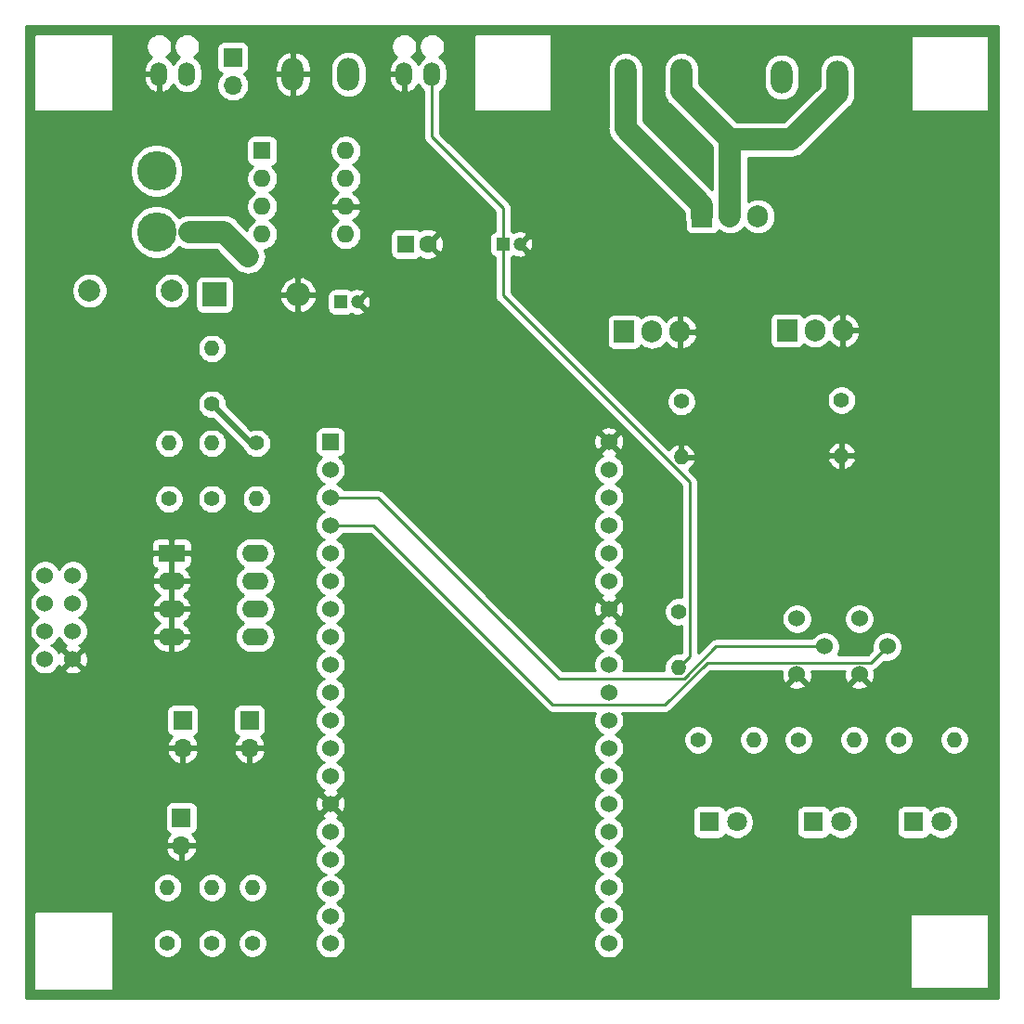
<source format=gbr>
%TF.GenerationSoftware,KiCad,Pcbnew,(5.1.9-0-10_14)*%
%TF.CreationDate,2021-09-01T12:04:37+01:00*%
%TF.ProjectId,SensorLights,53656e73-6f72-44c6-9967-6874732e6b69,1.1*%
%TF.SameCoordinates,Original*%
%TF.FileFunction,Copper,L2,Bot*%
%TF.FilePolarity,Positive*%
%FSLAX46Y46*%
G04 Gerber Fmt 4.6, Leading zero omitted, Abs format (unit mm)*
G04 Created by KiCad (PCBNEW (5.1.9-0-10_14)) date 2021-09-01 12:04:37*
%MOMM*%
%LPD*%
G01*
G04 APERTURE LIST*
%TA.AperFunction,WasherPad*%
%ADD10C,1.524000*%
%TD*%
%TA.AperFunction,ComponentPad*%
%ADD11C,1.524000*%
%TD*%
%TA.AperFunction,ComponentPad*%
%ADD12O,2.000000X3.000000*%
%TD*%
%TA.AperFunction,ComponentPad*%
%ADD13C,1.200000*%
%TD*%
%TA.AperFunction,ComponentPad*%
%ADD14R,1.200000X1.200000*%
%TD*%
%TA.AperFunction,ComponentPad*%
%ADD15O,1.500000X2.200000*%
%TD*%
%TA.AperFunction,ComponentPad*%
%ADD16O,1.600000X1.600000*%
%TD*%
%TA.AperFunction,ComponentPad*%
%ADD17R,1.600000X1.600000*%
%TD*%
%TA.AperFunction,ComponentPad*%
%ADD18R,1.524000X1.524000*%
%TD*%
%TA.AperFunction,ComponentPad*%
%ADD19O,2.400000X1.600000*%
%TD*%
%TA.AperFunction,ComponentPad*%
%ADD20R,2.400000X1.600000*%
%TD*%
%TA.AperFunction,ComponentPad*%
%ADD21C,1.600000*%
%TD*%
%TA.AperFunction,ComponentPad*%
%ADD22C,2.000000*%
%TD*%
%TA.AperFunction,ComponentPad*%
%ADD23R,1.800000X1.800000*%
%TD*%
%TA.AperFunction,ComponentPad*%
%ADD24C,1.800000*%
%TD*%
%TA.AperFunction,ComponentPad*%
%ADD25O,1.905000X2.000000*%
%TD*%
%TA.AperFunction,ComponentPad*%
%ADD26R,1.905000X2.000000*%
%TD*%
%TA.AperFunction,ComponentPad*%
%ADD27R,2.200000X2.200000*%
%TD*%
%TA.AperFunction,ComponentPad*%
%ADD28O,2.200000X2.200000*%
%TD*%
%TA.AperFunction,ComponentPad*%
%ADD29O,1.700000X1.700000*%
%TD*%
%TA.AperFunction,ComponentPad*%
%ADD30R,1.700000X1.700000*%
%TD*%
%TA.AperFunction,ComponentPad*%
%ADD31C,3.600000*%
%TD*%
%TA.AperFunction,ComponentPad*%
%ADD32C,1.400000*%
%TD*%
%TA.AperFunction,ComponentPad*%
%ADD33O,1.400000X1.400000*%
%TD*%
%TA.AperFunction,ViaPad*%
%ADD34C,0.800000*%
%TD*%
%TA.AperFunction,Conductor*%
%ADD35C,0.250000*%
%TD*%
%TA.AperFunction,Conductor*%
%ADD36C,2.000000*%
%TD*%
%TA.AperFunction,Conductor*%
%ADD37C,0.500000*%
%TD*%
%TA.AperFunction,Conductor*%
%ADD38C,0.254000*%
%TD*%
%TA.AperFunction,Conductor*%
%ADD39C,0.100000*%
%TD*%
G04 APERTURE END LIST*
D10*
%TO.P,U1,*%
%TO.N,*%
X104902000Y-97790000D03*
X104902000Y-100330000D03*
X104902000Y-102870000D03*
X104902000Y-105410000D03*
D11*
%TO.P,U1,1*%
%TO.N,GND*%
X107442000Y-105410000D03*
%TO.P,U1,4*%
%TO.N,+5V*%
X107442000Y-97790000D03*
%TO.P,U1,3*%
%TO.N,Net-(U1-Pad3)*%
X107442000Y-100330000D03*
%TO.P,U1,2*%
%TO.N,Net-(U1-Pad2)*%
X107442000Y-102870000D03*
%TD*%
D12*
%TO.P,J3,1*%
%TO.N,Net-(D4-Pad3)*%
X172085000Y-52324000D03*
%TO.P,J3,2*%
%TO.N,SignalPower*%
X177165000Y-52324000D03*
%TD*%
D11*
%TO.P,RV2,3*%
%TO.N,GND*%
X179172000Y-106807000D03*
%TO.P,RV2,2*%
%TO.N,Net-(RV2-Pad2)*%
X181712000Y-104267000D03*
%TO.P,RV2,1*%
%TO.N,+5V*%
X179172000Y-101727000D03*
%TD*%
%TO.P,RV1,3*%
%TO.N,GND*%
X173482000Y-106807000D03*
%TO.P,RV1,2*%
%TO.N,Net-(RV1-Pad2)*%
X176022000Y-104267000D03*
%TO.P,RV1,1*%
%TO.N,+5V*%
X173482000Y-101727000D03*
%TD*%
D13*
%TO.P,C1,2*%
%TO.N,GND*%
X148185000Y-67564000D03*
D14*
%TO.P,C1,1*%
%TO.N,Stop*%
X146685000Y-67564000D03*
%TD*%
D13*
%TO.P,C4,2*%
%TO.N,GND*%
X133387001Y-72829001D03*
D14*
%TO.P,C4,1*%
%TO.N,+5V*%
X131887001Y-72829001D03*
%TD*%
D15*
%TO.P,J5,1*%
%TO.N,GND*%
X137668000Y-52070000D03*
%TO.P,J5,2*%
%TO.N,Stop*%
X140208000Y-52070000D03*
%TD*%
%TO.P,J2,1*%
%TO.N,GND*%
X115316000Y-52070000D03*
%TO.P,J2,2*%
%TO.N,/5V Supply/6V-24V*%
X117856000Y-52070000D03*
%TD*%
D16*
%TO.P,U3,8*%
%TO.N,Net-(C3-Pad1)*%
X132334000Y-59055000D03*
%TO.P,U3,4*%
%TO.N,+5V*%
X124714000Y-66675000D03*
%TO.P,U3,7*%
%TO.N,/5V Supply/6V-24V*%
X132334000Y-61595000D03*
%TO.P,U3,3*%
%TO.N,Net-(U3-Pad3)*%
X124714000Y-64135000D03*
%TO.P,U3,6*%
%TO.N,GND*%
X132334000Y-64135000D03*
%TO.P,U3,2*%
%TO.N,Net-(U3-Pad2)*%
X124714000Y-61595000D03*
%TO.P,U3,5*%
%TO.N,Net-(U3-Pad5)*%
X132334000Y-66675000D03*
D17*
%TO.P,U3,1*%
%TO.N,Net-(C3-Pad2)*%
X124714000Y-59055000D03*
%TD*%
D12*
%TO.P,J4,1*%
%TO.N,Net-(D4-Pad1)*%
X157861000Y-52197000D03*
%TO.P,J4,2*%
%TO.N,SignalPower*%
X162941000Y-52197000D03*
%TD*%
%TO.P,J1,1*%
%TO.N,GND*%
X127508000Y-52070000D03*
%TO.P,J1,2*%
%TO.N,SignalPower*%
X132588000Y-52070000D03*
%TD*%
D11*
%TO.P,U2,38*%
%TO.N,GND*%
X156337000Y-85598000D03*
%TO.P,U2,37*%
%TO.N,Net-(U2-Pad37)*%
X156337000Y-88138000D03*
%TO.P,U2,36*%
%TO.N,Net-(U2-Pad36)*%
X156337000Y-90678000D03*
%TO.P,U2,35*%
%TO.N,Net-(U2-Pad35)*%
X156337000Y-93218000D03*
%TO.P,U2,34*%
%TO.N,Net-(U2-Pad34)*%
X156337000Y-95758000D03*
%TO.P,U2,33*%
%TO.N,Net-(U2-Pad33)*%
X156337000Y-98298000D03*
%TO.P,U2,32*%
%TO.N,GND*%
X156337000Y-100838000D03*
%TO.P,U2,31*%
%TO.N,Net-(U2-Pad31)*%
X156337000Y-103378000D03*
%TO.P,U2,30*%
%TO.N,Net-(D3-Pad1)*%
X156337000Y-105918000D03*
%TO.P,U2,29*%
%TO.N,Net-(Q2-Pad1)*%
X156337000Y-108458000D03*
%TO.P,U2,28*%
%TO.N,Net-(D2-Pad1)*%
X156337000Y-110998000D03*
%TO.P,U2,27*%
%TO.N,Net-(D1-Pad1)*%
X156337000Y-113538000D03*
%TO.P,U2,26*%
%TO.N,Net-(Q1-Pad1)*%
X156337000Y-116078000D03*
%TO.P,U2,25*%
%TO.N,Net-(U2-Pad25)*%
X156337000Y-118618000D03*
%TO.P,U2,24*%
%TO.N,Net-(U2-Pad24)*%
X156337000Y-121158000D03*
%TO.P,U2,23*%
%TO.N,Stop*%
X156337000Y-123698000D03*
%TO.P,U2,22*%
%TO.N,Net-(U2-Pad22)*%
X156337000Y-126238000D03*
%TO.P,U2,21*%
%TO.N,Net-(U2-Pad21)*%
X156337000Y-128778000D03*
%TO.P,U2,20*%
%TO.N,Net-(U2-Pad20)*%
X156337000Y-131318000D03*
%TO.P,U2,19*%
%TO.N,+5V*%
X130937000Y-131318000D03*
%TO.P,U2,18*%
%TO.N,Net-(U2-Pad18)*%
X130937000Y-128905000D03*
%TO.P,U2,17*%
%TO.N,Net-(U2-Pad17)*%
X130937000Y-126365000D03*
%TO.P,U2,16*%
%TO.N,Net-(U2-Pad16)*%
X130937000Y-123698000D03*
%TO.P,U2,15*%
%TO.N,Net-(JP3-Pad1)*%
X130937000Y-121158000D03*
%TO.P,U2,14*%
%TO.N,GND*%
X130937000Y-118618000D03*
%TO.P,U2,13*%
%TO.N,Net-(U2-Pad13)*%
X130937000Y-116078000D03*
%TO.P,U2,12*%
%TO.N,Net-(JP2-Pad1)*%
X130937000Y-113538000D03*
%TO.P,U2,11*%
%TO.N,Net-(U1-Pad2)*%
X130937000Y-110998000D03*
%TO.P,U2,10*%
%TO.N,Net-(U1-Pad3)*%
X130937000Y-108458000D03*
%TO.P,U2,9*%
%TO.N,lWiFi*%
X130937000Y-105918000D03*
%TO.P,U2,8*%
%TO.N,Net-(R2-Pad2)*%
X130937000Y-103378000D03*
%TO.P,U2,7*%
%TO.N,Net-(R1-Pad2)*%
X130937000Y-100838000D03*
%TO.P,U2,6*%
%TO.N,Net-(R4-Pad2)*%
X130937000Y-98298000D03*
%TO.P,U2,5*%
%TO.N,Net-(R3-Pad2)*%
X130937000Y-95758000D03*
%TO.P,U2,4*%
%TO.N,Net-(RV2-Pad2)*%
X130937000Y-93218000D03*
%TO.P,U2,3*%
%TO.N,Net-(RV1-Pad2)*%
X130937000Y-90678000D03*
%TO.P,U2,2*%
%TO.N,Net-(U2-Pad2)*%
X130937000Y-88138000D03*
D18*
%TO.P,U2,1*%
%TO.N,Net-(U2-Pad1)*%
X130937000Y-85598000D03*
%TD*%
D19*
%TO.P,SW1,8*%
%TO.N,Net-(R1-Pad2)*%
X124079000Y-95758000D03*
%TO.P,SW1,4*%
%TO.N,GND*%
X116459000Y-103378000D03*
%TO.P,SW1,7*%
%TO.N,Net-(R2-Pad2)*%
X124079000Y-98298000D03*
%TO.P,SW1,3*%
%TO.N,GND*%
X116459000Y-100838000D03*
%TO.P,SW1,6*%
%TO.N,Net-(R3-Pad2)*%
X124079000Y-100838000D03*
%TO.P,SW1,2*%
%TO.N,GND*%
X116459000Y-98298000D03*
%TO.P,SW1,5*%
%TO.N,Net-(R4-Pad2)*%
X124079000Y-103378000D03*
D20*
%TO.P,SW1,1*%
%TO.N,GND*%
X116459000Y-95758000D03*
%TD*%
D17*
%TO.P,C2,1*%
%TO.N,/5V Supply/6V-24V*%
X137843776Y-67548001D03*
D21*
%TO.P,C2,2*%
%TO.N,GND*%
X139843776Y-67548001D03*
%TD*%
D22*
%TO.P,C3,1*%
%TO.N,Net-(C3-Pad1)*%
X108967001Y-71809001D03*
%TO.P,C3,2*%
%TO.N,Net-(C3-Pad2)*%
X116467001Y-71809001D03*
%TD*%
D23*
%TO.P,D1,1*%
%TO.N,Net-(D1-Pad1)*%
X165481000Y-120269000D03*
D24*
%TO.P,D1,2*%
%TO.N,Net-(D1-Pad2)*%
X168021000Y-120269000D03*
%TD*%
%TO.P,D2,2*%
%TO.N,Net-(D2-Pad2)*%
X177546000Y-120269000D03*
D23*
%TO.P,D2,1*%
%TO.N,Net-(D2-Pad1)*%
X175006000Y-120269000D03*
%TD*%
%TO.P,D3,1*%
%TO.N,Net-(D3-Pad1)*%
X184150000Y-120269000D03*
D24*
%TO.P,D3,2*%
%TO.N,Net-(D3-Pad2)*%
X186690000Y-120269000D03*
%TD*%
D25*
%TO.P,D4,3*%
%TO.N,Net-(D4-Pad3)*%
X169926000Y-65024000D03*
%TO.P,D4,2*%
%TO.N,SignalPower*%
X167386000Y-65024000D03*
D26*
%TO.P,D4,1*%
%TO.N,Net-(D4-Pad1)*%
X164846000Y-65024000D03*
%TD*%
D27*
%TO.P,D5,1*%
%TO.N,Net-(C3-Pad1)*%
X120367001Y-72179001D03*
D28*
%TO.P,D5,2*%
%TO.N,GND*%
X127987001Y-72179001D03*
%TD*%
D29*
%TO.P,JP1,2*%
%TO.N,/5V Supply/6V-24V*%
X122047000Y-53086000D03*
D30*
%TO.P,JP1,1*%
%TO.N,SignalPower*%
X122047000Y-50546000D03*
%TD*%
%TO.P,JP2,1*%
%TO.N,Net-(JP2-Pad1)*%
X123571000Y-110998000D03*
D29*
%TO.P,JP2,2*%
%TO.N,GND*%
X123571000Y-113538000D03*
%TD*%
%TO.P,JP3,2*%
%TO.N,GND*%
X117475000Y-113538000D03*
D30*
%TO.P,JP3,1*%
%TO.N,Net-(JP3-Pad1)*%
X117475000Y-110998000D03*
%TD*%
%TO.P,JP4,1*%
%TO.N,lWiFi*%
X117348000Y-119888000D03*
D29*
%TO.P,JP4,2*%
%TO.N,GND*%
X117348000Y-122428000D03*
%TD*%
D31*
%TO.P,L1,1*%
%TO.N,Net-(C3-Pad1)*%
X115087001Y-60879001D03*
%TO.P,L1,2*%
%TO.N,+5V*%
X115087001Y-66459001D03*
%TD*%
D26*
%TO.P,Q1,1*%
%TO.N,Net-(Q1-Pad1)*%
X172593000Y-75438000D03*
D25*
%TO.P,Q1,2*%
%TO.N,Net-(D4-Pad3)*%
X175133000Y-75438000D03*
%TO.P,Q1,3*%
%TO.N,GND*%
X177673000Y-75438000D03*
%TD*%
D26*
%TO.P,Q2,1*%
%TO.N,Net-(Q2-Pad1)*%
X157734000Y-75565000D03*
D25*
%TO.P,Q2,2*%
%TO.N,Net-(D4-Pad1)*%
X160274000Y-75565000D03*
%TO.P,Q2,3*%
%TO.N,GND*%
X162814000Y-75565000D03*
%TD*%
D32*
%TO.P,R1,1*%
%TO.N,+5V*%
X124206000Y-85725000D03*
D33*
%TO.P,R1,2*%
%TO.N,Net-(R1-Pad2)*%
X124206000Y-90805000D03*
%TD*%
%TO.P,R2,2*%
%TO.N,Net-(R2-Pad2)*%
X120142000Y-77089000D03*
D32*
%TO.P,R2,1*%
%TO.N,+5V*%
X120142000Y-82169000D03*
%TD*%
%TO.P,R3,1*%
%TO.N,+5V*%
X120142000Y-90805000D03*
D33*
%TO.P,R3,2*%
%TO.N,Net-(R3-Pad2)*%
X120142000Y-85725000D03*
%TD*%
%TO.P,R4,2*%
%TO.N,Net-(R4-Pad2)*%
X116205000Y-85725000D03*
D32*
%TO.P,R4,1*%
%TO.N,+5V*%
X116205000Y-90805000D03*
%TD*%
D33*
%TO.P,R5,2*%
%TO.N,Net-(D1-Pad2)*%
X169545000Y-112776000D03*
D32*
%TO.P,R5,1*%
%TO.N,+5V*%
X164465000Y-112776000D03*
%TD*%
D33*
%TO.P,R6,2*%
%TO.N,GND*%
X177546000Y-86868000D03*
D32*
%TO.P,R6,1*%
%TO.N,Net-(Q1-Pad1)*%
X177546000Y-81788000D03*
%TD*%
D33*
%TO.P,R7,2*%
%TO.N,Net-(D2-Pad2)*%
X178689000Y-112776000D03*
D32*
%TO.P,R7,1*%
%TO.N,+5V*%
X173609000Y-112776000D03*
%TD*%
%TO.P,R8,1*%
%TO.N,+5V*%
X182753000Y-112776000D03*
D33*
%TO.P,R8,2*%
%TO.N,Net-(D3-Pad2)*%
X187833000Y-112776000D03*
%TD*%
D32*
%TO.P,R9,1*%
%TO.N,Net-(Q2-Pad1)*%
X162941000Y-81915000D03*
D33*
%TO.P,R9,2*%
%TO.N,GND*%
X162941000Y-86995000D03*
%TD*%
D32*
%TO.P,R10,1*%
%TO.N,+5V*%
X162687000Y-101092000D03*
D33*
%TO.P,R10,2*%
%TO.N,Stop*%
X162687000Y-106172000D03*
%TD*%
D32*
%TO.P,R11,1*%
%TO.N,+5V*%
X120142000Y-131318000D03*
D33*
%TO.P,R11,2*%
%TO.N,Net-(JP2-Pad1)*%
X120142000Y-126238000D03*
%TD*%
%TO.P,R12,2*%
%TO.N,Net-(JP3-Pad1)*%
X123825000Y-126238000D03*
D32*
%TO.P,R12,1*%
%TO.N,+5V*%
X123825000Y-131318000D03*
%TD*%
%TO.P,R13,1*%
%TO.N,+5V*%
X116078000Y-131318000D03*
D33*
%TO.P,R13,2*%
%TO.N,lWiFi*%
X116078000Y-126238000D03*
%TD*%
D34*
%TO.N,+5V*%
X123444000Y-68707000D03*
X118071999Y-66459001D03*
%TD*%
D35*
%TO.N,Stop*%
X146685000Y-72256002D02*
X146685000Y-67564000D01*
X163712001Y-89283003D02*
X146685000Y-72256002D01*
X163712001Y-105146999D02*
X163712001Y-89283003D01*
X162687000Y-106172000D02*
X163712001Y-105146999D01*
X146685000Y-67564000D02*
X146685000Y-64262000D01*
X140208000Y-57785000D02*
X140208000Y-52070000D01*
X146685000Y-64262000D02*
X140208000Y-57785000D01*
D36*
%TO.N,+5V*%
X121196001Y-66459001D02*
X123444000Y-68707000D01*
X118071999Y-66459001D02*
X121196001Y-66459001D01*
D37*
X123698000Y-85725000D02*
X124206000Y-85725000D01*
X120142000Y-82169000D02*
X123698000Y-85725000D01*
D36*
%TO.N,SignalPower*%
X167386000Y-58039000D02*
X167386000Y-65024000D01*
X162941000Y-53594000D02*
X167386000Y-58039000D01*
X162941000Y-52197000D02*
X162941000Y-53594000D01*
X177165000Y-52324000D02*
X177165000Y-53848000D01*
X172974000Y-58039000D02*
X167386000Y-58039000D01*
X177165000Y-53848000D02*
X172974000Y-58039000D01*
%TO.N,Net-(D4-Pad1)*%
X164846000Y-65024000D02*
X164846000Y-64008000D01*
X157861000Y-57023000D02*
X157861000Y-52197000D01*
X164846000Y-64008000D02*
X157861000Y-57023000D01*
D35*
%TO.N,Net-(RV1-Pad2)*%
X163179001Y-107197001D02*
X151774001Y-107197001D01*
X166109002Y-104267000D02*
X163179001Y-107197001D01*
X176022000Y-104267000D02*
X166109002Y-104267000D01*
X135255000Y-90678000D02*
X130937000Y-90678000D01*
X151774001Y-107197001D02*
X135255000Y-90678000D01*
%TO.N,Net-(RV2-Pad2)*%
X180259001Y-105719999D02*
X165292413Y-105719999D01*
X161467411Y-109545001D02*
X151201001Y-109545001D01*
X165292413Y-105719999D02*
X161467411Y-109545001D01*
X181712000Y-104267000D02*
X180259001Y-105719999D01*
X134874000Y-93218000D02*
X130937000Y-93218000D01*
X151201001Y-109545001D02*
X134874000Y-93218000D01*
%TD*%
D38*
%TO.N,GND*%
X191840001Y-136340000D02*
X103160000Y-136340000D01*
X103160000Y-128524000D01*
X103886000Y-128524000D01*
X103886000Y-135509000D01*
X103888440Y-135533776D01*
X103895667Y-135557601D01*
X103907403Y-135579557D01*
X103923197Y-135598803D01*
X103942443Y-135614597D01*
X103964399Y-135626333D01*
X103988224Y-135633560D01*
X104013000Y-135636000D01*
X110998000Y-135636000D01*
X111022776Y-135633560D01*
X111046601Y-135626333D01*
X111068557Y-135614597D01*
X111087803Y-135598803D01*
X111103597Y-135579557D01*
X111115333Y-135557601D01*
X111122560Y-135533776D01*
X111125000Y-135509000D01*
X111125000Y-131186514D01*
X114743000Y-131186514D01*
X114743000Y-131449486D01*
X114794304Y-131707405D01*
X114894939Y-131950359D01*
X115041038Y-132169013D01*
X115226987Y-132354962D01*
X115445641Y-132501061D01*
X115688595Y-132601696D01*
X115946514Y-132653000D01*
X116209486Y-132653000D01*
X116467405Y-132601696D01*
X116710359Y-132501061D01*
X116929013Y-132354962D01*
X117114962Y-132169013D01*
X117261061Y-131950359D01*
X117361696Y-131707405D01*
X117413000Y-131449486D01*
X117413000Y-131186514D01*
X118807000Y-131186514D01*
X118807000Y-131449486D01*
X118858304Y-131707405D01*
X118958939Y-131950359D01*
X119105038Y-132169013D01*
X119290987Y-132354962D01*
X119509641Y-132501061D01*
X119752595Y-132601696D01*
X120010514Y-132653000D01*
X120273486Y-132653000D01*
X120531405Y-132601696D01*
X120774359Y-132501061D01*
X120993013Y-132354962D01*
X121178962Y-132169013D01*
X121325061Y-131950359D01*
X121425696Y-131707405D01*
X121477000Y-131449486D01*
X121477000Y-131186514D01*
X122490000Y-131186514D01*
X122490000Y-131449486D01*
X122541304Y-131707405D01*
X122641939Y-131950359D01*
X122788038Y-132169013D01*
X122973987Y-132354962D01*
X123192641Y-132501061D01*
X123435595Y-132601696D01*
X123693514Y-132653000D01*
X123956486Y-132653000D01*
X124214405Y-132601696D01*
X124457359Y-132501061D01*
X124676013Y-132354962D01*
X124861962Y-132169013D01*
X125008061Y-131950359D01*
X125108696Y-131707405D01*
X125160000Y-131449486D01*
X125160000Y-131186514D01*
X125108696Y-130928595D01*
X125008061Y-130685641D01*
X124861962Y-130466987D01*
X124676013Y-130281038D01*
X124457359Y-130134939D01*
X124214405Y-130034304D01*
X123956486Y-129983000D01*
X123693514Y-129983000D01*
X123435595Y-130034304D01*
X123192641Y-130134939D01*
X122973987Y-130281038D01*
X122788038Y-130466987D01*
X122641939Y-130685641D01*
X122541304Y-130928595D01*
X122490000Y-131186514D01*
X121477000Y-131186514D01*
X121425696Y-130928595D01*
X121325061Y-130685641D01*
X121178962Y-130466987D01*
X120993013Y-130281038D01*
X120774359Y-130134939D01*
X120531405Y-130034304D01*
X120273486Y-129983000D01*
X120010514Y-129983000D01*
X119752595Y-130034304D01*
X119509641Y-130134939D01*
X119290987Y-130281038D01*
X119105038Y-130466987D01*
X118958939Y-130685641D01*
X118858304Y-130928595D01*
X118807000Y-131186514D01*
X117413000Y-131186514D01*
X117361696Y-130928595D01*
X117261061Y-130685641D01*
X117114962Y-130466987D01*
X116929013Y-130281038D01*
X116710359Y-130134939D01*
X116467405Y-130034304D01*
X116209486Y-129983000D01*
X115946514Y-129983000D01*
X115688595Y-130034304D01*
X115445641Y-130134939D01*
X115226987Y-130281038D01*
X115041038Y-130466987D01*
X114894939Y-130685641D01*
X114794304Y-130928595D01*
X114743000Y-131186514D01*
X111125000Y-131186514D01*
X111125000Y-128524000D01*
X111122560Y-128499224D01*
X111115333Y-128475399D01*
X111103597Y-128453443D01*
X111087803Y-128434197D01*
X111068557Y-128418403D01*
X111046601Y-128406667D01*
X111022776Y-128399440D01*
X110998000Y-128397000D01*
X104013000Y-128397000D01*
X103988224Y-128399440D01*
X103964399Y-128406667D01*
X103942443Y-128418403D01*
X103923197Y-128434197D01*
X103907403Y-128453443D01*
X103895667Y-128475399D01*
X103888440Y-128499224D01*
X103886000Y-128524000D01*
X103160000Y-128524000D01*
X103160000Y-126106514D01*
X114743000Y-126106514D01*
X114743000Y-126369486D01*
X114794304Y-126627405D01*
X114894939Y-126870359D01*
X115041038Y-127089013D01*
X115226987Y-127274962D01*
X115445641Y-127421061D01*
X115688595Y-127521696D01*
X115946514Y-127573000D01*
X116209486Y-127573000D01*
X116467405Y-127521696D01*
X116710359Y-127421061D01*
X116929013Y-127274962D01*
X117114962Y-127089013D01*
X117261061Y-126870359D01*
X117361696Y-126627405D01*
X117413000Y-126369486D01*
X117413000Y-126106514D01*
X118807000Y-126106514D01*
X118807000Y-126369486D01*
X118858304Y-126627405D01*
X118958939Y-126870359D01*
X119105038Y-127089013D01*
X119290987Y-127274962D01*
X119509641Y-127421061D01*
X119752595Y-127521696D01*
X120010514Y-127573000D01*
X120273486Y-127573000D01*
X120531405Y-127521696D01*
X120774359Y-127421061D01*
X120993013Y-127274962D01*
X121178962Y-127089013D01*
X121325061Y-126870359D01*
X121425696Y-126627405D01*
X121477000Y-126369486D01*
X121477000Y-126106514D01*
X122490000Y-126106514D01*
X122490000Y-126369486D01*
X122541304Y-126627405D01*
X122641939Y-126870359D01*
X122788038Y-127089013D01*
X122973987Y-127274962D01*
X123192641Y-127421061D01*
X123435595Y-127521696D01*
X123693514Y-127573000D01*
X123956486Y-127573000D01*
X124214405Y-127521696D01*
X124457359Y-127421061D01*
X124676013Y-127274962D01*
X124861962Y-127089013D01*
X125008061Y-126870359D01*
X125108696Y-126627405D01*
X125160000Y-126369486D01*
X125160000Y-126106514D01*
X125108696Y-125848595D01*
X125008061Y-125605641D01*
X124861962Y-125386987D01*
X124676013Y-125201038D01*
X124457359Y-125054939D01*
X124214405Y-124954304D01*
X123956486Y-124903000D01*
X123693514Y-124903000D01*
X123435595Y-124954304D01*
X123192641Y-125054939D01*
X122973987Y-125201038D01*
X122788038Y-125386987D01*
X122641939Y-125605641D01*
X122541304Y-125848595D01*
X122490000Y-126106514D01*
X121477000Y-126106514D01*
X121425696Y-125848595D01*
X121325061Y-125605641D01*
X121178962Y-125386987D01*
X120993013Y-125201038D01*
X120774359Y-125054939D01*
X120531405Y-124954304D01*
X120273486Y-124903000D01*
X120010514Y-124903000D01*
X119752595Y-124954304D01*
X119509641Y-125054939D01*
X119290987Y-125201038D01*
X119105038Y-125386987D01*
X118958939Y-125605641D01*
X118858304Y-125848595D01*
X118807000Y-126106514D01*
X117413000Y-126106514D01*
X117361696Y-125848595D01*
X117261061Y-125605641D01*
X117114962Y-125386987D01*
X116929013Y-125201038D01*
X116710359Y-125054939D01*
X116467405Y-124954304D01*
X116209486Y-124903000D01*
X115946514Y-124903000D01*
X115688595Y-124954304D01*
X115445641Y-125054939D01*
X115226987Y-125201038D01*
X115041038Y-125386987D01*
X114894939Y-125605641D01*
X114794304Y-125848595D01*
X114743000Y-126106514D01*
X103160000Y-126106514D01*
X103160000Y-122784890D01*
X115906524Y-122784890D01*
X115951175Y-122932099D01*
X116076359Y-123194920D01*
X116250412Y-123428269D01*
X116466645Y-123623178D01*
X116716748Y-123772157D01*
X116991109Y-123869481D01*
X117221000Y-123748814D01*
X117221000Y-122555000D01*
X117475000Y-122555000D01*
X117475000Y-123748814D01*
X117704891Y-123869481D01*
X117979252Y-123772157D01*
X118229355Y-123623178D01*
X118445588Y-123428269D01*
X118619641Y-123194920D01*
X118744825Y-122932099D01*
X118789476Y-122784890D01*
X118668155Y-122555000D01*
X117475000Y-122555000D01*
X117221000Y-122555000D01*
X116027845Y-122555000D01*
X115906524Y-122784890D01*
X103160000Y-122784890D01*
X103160000Y-119038000D01*
X115859928Y-119038000D01*
X115859928Y-120738000D01*
X115872188Y-120862482D01*
X115908498Y-120982180D01*
X115967463Y-121092494D01*
X116046815Y-121189185D01*
X116143506Y-121268537D01*
X116253820Y-121327502D01*
X116334466Y-121351966D01*
X116250412Y-121427731D01*
X116076359Y-121661080D01*
X115951175Y-121923901D01*
X115906524Y-122071110D01*
X116027845Y-122301000D01*
X117221000Y-122301000D01*
X117221000Y-122281000D01*
X117475000Y-122281000D01*
X117475000Y-122301000D01*
X118668155Y-122301000D01*
X118789476Y-122071110D01*
X118744825Y-121923901D01*
X118619641Y-121661080D01*
X118445588Y-121427731D01*
X118361534Y-121351966D01*
X118442180Y-121327502D01*
X118552494Y-121268537D01*
X118649185Y-121189185D01*
X118728537Y-121092494D01*
X118767068Y-121020408D01*
X129540000Y-121020408D01*
X129540000Y-121295592D01*
X129593686Y-121565490D01*
X129698995Y-121819727D01*
X129851880Y-122048535D01*
X130046465Y-122243120D01*
X130275273Y-122396005D01*
X130352515Y-122428000D01*
X130275273Y-122459995D01*
X130046465Y-122612880D01*
X129851880Y-122807465D01*
X129698995Y-123036273D01*
X129593686Y-123290510D01*
X129540000Y-123560408D01*
X129540000Y-123835592D01*
X129593686Y-124105490D01*
X129698995Y-124359727D01*
X129851880Y-124588535D01*
X130046465Y-124783120D01*
X130275273Y-124936005D01*
X130505817Y-125031500D01*
X130275273Y-125126995D01*
X130046465Y-125279880D01*
X129851880Y-125474465D01*
X129698995Y-125703273D01*
X129593686Y-125957510D01*
X129540000Y-126227408D01*
X129540000Y-126502592D01*
X129593686Y-126772490D01*
X129698995Y-127026727D01*
X129851880Y-127255535D01*
X130046465Y-127450120D01*
X130275273Y-127603005D01*
X130352515Y-127635000D01*
X130275273Y-127666995D01*
X130046465Y-127819880D01*
X129851880Y-128014465D01*
X129698995Y-128243273D01*
X129593686Y-128497510D01*
X129540000Y-128767408D01*
X129540000Y-129042592D01*
X129593686Y-129312490D01*
X129698995Y-129566727D01*
X129851880Y-129795535D01*
X130046465Y-129990120D01*
X130228123Y-130111500D01*
X130046465Y-130232880D01*
X129851880Y-130427465D01*
X129698995Y-130656273D01*
X129593686Y-130910510D01*
X129540000Y-131180408D01*
X129540000Y-131455592D01*
X129593686Y-131725490D01*
X129698995Y-131979727D01*
X129851880Y-132208535D01*
X130046465Y-132403120D01*
X130275273Y-132556005D01*
X130529510Y-132661314D01*
X130799408Y-132715000D01*
X131074592Y-132715000D01*
X131344490Y-132661314D01*
X131598727Y-132556005D01*
X131827535Y-132403120D01*
X132022120Y-132208535D01*
X132175005Y-131979727D01*
X132280314Y-131725490D01*
X132334000Y-131455592D01*
X132334000Y-131180408D01*
X132280314Y-130910510D01*
X132175005Y-130656273D01*
X132022120Y-130427465D01*
X131827535Y-130232880D01*
X131645877Y-130111500D01*
X131827535Y-129990120D01*
X132022120Y-129795535D01*
X132175005Y-129566727D01*
X132280314Y-129312490D01*
X132334000Y-129042592D01*
X132334000Y-128767408D01*
X132280314Y-128497510D01*
X132175005Y-128243273D01*
X132022120Y-128014465D01*
X131827535Y-127819880D01*
X131598727Y-127666995D01*
X131521485Y-127635000D01*
X131598727Y-127603005D01*
X131827535Y-127450120D01*
X132022120Y-127255535D01*
X132175005Y-127026727D01*
X132280314Y-126772490D01*
X132334000Y-126502592D01*
X132334000Y-126227408D01*
X132280314Y-125957510D01*
X132175005Y-125703273D01*
X132022120Y-125474465D01*
X131827535Y-125279880D01*
X131598727Y-125126995D01*
X131368183Y-125031500D01*
X131598727Y-124936005D01*
X131827535Y-124783120D01*
X132022120Y-124588535D01*
X132175005Y-124359727D01*
X132280314Y-124105490D01*
X132334000Y-123835592D01*
X132334000Y-123560408D01*
X132280314Y-123290510D01*
X132175005Y-123036273D01*
X132022120Y-122807465D01*
X131827535Y-122612880D01*
X131598727Y-122459995D01*
X131521485Y-122428000D01*
X131598727Y-122396005D01*
X131827535Y-122243120D01*
X132022120Y-122048535D01*
X132175005Y-121819727D01*
X132280314Y-121565490D01*
X132334000Y-121295592D01*
X132334000Y-121020408D01*
X132280314Y-120750510D01*
X132175005Y-120496273D01*
X132022120Y-120267465D01*
X131827535Y-120072880D01*
X131598727Y-119919995D01*
X131527057Y-119890308D01*
X131540023Y-119885636D01*
X131655980Y-119823656D01*
X131722960Y-119583565D01*
X130937000Y-118797605D01*
X130151040Y-119583565D01*
X130218020Y-119823656D01*
X130353760Y-119887485D01*
X130275273Y-119919995D01*
X130046465Y-120072880D01*
X129851880Y-120267465D01*
X129698995Y-120496273D01*
X129593686Y-120750510D01*
X129540000Y-121020408D01*
X118767068Y-121020408D01*
X118787502Y-120982180D01*
X118823812Y-120862482D01*
X118836072Y-120738000D01*
X118836072Y-119038000D01*
X118823812Y-118913518D01*
X118787502Y-118793820D01*
X118732018Y-118690017D01*
X129535090Y-118690017D01*
X129576078Y-118962133D01*
X129669364Y-119221023D01*
X129731344Y-119336980D01*
X129971435Y-119403960D01*
X130757395Y-118618000D01*
X131116605Y-118618000D01*
X131902565Y-119403960D01*
X132142656Y-119336980D01*
X132259756Y-119087952D01*
X132326023Y-118820865D01*
X132338910Y-118545983D01*
X132297922Y-118273867D01*
X132204636Y-118014977D01*
X132142656Y-117899020D01*
X131902565Y-117832040D01*
X131116605Y-118618000D01*
X130757395Y-118618000D01*
X129971435Y-117832040D01*
X129731344Y-117899020D01*
X129614244Y-118148048D01*
X129547977Y-118415135D01*
X129535090Y-118690017D01*
X118732018Y-118690017D01*
X118728537Y-118683506D01*
X118649185Y-118586815D01*
X118552494Y-118507463D01*
X118442180Y-118448498D01*
X118322482Y-118412188D01*
X118198000Y-118399928D01*
X116498000Y-118399928D01*
X116373518Y-118412188D01*
X116253820Y-118448498D01*
X116143506Y-118507463D01*
X116046815Y-118586815D01*
X115967463Y-118683506D01*
X115908498Y-118793820D01*
X115872188Y-118913518D01*
X115859928Y-119038000D01*
X103160000Y-119038000D01*
X103160000Y-113894890D01*
X116033524Y-113894890D01*
X116078175Y-114042099D01*
X116203359Y-114304920D01*
X116377412Y-114538269D01*
X116593645Y-114733178D01*
X116843748Y-114882157D01*
X117118109Y-114979481D01*
X117348000Y-114858814D01*
X117348000Y-113665000D01*
X117602000Y-113665000D01*
X117602000Y-114858814D01*
X117831891Y-114979481D01*
X118106252Y-114882157D01*
X118356355Y-114733178D01*
X118572588Y-114538269D01*
X118746641Y-114304920D01*
X118871825Y-114042099D01*
X118916476Y-113894890D01*
X122129524Y-113894890D01*
X122174175Y-114042099D01*
X122299359Y-114304920D01*
X122473412Y-114538269D01*
X122689645Y-114733178D01*
X122939748Y-114882157D01*
X123214109Y-114979481D01*
X123444000Y-114858814D01*
X123444000Y-113665000D01*
X123698000Y-113665000D01*
X123698000Y-114858814D01*
X123927891Y-114979481D01*
X124202252Y-114882157D01*
X124452355Y-114733178D01*
X124668588Y-114538269D01*
X124842641Y-114304920D01*
X124967825Y-114042099D01*
X125012476Y-113894890D01*
X124891155Y-113665000D01*
X123698000Y-113665000D01*
X123444000Y-113665000D01*
X122250845Y-113665000D01*
X122129524Y-113894890D01*
X118916476Y-113894890D01*
X118795155Y-113665000D01*
X117602000Y-113665000D01*
X117348000Y-113665000D01*
X116154845Y-113665000D01*
X116033524Y-113894890D01*
X103160000Y-113894890D01*
X103160000Y-110148000D01*
X115986928Y-110148000D01*
X115986928Y-111848000D01*
X115999188Y-111972482D01*
X116035498Y-112092180D01*
X116094463Y-112202494D01*
X116173815Y-112299185D01*
X116270506Y-112378537D01*
X116380820Y-112437502D01*
X116461466Y-112461966D01*
X116377412Y-112537731D01*
X116203359Y-112771080D01*
X116078175Y-113033901D01*
X116033524Y-113181110D01*
X116154845Y-113411000D01*
X117348000Y-113411000D01*
X117348000Y-113391000D01*
X117602000Y-113391000D01*
X117602000Y-113411000D01*
X118795155Y-113411000D01*
X118916476Y-113181110D01*
X118871825Y-113033901D01*
X118746641Y-112771080D01*
X118572588Y-112537731D01*
X118488534Y-112461966D01*
X118569180Y-112437502D01*
X118679494Y-112378537D01*
X118776185Y-112299185D01*
X118855537Y-112202494D01*
X118914502Y-112092180D01*
X118950812Y-111972482D01*
X118963072Y-111848000D01*
X118963072Y-110148000D01*
X122082928Y-110148000D01*
X122082928Y-111848000D01*
X122095188Y-111972482D01*
X122131498Y-112092180D01*
X122190463Y-112202494D01*
X122269815Y-112299185D01*
X122366506Y-112378537D01*
X122476820Y-112437502D01*
X122557466Y-112461966D01*
X122473412Y-112537731D01*
X122299359Y-112771080D01*
X122174175Y-113033901D01*
X122129524Y-113181110D01*
X122250845Y-113411000D01*
X123444000Y-113411000D01*
X123444000Y-113391000D01*
X123698000Y-113391000D01*
X123698000Y-113411000D01*
X124891155Y-113411000D01*
X125012476Y-113181110D01*
X124967825Y-113033901D01*
X124842641Y-112771080D01*
X124668588Y-112537731D01*
X124584534Y-112461966D01*
X124665180Y-112437502D01*
X124775494Y-112378537D01*
X124872185Y-112299185D01*
X124951537Y-112202494D01*
X125010502Y-112092180D01*
X125046812Y-111972482D01*
X125059072Y-111848000D01*
X125059072Y-110148000D01*
X125046812Y-110023518D01*
X125010502Y-109903820D01*
X124951537Y-109793506D01*
X124872185Y-109696815D01*
X124775494Y-109617463D01*
X124665180Y-109558498D01*
X124545482Y-109522188D01*
X124421000Y-109509928D01*
X122721000Y-109509928D01*
X122596518Y-109522188D01*
X122476820Y-109558498D01*
X122366506Y-109617463D01*
X122269815Y-109696815D01*
X122190463Y-109793506D01*
X122131498Y-109903820D01*
X122095188Y-110023518D01*
X122082928Y-110148000D01*
X118963072Y-110148000D01*
X118950812Y-110023518D01*
X118914502Y-109903820D01*
X118855537Y-109793506D01*
X118776185Y-109696815D01*
X118679494Y-109617463D01*
X118569180Y-109558498D01*
X118449482Y-109522188D01*
X118325000Y-109509928D01*
X116625000Y-109509928D01*
X116500518Y-109522188D01*
X116380820Y-109558498D01*
X116270506Y-109617463D01*
X116173815Y-109696815D01*
X116094463Y-109793506D01*
X116035498Y-109903820D01*
X115999188Y-110023518D01*
X115986928Y-110148000D01*
X103160000Y-110148000D01*
X103160000Y-97652408D01*
X103505000Y-97652408D01*
X103505000Y-97927592D01*
X103558686Y-98197490D01*
X103663995Y-98451727D01*
X103816880Y-98680535D01*
X104011465Y-98875120D01*
X104240273Y-99028005D01*
X104317515Y-99060000D01*
X104240273Y-99091995D01*
X104011465Y-99244880D01*
X103816880Y-99439465D01*
X103663995Y-99668273D01*
X103558686Y-99922510D01*
X103505000Y-100192408D01*
X103505000Y-100467592D01*
X103558686Y-100737490D01*
X103663995Y-100991727D01*
X103816880Y-101220535D01*
X104011465Y-101415120D01*
X104240273Y-101568005D01*
X104317515Y-101600000D01*
X104240273Y-101631995D01*
X104011465Y-101784880D01*
X103816880Y-101979465D01*
X103663995Y-102208273D01*
X103558686Y-102462510D01*
X103505000Y-102732408D01*
X103505000Y-103007592D01*
X103558686Y-103277490D01*
X103663995Y-103531727D01*
X103816880Y-103760535D01*
X104011465Y-103955120D01*
X104240273Y-104108005D01*
X104317515Y-104140000D01*
X104240273Y-104171995D01*
X104011465Y-104324880D01*
X103816880Y-104519465D01*
X103663995Y-104748273D01*
X103558686Y-105002510D01*
X103505000Y-105272408D01*
X103505000Y-105547592D01*
X103558686Y-105817490D01*
X103663995Y-106071727D01*
X103816880Y-106300535D01*
X104011465Y-106495120D01*
X104240273Y-106648005D01*
X104494510Y-106753314D01*
X104764408Y-106807000D01*
X105039592Y-106807000D01*
X105309490Y-106753314D01*
X105563727Y-106648005D01*
X105792535Y-106495120D01*
X105912090Y-106375565D01*
X106656040Y-106375565D01*
X106723020Y-106615656D01*
X106972048Y-106732756D01*
X107239135Y-106799023D01*
X107514017Y-106811910D01*
X107786133Y-106770922D01*
X108045023Y-106677636D01*
X108160980Y-106615656D01*
X108227960Y-106375565D01*
X107442000Y-105589605D01*
X106656040Y-106375565D01*
X105912090Y-106375565D01*
X105987120Y-106300535D01*
X106140005Y-106071727D01*
X106169692Y-106000057D01*
X106174364Y-106013023D01*
X106236344Y-106128980D01*
X106476435Y-106195960D01*
X107262395Y-105410000D01*
X107621605Y-105410000D01*
X108407565Y-106195960D01*
X108647656Y-106128980D01*
X108764756Y-105879952D01*
X108831023Y-105612865D01*
X108843910Y-105337983D01*
X108802922Y-105065867D01*
X108709636Y-104806977D01*
X108647656Y-104691020D01*
X108407565Y-104624040D01*
X107621605Y-105410000D01*
X107262395Y-105410000D01*
X106476435Y-104624040D01*
X106236344Y-104691020D01*
X106172515Y-104826760D01*
X106140005Y-104748273D01*
X105987120Y-104519465D01*
X105792535Y-104324880D01*
X105563727Y-104171995D01*
X105486485Y-104140000D01*
X105563727Y-104108005D01*
X105792535Y-103955120D01*
X105987120Y-103760535D01*
X106140005Y-103531727D01*
X106172000Y-103454485D01*
X106203995Y-103531727D01*
X106356880Y-103760535D01*
X106551465Y-103955120D01*
X106780273Y-104108005D01*
X106851943Y-104137692D01*
X106838977Y-104142364D01*
X106723020Y-104204344D01*
X106656040Y-104444435D01*
X107442000Y-105230395D01*
X108227960Y-104444435D01*
X108160980Y-104204344D01*
X108025240Y-104140515D01*
X108103727Y-104108005D01*
X108332535Y-103955120D01*
X108527120Y-103760535D01*
X108549501Y-103727039D01*
X114667096Y-103727039D01*
X114684633Y-103809818D01*
X114795285Y-104069646D01*
X114954500Y-104302895D01*
X115156161Y-104500601D01*
X115392517Y-104655166D01*
X115654486Y-104760650D01*
X115932000Y-104813000D01*
X116332000Y-104813000D01*
X116332000Y-103505000D01*
X116586000Y-103505000D01*
X116586000Y-104813000D01*
X116986000Y-104813000D01*
X117263514Y-104760650D01*
X117525483Y-104655166D01*
X117761839Y-104500601D01*
X117963500Y-104302895D01*
X118122715Y-104069646D01*
X118233367Y-103809818D01*
X118250904Y-103727039D01*
X118128915Y-103505000D01*
X116586000Y-103505000D01*
X116332000Y-103505000D01*
X114789085Y-103505000D01*
X114667096Y-103727039D01*
X108549501Y-103727039D01*
X108680005Y-103531727D01*
X108785314Y-103277490D01*
X108839000Y-103007592D01*
X108839000Y-102732408D01*
X108785314Y-102462510D01*
X108680005Y-102208273D01*
X108527120Y-101979465D01*
X108332535Y-101784880D01*
X108103727Y-101631995D01*
X108026485Y-101600000D01*
X108103727Y-101568005D01*
X108332535Y-101415120D01*
X108527120Y-101220535D01*
X108549501Y-101187039D01*
X114667096Y-101187039D01*
X114684633Y-101269818D01*
X114795285Y-101529646D01*
X114954500Y-101762895D01*
X115156161Y-101960601D01*
X115381559Y-102108000D01*
X115156161Y-102255399D01*
X114954500Y-102453105D01*
X114795285Y-102686354D01*
X114684633Y-102946182D01*
X114667096Y-103028961D01*
X114789085Y-103251000D01*
X116332000Y-103251000D01*
X116332000Y-100965000D01*
X116586000Y-100965000D01*
X116586000Y-103251000D01*
X118128915Y-103251000D01*
X118250904Y-103028961D01*
X118233367Y-102946182D01*
X118122715Y-102686354D01*
X117963500Y-102453105D01*
X117761839Y-102255399D01*
X117536441Y-102108000D01*
X117761839Y-101960601D01*
X117963500Y-101762895D01*
X118122715Y-101529646D01*
X118233367Y-101269818D01*
X118250904Y-101187039D01*
X118128915Y-100965000D01*
X116586000Y-100965000D01*
X116332000Y-100965000D01*
X114789085Y-100965000D01*
X114667096Y-101187039D01*
X108549501Y-101187039D01*
X108680005Y-100991727D01*
X108785314Y-100737490D01*
X108839000Y-100467592D01*
X108839000Y-100192408D01*
X108785314Y-99922510D01*
X108680005Y-99668273D01*
X108527120Y-99439465D01*
X108332535Y-99244880D01*
X108103727Y-99091995D01*
X108026485Y-99060000D01*
X108103727Y-99028005D01*
X108332535Y-98875120D01*
X108527120Y-98680535D01*
X108549501Y-98647039D01*
X114667096Y-98647039D01*
X114684633Y-98729818D01*
X114795285Y-98989646D01*
X114954500Y-99222895D01*
X115156161Y-99420601D01*
X115381559Y-99568000D01*
X115156161Y-99715399D01*
X114954500Y-99913105D01*
X114795285Y-100146354D01*
X114684633Y-100406182D01*
X114667096Y-100488961D01*
X114789085Y-100711000D01*
X116332000Y-100711000D01*
X116332000Y-98425000D01*
X116586000Y-98425000D01*
X116586000Y-100711000D01*
X118128915Y-100711000D01*
X118250904Y-100488961D01*
X118233367Y-100406182D01*
X118122715Y-100146354D01*
X117963500Y-99913105D01*
X117761839Y-99715399D01*
X117536441Y-99568000D01*
X117761839Y-99420601D01*
X117963500Y-99222895D01*
X118122715Y-98989646D01*
X118233367Y-98729818D01*
X118250904Y-98647039D01*
X118128915Y-98425000D01*
X116586000Y-98425000D01*
X116332000Y-98425000D01*
X114789085Y-98425000D01*
X114667096Y-98647039D01*
X108549501Y-98647039D01*
X108680005Y-98451727D01*
X108785314Y-98197490D01*
X108839000Y-97927592D01*
X108839000Y-97652408D01*
X108785314Y-97382510D01*
X108680005Y-97128273D01*
X108527120Y-96899465D01*
X108332535Y-96704880D01*
X108112715Y-96558000D01*
X114620928Y-96558000D01*
X114633188Y-96682482D01*
X114669498Y-96802180D01*
X114728463Y-96912494D01*
X114807815Y-97009185D01*
X114904506Y-97088537D01*
X115014820Y-97147502D01*
X115134518Y-97183812D01*
X115146387Y-97184981D01*
X114954500Y-97373105D01*
X114795285Y-97606354D01*
X114684633Y-97866182D01*
X114667096Y-97948961D01*
X114789085Y-98171000D01*
X116332000Y-98171000D01*
X116332000Y-95885000D01*
X116586000Y-95885000D01*
X116586000Y-98171000D01*
X118128915Y-98171000D01*
X118250904Y-97948961D01*
X118233367Y-97866182D01*
X118122715Y-97606354D01*
X117963500Y-97373105D01*
X117771613Y-97184981D01*
X117783482Y-97183812D01*
X117903180Y-97147502D01*
X118013494Y-97088537D01*
X118110185Y-97009185D01*
X118189537Y-96912494D01*
X118248502Y-96802180D01*
X118284812Y-96682482D01*
X118297072Y-96558000D01*
X118294000Y-96043750D01*
X118135250Y-95885000D01*
X116586000Y-95885000D01*
X116332000Y-95885000D01*
X114782750Y-95885000D01*
X114624000Y-96043750D01*
X114620928Y-96558000D01*
X108112715Y-96558000D01*
X108103727Y-96551995D01*
X107849490Y-96446686D01*
X107579592Y-96393000D01*
X107304408Y-96393000D01*
X107034510Y-96446686D01*
X106780273Y-96551995D01*
X106551465Y-96704880D01*
X106356880Y-96899465D01*
X106203995Y-97128273D01*
X106172000Y-97205515D01*
X106140005Y-97128273D01*
X105987120Y-96899465D01*
X105792535Y-96704880D01*
X105563727Y-96551995D01*
X105309490Y-96446686D01*
X105039592Y-96393000D01*
X104764408Y-96393000D01*
X104494510Y-96446686D01*
X104240273Y-96551995D01*
X104011465Y-96704880D01*
X103816880Y-96899465D01*
X103663995Y-97128273D01*
X103558686Y-97382510D01*
X103505000Y-97652408D01*
X103160000Y-97652408D01*
X103160000Y-95758000D01*
X122237057Y-95758000D01*
X122264764Y-96039309D01*
X122346818Y-96309808D01*
X122480068Y-96559101D01*
X122659392Y-96777608D01*
X122877899Y-96956932D01*
X123010858Y-97028000D01*
X122877899Y-97099068D01*
X122659392Y-97278392D01*
X122480068Y-97496899D01*
X122346818Y-97746192D01*
X122264764Y-98016691D01*
X122237057Y-98298000D01*
X122264764Y-98579309D01*
X122346818Y-98849808D01*
X122480068Y-99099101D01*
X122659392Y-99317608D01*
X122877899Y-99496932D01*
X123010858Y-99568000D01*
X122877899Y-99639068D01*
X122659392Y-99818392D01*
X122480068Y-100036899D01*
X122346818Y-100286192D01*
X122264764Y-100556691D01*
X122237057Y-100838000D01*
X122264764Y-101119309D01*
X122346818Y-101389808D01*
X122480068Y-101639101D01*
X122659392Y-101857608D01*
X122877899Y-102036932D01*
X123010858Y-102108000D01*
X122877899Y-102179068D01*
X122659392Y-102358392D01*
X122480068Y-102576899D01*
X122346818Y-102826192D01*
X122264764Y-103096691D01*
X122237057Y-103378000D01*
X122264764Y-103659309D01*
X122346818Y-103929808D01*
X122480068Y-104179101D01*
X122659392Y-104397608D01*
X122877899Y-104576932D01*
X123127192Y-104710182D01*
X123397691Y-104792236D01*
X123608508Y-104813000D01*
X124549492Y-104813000D01*
X124760309Y-104792236D01*
X125030808Y-104710182D01*
X125280101Y-104576932D01*
X125498608Y-104397608D01*
X125677932Y-104179101D01*
X125811182Y-103929808D01*
X125893236Y-103659309D01*
X125920943Y-103378000D01*
X125893236Y-103096691D01*
X125811182Y-102826192D01*
X125677932Y-102576899D01*
X125498608Y-102358392D01*
X125280101Y-102179068D01*
X125147142Y-102108000D01*
X125280101Y-102036932D01*
X125498608Y-101857608D01*
X125677932Y-101639101D01*
X125811182Y-101389808D01*
X125893236Y-101119309D01*
X125920943Y-100838000D01*
X125893236Y-100556691D01*
X125811182Y-100286192D01*
X125677932Y-100036899D01*
X125498608Y-99818392D01*
X125280101Y-99639068D01*
X125147142Y-99568000D01*
X125280101Y-99496932D01*
X125498608Y-99317608D01*
X125677932Y-99099101D01*
X125811182Y-98849808D01*
X125893236Y-98579309D01*
X125920943Y-98298000D01*
X125893236Y-98016691D01*
X125811182Y-97746192D01*
X125677932Y-97496899D01*
X125498608Y-97278392D01*
X125280101Y-97099068D01*
X125147142Y-97028000D01*
X125280101Y-96956932D01*
X125498608Y-96777608D01*
X125677932Y-96559101D01*
X125811182Y-96309808D01*
X125893236Y-96039309D01*
X125920943Y-95758000D01*
X125893236Y-95476691D01*
X125811182Y-95206192D01*
X125677932Y-94956899D01*
X125498608Y-94738392D01*
X125280101Y-94559068D01*
X125030808Y-94425818D01*
X124760309Y-94343764D01*
X124549492Y-94323000D01*
X123608508Y-94323000D01*
X123397691Y-94343764D01*
X123127192Y-94425818D01*
X122877899Y-94559068D01*
X122659392Y-94738392D01*
X122480068Y-94956899D01*
X122346818Y-95206192D01*
X122264764Y-95476691D01*
X122237057Y-95758000D01*
X103160000Y-95758000D01*
X103160000Y-94958000D01*
X114620928Y-94958000D01*
X114624000Y-95472250D01*
X114782750Y-95631000D01*
X116332000Y-95631000D01*
X116332000Y-94481750D01*
X116586000Y-94481750D01*
X116586000Y-95631000D01*
X118135250Y-95631000D01*
X118294000Y-95472250D01*
X118297072Y-94958000D01*
X118284812Y-94833518D01*
X118248502Y-94713820D01*
X118189537Y-94603506D01*
X118110185Y-94506815D01*
X118013494Y-94427463D01*
X117903180Y-94368498D01*
X117783482Y-94332188D01*
X117659000Y-94319928D01*
X116744750Y-94323000D01*
X116586000Y-94481750D01*
X116332000Y-94481750D01*
X116173250Y-94323000D01*
X115259000Y-94319928D01*
X115134518Y-94332188D01*
X115014820Y-94368498D01*
X114904506Y-94427463D01*
X114807815Y-94506815D01*
X114728463Y-94603506D01*
X114669498Y-94713820D01*
X114633188Y-94833518D01*
X114620928Y-94958000D01*
X103160000Y-94958000D01*
X103160000Y-90673514D01*
X114870000Y-90673514D01*
X114870000Y-90936486D01*
X114921304Y-91194405D01*
X115021939Y-91437359D01*
X115168038Y-91656013D01*
X115353987Y-91841962D01*
X115572641Y-91988061D01*
X115815595Y-92088696D01*
X116073514Y-92140000D01*
X116336486Y-92140000D01*
X116594405Y-92088696D01*
X116837359Y-91988061D01*
X117056013Y-91841962D01*
X117241962Y-91656013D01*
X117388061Y-91437359D01*
X117488696Y-91194405D01*
X117540000Y-90936486D01*
X117540000Y-90673514D01*
X118807000Y-90673514D01*
X118807000Y-90936486D01*
X118858304Y-91194405D01*
X118958939Y-91437359D01*
X119105038Y-91656013D01*
X119290987Y-91841962D01*
X119509641Y-91988061D01*
X119752595Y-92088696D01*
X120010514Y-92140000D01*
X120273486Y-92140000D01*
X120531405Y-92088696D01*
X120774359Y-91988061D01*
X120993013Y-91841962D01*
X121178962Y-91656013D01*
X121325061Y-91437359D01*
X121425696Y-91194405D01*
X121477000Y-90936486D01*
X121477000Y-90673514D01*
X122871000Y-90673514D01*
X122871000Y-90936486D01*
X122922304Y-91194405D01*
X123022939Y-91437359D01*
X123169038Y-91656013D01*
X123354987Y-91841962D01*
X123573641Y-91988061D01*
X123816595Y-92088696D01*
X124074514Y-92140000D01*
X124337486Y-92140000D01*
X124595405Y-92088696D01*
X124838359Y-91988061D01*
X125057013Y-91841962D01*
X125242962Y-91656013D01*
X125389061Y-91437359D01*
X125489696Y-91194405D01*
X125541000Y-90936486D01*
X125541000Y-90673514D01*
X125489696Y-90415595D01*
X125389061Y-90172641D01*
X125242962Y-89953987D01*
X125057013Y-89768038D01*
X124838359Y-89621939D01*
X124595405Y-89521304D01*
X124337486Y-89470000D01*
X124074514Y-89470000D01*
X123816595Y-89521304D01*
X123573641Y-89621939D01*
X123354987Y-89768038D01*
X123169038Y-89953987D01*
X123022939Y-90172641D01*
X122922304Y-90415595D01*
X122871000Y-90673514D01*
X121477000Y-90673514D01*
X121425696Y-90415595D01*
X121325061Y-90172641D01*
X121178962Y-89953987D01*
X120993013Y-89768038D01*
X120774359Y-89621939D01*
X120531405Y-89521304D01*
X120273486Y-89470000D01*
X120010514Y-89470000D01*
X119752595Y-89521304D01*
X119509641Y-89621939D01*
X119290987Y-89768038D01*
X119105038Y-89953987D01*
X118958939Y-90172641D01*
X118858304Y-90415595D01*
X118807000Y-90673514D01*
X117540000Y-90673514D01*
X117488696Y-90415595D01*
X117388061Y-90172641D01*
X117241962Y-89953987D01*
X117056013Y-89768038D01*
X116837359Y-89621939D01*
X116594405Y-89521304D01*
X116336486Y-89470000D01*
X116073514Y-89470000D01*
X115815595Y-89521304D01*
X115572641Y-89621939D01*
X115353987Y-89768038D01*
X115168038Y-89953987D01*
X115021939Y-90172641D01*
X114921304Y-90415595D01*
X114870000Y-90673514D01*
X103160000Y-90673514D01*
X103160000Y-85593514D01*
X114870000Y-85593514D01*
X114870000Y-85856486D01*
X114921304Y-86114405D01*
X115021939Y-86357359D01*
X115168038Y-86576013D01*
X115353987Y-86761962D01*
X115572641Y-86908061D01*
X115815595Y-87008696D01*
X116073514Y-87060000D01*
X116336486Y-87060000D01*
X116594405Y-87008696D01*
X116837359Y-86908061D01*
X117056013Y-86761962D01*
X117241962Y-86576013D01*
X117388061Y-86357359D01*
X117488696Y-86114405D01*
X117540000Y-85856486D01*
X117540000Y-85593514D01*
X118807000Y-85593514D01*
X118807000Y-85856486D01*
X118858304Y-86114405D01*
X118958939Y-86357359D01*
X119105038Y-86576013D01*
X119290987Y-86761962D01*
X119509641Y-86908061D01*
X119752595Y-87008696D01*
X120010514Y-87060000D01*
X120273486Y-87060000D01*
X120531405Y-87008696D01*
X120774359Y-86908061D01*
X120993013Y-86761962D01*
X121178962Y-86576013D01*
X121325061Y-86357359D01*
X121425696Y-86114405D01*
X121477000Y-85856486D01*
X121477000Y-85593514D01*
X121425696Y-85335595D01*
X121325061Y-85092641D01*
X121178962Y-84873987D01*
X120993013Y-84688038D01*
X120774359Y-84541939D01*
X120531405Y-84441304D01*
X120273486Y-84390000D01*
X120010514Y-84390000D01*
X119752595Y-84441304D01*
X119509641Y-84541939D01*
X119290987Y-84688038D01*
X119105038Y-84873987D01*
X118958939Y-85092641D01*
X118858304Y-85335595D01*
X118807000Y-85593514D01*
X117540000Y-85593514D01*
X117488696Y-85335595D01*
X117388061Y-85092641D01*
X117241962Y-84873987D01*
X117056013Y-84688038D01*
X116837359Y-84541939D01*
X116594405Y-84441304D01*
X116336486Y-84390000D01*
X116073514Y-84390000D01*
X115815595Y-84441304D01*
X115572641Y-84541939D01*
X115353987Y-84688038D01*
X115168038Y-84873987D01*
X115021939Y-85092641D01*
X114921304Y-85335595D01*
X114870000Y-85593514D01*
X103160000Y-85593514D01*
X103160000Y-82037514D01*
X118807000Y-82037514D01*
X118807000Y-82300486D01*
X118858304Y-82558405D01*
X118958939Y-82801359D01*
X119105038Y-83020013D01*
X119290987Y-83205962D01*
X119509641Y-83352061D01*
X119752595Y-83452696D01*
X120010514Y-83504000D01*
X120225422Y-83504000D01*
X122983453Y-86262032D01*
X123022939Y-86357359D01*
X123169038Y-86576013D01*
X123354987Y-86761962D01*
X123573641Y-86908061D01*
X123816595Y-87008696D01*
X124074514Y-87060000D01*
X124337486Y-87060000D01*
X124595405Y-87008696D01*
X124838359Y-86908061D01*
X125057013Y-86761962D01*
X125242962Y-86576013D01*
X125389061Y-86357359D01*
X125489696Y-86114405D01*
X125541000Y-85856486D01*
X125541000Y-85593514D01*
X125489696Y-85335595D01*
X125389061Y-85092641D01*
X125242962Y-84873987D01*
X125204975Y-84836000D01*
X129536928Y-84836000D01*
X129536928Y-86360000D01*
X129549188Y-86484482D01*
X129585498Y-86604180D01*
X129644463Y-86714494D01*
X129723815Y-86811185D01*
X129820506Y-86890537D01*
X129930820Y-86949502D01*
X130050518Y-86985812D01*
X130134465Y-86994080D01*
X130046465Y-87052880D01*
X129851880Y-87247465D01*
X129698995Y-87476273D01*
X129593686Y-87730510D01*
X129540000Y-88000408D01*
X129540000Y-88275592D01*
X129593686Y-88545490D01*
X129698995Y-88799727D01*
X129851880Y-89028535D01*
X130046465Y-89223120D01*
X130275273Y-89376005D01*
X130352515Y-89408000D01*
X130275273Y-89439995D01*
X130046465Y-89592880D01*
X129851880Y-89787465D01*
X129698995Y-90016273D01*
X129593686Y-90270510D01*
X129540000Y-90540408D01*
X129540000Y-90815592D01*
X129593686Y-91085490D01*
X129698995Y-91339727D01*
X129851880Y-91568535D01*
X130046465Y-91763120D01*
X130275273Y-91916005D01*
X130352515Y-91948000D01*
X130275273Y-91979995D01*
X130046465Y-92132880D01*
X129851880Y-92327465D01*
X129698995Y-92556273D01*
X129593686Y-92810510D01*
X129540000Y-93080408D01*
X129540000Y-93355592D01*
X129593686Y-93625490D01*
X129698995Y-93879727D01*
X129851880Y-94108535D01*
X130046465Y-94303120D01*
X130275273Y-94456005D01*
X130352515Y-94488000D01*
X130275273Y-94519995D01*
X130046465Y-94672880D01*
X129851880Y-94867465D01*
X129698995Y-95096273D01*
X129593686Y-95350510D01*
X129540000Y-95620408D01*
X129540000Y-95895592D01*
X129593686Y-96165490D01*
X129698995Y-96419727D01*
X129851880Y-96648535D01*
X130046465Y-96843120D01*
X130275273Y-96996005D01*
X130352515Y-97028000D01*
X130275273Y-97059995D01*
X130046465Y-97212880D01*
X129851880Y-97407465D01*
X129698995Y-97636273D01*
X129593686Y-97890510D01*
X129540000Y-98160408D01*
X129540000Y-98435592D01*
X129593686Y-98705490D01*
X129698995Y-98959727D01*
X129851880Y-99188535D01*
X130046465Y-99383120D01*
X130275273Y-99536005D01*
X130352515Y-99568000D01*
X130275273Y-99599995D01*
X130046465Y-99752880D01*
X129851880Y-99947465D01*
X129698995Y-100176273D01*
X129593686Y-100430510D01*
X129540000Y-100700408D01*
X129540000Y-100975592D01*
X129593686Y-101245490D01*
X129698995Y-101499727D01*
X129851880Y-101728535D01*
X130046465Y-101923120D01*
X130275273Y-102076005D01*
X130352515Y-102108000D01*
X130275273Y-102139995D01*
X130046465Y-102292880D01*
X129851880Y-102487465D01*
X129698995Y-102716273D01*
X129593686Y-102970510D01*
X129540000Y-103240408D01*
X129540000Y-103515592D01*
X129593686Y-103785490D01*
X129698995Y-104039727D01*
X129851880Y-104268535D01*
X130046465Y-104463120D01*
X130275273Y-104616005D01*
X130352515Y-104648000D01*
X130275273Y-104679995D01*
X130046465Y-104832880D01*
X129851880Y-105027465D01*
X129698995Y-105256273D01*
X129593686Y-105510510D01*
X129540000Y-105780408D01*
X129540000Y-106055592D01*
X129593686Y-106325490D01*
X129698995Y-106579727D01*
X129851880Y-106808535D01*
X130046465Y-107003120D01*
X130275273Y-107156005D01*
X130352515Y-107188000D01*
X130275273Y-107219995D01*
X130046465Y-107372880D01*
X129851880Y-107567465D01*
X129698995Y-107796273D01*
X129593686Y-108050510D01*
X129540000Y-108320408D01*
X129540000Y-108595592D01*
X129593686Y-108865490D01*
X129698995Y-109119727D01*
X129851880Y-109348535D01*
X130046465Y-109543120D01*
X130275273Y-109696005D01*
X130352515Y-109728000D01*
X130275273Y-109759995D01*
X130046465Y-109912880D01*
X129851880Y-110107465D01*
X129698995Y-110336273D01*
X129593686Y-110590510D01*
X129540000Y-110860408D01*
X129540000Y-111135592D01*
X129593686Y-111405490D01*
X129698995Y-111659727D01*
X129851880Y-111888535D01*
X130046465Y-112083120D01*
X130275273Y-112236005D01*
X130352515Y-112268000D01*
X130275273Y-112299995D01*
X130046465Y-112452880D01*
X129851880Y-112647465D01*
X129698995Y-112876273D01*
X129593686Y-113130510D01*
X129540000Y-113400408D01*
X129540000Y-113675592D01*
X129593686Y-113945490D01*
X129698995Y-114199727D01*
X129851880Y-114428535D01*
X130046465Y-114623120D01*
X130275273Y-114776005D01*
X130352515Y-114808000D01*
X130275273Y-114839995D01*
X130046465Y-114992880D01*
X129851880Y-115187465D01*
X129698995Y-115416273D01*
X129593686Y-115670510D01*
X129540000Y-115940408D01*
X129540000Y-116215592D01*
X129593686Y-116485490D01*
X129698995Y-116739727D01*
X129851880Y-116968535D01*
X130046465Y-117163120D01*
X130275273Y-117316005D01*
X130346943Y-117345692D01*
X130333977Y-117350364D01*
X130218020Y-117412344D01*
X130151040Y-117652435D01*
X130937000Y-118438395D01*
X131722960Y-117652435D01*
X131655980Y-117412344D01*
X131520240Y-117348515D01*
X131598727Y-117316005D01*
X131827535Y-117163120D01*
X132022120Y-116968535D01*
X132175005Y-116739727D01*
X132280314Y-116485490D01*
X132334000Y-116215592D01*
X132334000Y-115940408D01*
X132280314Y-115670510D01*
X132175005Y-115416273D01*
X132022120Y-115187465D01*
X131827535Y-114992880D01*
X131598727Y-114839995D01*
X131521485Y-114808000D01*
X131598727Y-114776005D01*
X131827535Y-114623120D01*
X132022120Y-114428535D01*
X132175005Y-114199727D01*
X132280314Y-113945490D01*
X132334000Y-113675592D01*
X132334000Y-113400408D01*
X132280314Y-113130510D01*
X132175005Y-112876273D01*
X132022120Y-112647465D01*
X131827535Y-112452880D01*
X131598727Y-112299995D01*
X131521485Y-112268000D01*
X131598727Y-112236005D01*
X131827535Y-112083120D01*
X132022120Y-111888535D01*
X132175005Y-111659727D01*
X132280314Y-111405490D01*
X132334000Y-111135592D01*
X132334000Y-110860408D01*
X132280314Y-110590510D01*
X132175005Y-110336273D01*
X132022120Y-110107465D01*
X131827535Y-109912880D01*
X131598727Y-109759995D01*
X131521485Y-109728000D01*
X131598727Y-109696005D01*
X131827535Y-109543120D01*
X132022120Y-109348535D01*
X132175005Y-109119727D01*
X132280314Y-108865490D01*
X132334000Y-108595592D01*
X132334000Y-108320408D01*
X132280314Y-108050510D01*
X132175005Y-107796273D01*
X132022120Y-107567465D01*
X131827535Y-107372880D01*
X131598727Y-107219995D01*
X131521485Y-107188000D01*
X131598727Y-107156005D01*
X131827535Y-107003120D01*
X132022120Y-106808535D01*
X132175005Y-106579727D01*
X132280314Y-106325490D01*
X132334000Y-106055592D01*
X132334000Y-105780408D01*
X132280314Y-105510510D01*
X132175005Y-105256273D01*
X132022120Y-105027465D01*
X131827535Y-104832880D01*
X131598727Y-104679995D01*
X131521485Y-104648000D01*
X131598727Y-104616005D01*
X131827535Y-104463120D01*
X132022120Y-104268535D01*
X132175005Y-104039727D01*
X132280314Y-103785490D01*
X132334000Y-103515592D01*
X132334000Y-103240408D01*
X132280314Y-102970510D01*
X132175005Y-102716273D01*
X132022120Y-102487465D01*
X131827535Y-102292880D01*
X131598727Y-102139995D01*
X131521485Y-102108000D01*
X131598727Y-102076005D01*
X131827535Y-101923120D01*
X132022120Y-101728535D01*
X132175005Y-101499727D01*
X132280314Y-101245490D01*
X132334000Y-100975592D01*
X132334000Y-100700408D01*
X132280314Y-100430510D01*
X132175005Y-100176273D01*
X132022120Y-99947465D01*
X131827535Y-99752880D01*
X131598727Y-99599995D01*
X131521485Y-99568000D01*
X131598727Y-99536005D01*
X131827535Y-99383120D01*
X132022120Y-99188535D01*
X132175005Y-98959727D01*
X132280314Y-98705490D01*
X132334000Y-98435592D01*
X132334000Y-98160408D01*
X132280314Y-97890510D01*
X132175005Y-97636273D01*
X132022120Y-97407465D01*
X131827535Y-97212880D01*
X131598727Y-97059995D01*
X131521485Y-97028000D01*
X131598727Y-96996005D01*
X131827535Y-96843120D01*
X132022120Y-96648535D01*
X132175005Y-96419727D01*
X132280314Y-96165490D01*
X132334000Y-95895592D01*
X132334000Y-95620408D01*
X132280314Y-95350510D01*
X132175005Y-95096273D01*
X132022120Y-94867465D01*
X131827535Y-94672880D01*
X131598727Y-94519995D01*
X131521485Y-94488000D01*
X131598727Y-94456005D01*
X131827535Y-94303120D01*
X132022120Y-94108535D01*
X132109341Y-93978000D01*
X134559199Y-93978000D01*
X150637202Y-110056004D01*
X150661000Y-110085002D01*
X150776725Y-110179975D01*
X150908754Y-110250547D01*
X151052015Y-110294004D01*
X151163668Y-110305001D01*
X151163677Y-110305001D01*
X151201000Y-110308677D01*
X151238323Y-110305001D01*
X155119890Y-110305001D01*
X155098995Y-110336273D01*
X154993686Y-110590510D01*
X154940000Y-110860408D01*
X154940000Y-111135592D01*
X154993686Y-111405490D01*
X155098995Y-111659727D01*
X155251880Y-111888535D01*
X155446465Y-112083120D01*
X155675273Y-112236005D01*
X155752515Y-112268000D01*
X155675273Y-112299995D01*
X155446465Y-112452880D01*
X155251880Y-112647465D01*
X155098995Y-112876273D01*
X154993686Y-113130510D01*
X154940000Y-113400408D01*
X154940000Y-113675592D01*
X154993686Y-113945490D01*
X155098995Y-114199727D01*
X155251880Y-114428535D01*
X155446465Y-114623120D01*
X155675273Y-114776005D01*
X155752515Y-114808000D01*
X155675273Y-114839995D01*
X155446465Y-114992880D01*
X155251880Y-115187465D01*
X155098995Y-115416273D01*
X154993686Y-115670510D01*
X154940000Y-115940408D01*
X154940000Y-116215592D01*
X154993686Y-116485490D01*
X155098995Y-116739727D01*
X155251880Y-116968535D01*
X155446465Y-117163120D01*
X155675273Y-117316005D01*
X155752515Y-117348000D01*
X155675273Y-117379995D01*
X155446465Y-117532880D01*
X155251880Y-117727465D01*
X155098995Y-117956273D01*
X154993686Y-118210510D01*
X154940000Y-118480408D01*
X154940000Y-118755592D01*
X154993686Y-119025490D01*
X155098995Y-119279727D01*
X155251880Y-119508535D01*
X155446465Y-119703120D01*
X155675273Y-119856005D01*
X155752515Y-119888000D01*
X155675273Y-119919995D01*
X155446465Y-120072880D01*
X155251880Y-120267465D01*
X155098995Y-120496273D01*
X154993686Y-120750510D01*
X154940000Y-121020408D01*
X154940000Y-121295592D01*
X154993686Y-121565490D01*
X155098995Y-121819727D01*
X155251880Y-122048535D01*
X155446465Y-122243120D01*
X155675273Y-122396005D01*
X155752515Y-122428000D01*
X155675273Y-122459995D01*
X155446465Y-122612880D01*
X155251880Y-122807465D01*
X155098995Y-123036273D01*
X154993686Y-123290510D01*
X154940000Y-123560408D01*
X154940000Y-123835592D01*
X154993686Y-124105490D01*
X155098995Y-124359727D01*
X155251880Y-124588535D01*
X155446465Y-124783120D01*
X155675273Y-124936005D01*
X155752515Y-124968000D01*
X155675273Y-124999995D01*
X155446465Y-125152880D01*
X155251880Y-125347465D01*
X155098995Y-125576273D01*
X154993686Y-125830510D01*
X154940000Y-126100408D01*
X154940000Y-126375592D01*
X154993686Y-126645490D01*
X155098995Y-126899727D01*
X155251880Y-127128535D01*
X155446465Y-127323120D01*
X155675273Y-127476005D01*
X155752515Y-127508000D01*
X155675273Y-127539995D01*
X155446465Y-127692880D01*
X155251880Y-127887465D01*
X155098995Y-128116273D01*
X154993686Y-128370510D01*
X154940000Y-128640408D01*
X154940000Y-128915592D01*
X154993686Y-129185490D01*
X155098995Y-129439727D01*
X155251880Y-129668535D01*
X155446465Y-129863120D01*
X155675273Y-130016005D01*
X155752515Y-130048000D01*
X155675273Y-130079995D01*
X155446465Y-130232880D01*
X155251880Y-130427465D01*
X155098995Y-130656273D01*
X154993686Y-130910510D01*
X154940000Y-131180408D01*
X154940000Y-131455592D01*
X154993686Y-131725490D01*
X155098995Y-131979727D01*
X155251880Y-132208535D01*
X155446465Y-132403120D01*
X155675273Y-132556005D01*
X155929510Y-132661314D01*
X156199408Y-132715000D01*
X156474592Y-132715000D01*
X156744490Y-132661314D01*
X156998727Y-132556005D01*
X157227535Y-132403120D01*
X157422120Y-132208535D01*
X157575005Y-131979727D01*
X157680314Y-131725490D01*
X157734000Y-131455592D01*
X157734000Y-131180408D01*
X157680314Y-130910510D01*
X157575005Y-130656273D01*
X157422120Y-130427465D01*
X157227535Y-130232880D01*
X156998727Y-130079995D01*
X156921485Y-130048000D01*
X156998727Y-130016005D01*
X157227535Y-129863120D01*
X157422120Y-129668535D01*
X157575005Y-129439727D01*
X157680314Y-129185490D01*
X157734000Y-128915592D01*
X157734000Y-128778000D01*
X183769000Y-128778000D01*
X183769000Y-135382000D01*
X183771440Y-135406776D01*
X183778667Y-135430601D01*
X183790403Y-135452557D01*
X183806197Y-135471803D01*
X183825443Y-135487597D01*
X183847399Y-135499333D01*
X183871224Y-135506560D01*
X183896000Y-135509000D01*
X190881000Y-135509000D01*
X190905776Y-135506560D01*
X190929601Y-135499333D01*
X190951557Y-135487597D01*
X190970803Y-135471803D01*
X190986597Y-135452557D01*
X190998333Y-135430601D01*
X191005560Y-135406776D01*
X191008000Y-135382000D01*
X191008000Y-128778000D01*
X191005560Y-128753224D01*
X190998333Y-128729399D01*
X190986597Y-128707443D01*
X190970803Y-128688197D01*
X190951557Y-128672403D01*
X190929601Y-128660667D01*
X190905776Y-128653440D01*
X190881000Y-128651000D01*
X183896000Y-128651000D01*
X183871224Y-128653440D01*
X183847399Y-128660667D01*
X183825443Y-128672403D01*
X183806197Y-128688197D01*
X183790403Y-128707443D01*
X183778667Y-128729399D01*
X183771440Y-128753224D01*
X183769000Y-128778000D01*
X157734000Y-128778000D01*
X157734000Y-128640408D01*
X157680314Y-128370510D01*
X157575005Y-128116273D01*
X157422120Y-127887465D01*
X157227535Y-127692880D01*
X156998727Y-127539995D01*
X156921485Y-127508000D01*
X156998727Y-127476005D01*
X157227535Y-127323120D01*
X157422120Y-127128535D01*
X157575005Y-126899727D01*
X157680314Y-126645490D01*
X157734000Y-126375592D01*
X157734000Y-126100408D01*
X157680314Y-125830510D01*
X157575005Y-125576273D01*
X157422120Y-125347465D01*
X157227535Y-125152880D01*
X156998727Y-124999995D01*
X156921485Y-124968000D01*
X156998727Y-124936005D01*
X157227535Y-124783120D01*
X157422120Y-124588535D01*
X157575005Y-124359727D01*
X157680314Y-124105490D01*
X157734000Y-123835592D01*
X157734000Y-123560408D01*
X157680314Y-123290510D01*
X157575005Y-123036273D01*
X157422120Y-122807465D01*
X157227535Y-122612880D01*
X156998727Y-122459995D01*
X156921485Y-122428000D01*
X156998727Y-122396005D01*
X157227535Y-122243120D01*
X157422120Y-122048535D01*
X157575005Y-121819727D01*
X157680314Y-121565490D01*
X157734000Y-121295592D01*
X157734000Y-121020408D01*
X157680314Y-120750510D01*
X157575005Y-120496273D01*
X157422120Y-120267465D01*
X157227535Y-120072880D01*
X156998727Y-119919995D01*
X156921485Y-119888000D01*
X156998727Y-119856005D01*
X157227535Y-119703120D01*
X157422120Y-119508535D01*
X157515354Y-119369000D01*
X163942928Y-119369000D01*
X163942928Y-121169000D01*
X163955188Y-121293482D01*
X163991498Y-121413180D01*
X164050463Y-121523494D01*
X164129815Y-121620185D01*
X164226506Y-121699537D01*
X164336820Y-121758502D01*
X164456518Y-121794812D01*
X164581000Y-121807072D01*
X166381000Y-121807072D01*
X166505482Y-121794812D01*
X166625180Y-121758502D01*
X166735494Y-121699537D01*
X166832185Y-121620185D01*
X166911537Y-121523494D01*
X166970502Y-121413180D01*
X166976056Y-121394873D01*
X167042495Y-121461312D01*
X167293905Y-121629299D01*
X167573257Y-121745011D01*
X167869816Y-121804000D01*
X168172184Y-121804000D01*
X168468743Y-121745011D01*
X168748095Y-121629299D01*
X168999505Y-121461312D01*
X169213312Y-121247505D01*
X169381299Y-120996095D01*
X169497011Y-120716743D01*
X169556000Y-120420184D01*
X169556000Y-120117816D01*
X169497011Y-119821257D01*
X169381299Y-119541905D01*
X169265768Y-119369000D01*
X173467928Y-119369000D01*
X173467928Y-121169000D01*
X173480188Y-121293482D01*
X173516498Y-121413180D01*
X173575463Y-121523494D01*
X173654815Y-121620185D01*
X173751506Y-121699537D01*
X173861820Y-121758502D01*
X173981518Y-121794812D01*
X174106000Y-121807072D01*
X175906000Y-121807072D01*
X176030482Y-121794812D01*
X176150180Y-121758502D01*
X176260494Y-121699537D01*
X176357185Y-121620185D01*
X176436537Y-121523494D01*
X176495502Y-121413180D01*
X176501056Y-121394873D01*
X176567495Y-121461312D01*
X176818905Y-121629299D01*
X177098257Y-121745011D01*
X177394816Y-121804000D01*
X177697184Y-121804000D01*
X177993743Y-121745011D01*
X178273095Y-121629299D01*
X178524505Y-121461312D01*
X178738312Y-121247505D01*
X178906299Y-120996095D01*
X179022011Y-120716743D01*
X179081000Y-120420184D01*
X179081000Y-120117816D01*
X179022011Y-119821257D01*
X178906299Y-119541905D01*
X178790768Y-119369000D01*
X182611928Y-119369000D01*
X182611928Y-121169000D01*
X182624188Y-121293482D01*
X182660498Y-121413180D01*
X182719463Y-121523494D01*
X182798815Y-121620185D01*
X182895506Y-121699537D01*
X183005820Y-121758502D01*
X183125518Y-121794812D01*
X183250000Y-121807072D01*
X185050000Y-121807072D01*
X185174482Y-121794812D01*
X185294180Y-121758502D01*
X185404494Y-121699537D01*
X185501185Y-121620185D01*
X185580537Y-121523494D01*
X185639502Y-121413180D01*
X185645056Y-121394873D01*
X185711495Y-121461312D01*
X185962905Y-121629299D01*
X186242257Y-121745011D01*
X186538816Y-121804000D01*
X186841184Y-121804000D01*
X187137743Y-121745011D01*
X187417095Y-121629299D01*
X187668505Y-121461312D01*
X187882312Y-121247505D01*
X188050299Y-120996095D01*
X188166011Y-120716743D01*
X188225000Y-120420184D01*
X188225000Y-120117816D01*
X188166011Y-119821257D01*
X188050299Y-119541905D01*
X187882312Y-119290495D01*
X187668505Y-119076688D01*
X187417095Y-118908701D01*
X187137743Y-118792989D01*
X186841184Y-118734000D01*
X186538816Y-118734000D01*
X186242257Y-118792989D01*
X185962905Y-118908701D01*
X185711495Y-119076688D01*
X185645056Y-119143127D01*
X185639502Y-119124820D01*
X185580537Y-119014506D01*
X185501185Y-118917815D01*
X185404494Y-118838463D01*
X185294180Y-118779498D01*
X185174482Y-118743188D01*
X185050000Y-118730928D01*
X183250000Y-118730928D01*
X183125518Y-118743188D01*
X183005820Y-118779498D01*
X182895506Y-118838463D01*
X182798815Y-118917815D01*
X182719463Y-119014506D01*
X182660498Y-119124820D01*
X182624188Y-119244518D01*
X182611928Y-119369000D01*
X178790768Y-119369000D01*
X178738312Y-119290495D01*
X178524505Y-119076688D01*
X178273095Y-118908701D01*
X177993743Y-118792989D01*
X177697184Y-118734000D01*
X177394816Y-118734000D01*
X177098257Y-118792989D01*
X176818905Y-118908701D01*
X176567495Y-119076688D01*
X176501056Y-119143127D01*
X176495502Y-119124820D01*
X176436537Y-119014506D01*
X176357185Y-118917815D01*
X176260494Y-118838463D01*
X176150180Y-118779498D01*
X176030482Y-118743188D01*
X175906000Y-118730928D01*
X174106000Y-118730928D01*
X173981518Y-118743188D01*
X173861820Y-118779498D01*
X173751506Y-118838463D01*
X173654815Y-118917815D01*
X173575463Y-119014506D01*
X173516498Y-119124820D01*
X173480188Y-119244518D01*
X173467928Y-119369000D01*
X169265768Y-119369000D01*
X169213312Y-119290495D01*
X168999505Y-119076688D01*
X168748095Y-118908701D01*
X168468743Y-118792989D01*
X168172184Y-118734000D01*
X167869816Y-118734000D01*
X167573257Y-118792989D01*
X167293905Y-118908701D01*
X167042495Y-119076688D01*
X166976056Y-119143127D01*
X166970502Y-119124820D01*
X166911537Y-119014506D01*
X166832185Y-118917815D01*
X166735494Y-118838463D01*
X166625180Y-118779498D01*
X166505482Y-118743188D01*
X166381000Y-118730928D01*
X164581000Y-118730928D01*
X164456518Y-118743188D01*
X164336820Y-118779498D01*
X164226506Y-118838463D01*
X164129815Y-118917815D01*
X164050463Y-119014506D01*
X163991498Y-119124820D01*
X163955188Y-119244518D01*
X163942928Y-119369000D01*
X157515354Y-119369000D01*
X157575005Y-119279727D01*
X157680314Y-119025490D01*
X157734000Y-118755592D01*
X157734000Y-118480408D01*
X157680314Y-118210510D01*
X157575005Y-117956273D01*
X157422120Y-117727465D01*
X157227535Y-117532880D01*
X156998727Y-117379995D01*
X156921485Y-117348000D01*
X156998727Y-117316005D01*
X157227535Y-117163120D01*
X157422120Y-116968535D01*
X157575005Y-116739727D01*
X157680314Y-116485490D01*
X157734000Y-116215592D01*
X157734000Y-115940408D01*
X157680314Y-115670510D01*
X157575005Y-115416273D01*
X157422120Y-115187465D01*
X157227535Y-114992880D01*
X156998727Y-114839995D01*
X156921485Y-114808000D01*
X156998727Y-114776005D01*
X157227535Y-114623120D01*
X157422120Y-114428535D01*
X157575005Y-114199727D01*
X157680314Y-113945490D01*
X157734000Y-113675592D01*
X157734000Y-113400408D01*
X157680314Y-113130510D01*
X157575005Y-112876273D01*
X157422120Y-112647465D01*
X157419169Y-112644514D01*
X163130000Y-112644514D01*
X163130000Y-112907486D01*
X163181304Y-113165405D01*
X163281939Y-113408359D01*
X163428038Y-113627013D01*
X163613987Y-113812962D01*
X163832641Y-113959061D01*
X164075595Y-114059696D01*
X164333514Y-114111000D01*
X164596486Y-114111000D01*
X164854405Y-114059696D01*
X165097359Y-113959061D01*
X165316013Y-113812962D01*
X165501962Y-113627013D01*
X165648061Y-113408359D01*
X165748696Y-113165405D01*
X165800000Y-112907486D01*
X165800000Y-112644514D01*
X168210000Y-112644514D01*
X168210000Y-112907486D01*
X168261304Y-113165405D01*
X168361939Y-113408359D01*
X168508038Y-113627013D01*
X168693987Y-113812962D01*
X168912641Y-113959061D01*
X169155595Y-114059696D01*
X169413514Y-114111000D01*
X169676486Y-114111000D01*
X169934405Y-114059696D01*
X170177359Y-113959061D01*
X170396013Y-113812962D01*
X170581962Y-113627013D01*
X170728061Y-113408359D01*
X170828696Y-113165405D01*
X170880000Y-112907486D01*
X170880000Y-112644514D01*
X172274000Y-112644514D01*
X172274000Y-112907486D01*
X172325304Y-113165405D01*
X172425939Y-113408359D01*
X172572038Y-113627013D01*
X172757987Y-113812962D01*
X172976641Y-113959061D01*
X173219595Y-114059696D01*
X173477514Y-114111000D01*
X173740486Y-114111000D01*
X173998405Y-114059696D01*
X174241359Y-113959061D01*
X174460013Y-113812962D01*
X174645962Y-113627013D01*
X174792061Y-113408359D01*
X174892696Y-113165405D01*
X174944000Y-112907486D01*
X174944000Y-112644514D01*
X177354000Y-112644514D01*
X177354000Y-112907486D01*
X177405304Y-113165405D01*
X177505939Y-113408359D01*
X177652038Y-113627013D01*
X177837987Y-113812962D01*
X178056641Y-113959061D01*
X178299595Y-114059696D01*
X178557514Y-114111000D01*
X178820486Y-114111000D01*
X179078405Y-114059696D01*
X179321359Y-113959061D01*
X179540013Y-113812962D01*
X179725962Y-113627013D01*
X179872061Y-113408359D01*
X179972696Y-113165405D01*
X180024000Y-112907486D01*
X180024000Y-112644514D01*
X181418000Y-112644514D01*
X181418000Y-112907486D01*
X181469304Y-113165405D01*
X181569939Y-113408359D01*
X181716038Y-113627013D01*
X181901987Y-113812962D01*
X182120641Y-113959061D01*
X182363595Y-114059696D01*
X182621514Y-114111000D01*
X182884486Y-114111000D01*
X183142405Y-114059696D01*
X183385359Y-113959061D01*
X183604013Y-113812962D01*
X183789962Y-113627013D01*
X183936061Y-113408359D01*
X184036696Y-113165405D01*
X184088000Y-112907486D01*
X184088000Y-112644514D01*
X186498000Y-112644514D01*
X186498000Y-112907486D01*
X186549304Y-113165405D01*
X186649939Y-113408359D01*
X186796038Y-113627013D01*
X186981987Y-113812962D01*
X187200641Y-113959061D01*
X187443595Y-114059696D01*
X187701514Y-114111000D01*
X187964486Y-114111000D01*
X188222405Y-114059696D01*
X188465359Y-113959061D01*
X188684013Y-113812962D01*
X188869962Y-113627013D01*
X189016061Y-113408359D01*
X189116696Y-113165405D01*
X189168000Y-112907486D01*
X189168000Y-112644514D01*
X189116696Y-112386595D01*
X189016061Y-112143641D01*
X188869962Y-111924987D01*
X188684013Y-111739038D01*
X188465359Y-111592939D01*
X188222405Y-111492304D01*
X187964486Y-111441000D01*
X187701514Y-111441000D01*
X187443595Y-111492304D01*
X187200641Y-111592939D01*
X186981987Y-111739038D01*
X186796038Y-111924987D01*
X186649939Y-112143641D01*
X186549304Y-112386595D01*
X186498000Y-112644514D01*
X184088000Y-112644514D01*
X184036696Y-112386595D01*
X183936061Y-112143641D01*
X183789962Y-111924987D01*
X183604013Y-111739038D01*
X183385359Y-111592939D01*
X183142405Y-111492304D01*
X182884486Y-111441000D01*
X182621514Y-111441000D01*
X182363595Y-111492304D01*
X182120641Y-111592939D01*
X181901987Y-111739038D01*
X181716038Y-111924987D01*
X181569939Y-112143641D01*
X181469304Y-112386595D01*
X181418000Y-112644514D01*
X180024000Y-112644514D01*
X179972696Y-112386595D01*
X179872061Y-112143641D01*
X179725962Y-111924987D01*
X179540013Y-111739038D01*
X179321359Y-111592939D01*
X179078405Y-111492304D01*
X178820486Y-111441000D01*
X178557514Y-111441000D01*
X178299595Y-111492304D01*
X178056641Y-111592939D01*
X177837987Y-111739038D01*
X177652038Y-111924987D01*
X177505939Y-112143641D01*
X177405304Y-112386595D01*
X177354000Y-112644514D01*
X174944000Y-112644514D01*
X174892696Y-112386595D01*
X174792061Y-112143641D01*
X174645962Y-111924987D01*
X174460013Y-111739038D01*
X174241359Y-111592939D01*
X173998405Y-111492304D01*
X173740486Y-111441000D01*
X173477514Y-111441000D01*
X173219595Y-111492304D01*
X172976641Y-111592939D01*
X172757987Y-111739038D01*
X172572038Y-111924987D01*
X172425939Y-112143641D01*
X172325304Y-112386595D01*
X172274000Y-112644514D01*
X170880000Y-112644514D01*
X170828696Y-112386595D01*
X170728061Y-112143641D01*
X170581962Y-111924987D01*
X170396013Y-111739038D01*
X170177359Y-111592939D01*
X169934405Y-111492304D01*
X169676486Y-111441000D01*
X169413514Y-111441000D01*
X169155595Y-111492304D01*
X168912641Y-111592939D01*
X168693987Y-111739038D01*
X168508038Y-111924987D01*
X168361939Y-112143641D01*
X168261304Y-112386595D01*
X168210000Y-112644514D01*
X165800000Y-112644514D01*
X165748696Y-112386595D01*
X165648061Y-112143641D01*
X165501962Y-111924987D01*
X165316013Y-111739038D01*
X165097359Y-111592939D01*
X164854405Y-111492304D01*
X164596486Y-111441000D01*
X164333514Y-111441000D01*
X164075595Y-111492304D01*
X163832641Y-111592939D01*
X163613987Y-111739038D01*
X163428038Y-111924987D01*
X163281939Y-112143641D01*
X163181304Y-112386595D01*
X163130000Y-112644514D01*
X157419169Y-112644514D01*
X157227535Y-112452880D01*
X156998727Y-112299995D01*
X156921485Y-112268000D01*
X156998727Y-112236005D01*
X157227535Y-112083120D01*
X157422120Y-111888535D01*
X157575005Y-111659727D01*
X157680314Y-111405490D01*
X157734000Y-111135592D01*
X157734000Y-110860408D01*
X157680314Y-110590510D01*
X157575005Y-110336273D01*
X157554110Y-110305001D01*
X161430089Y-110305001D01*
X161467411Y-110308677D01*
X161504733Y-110305001D01*
X161504744Y-110305001D01*
X161616397Y-110294004D01*
X161759658Y-110250547D01*
X161891687Y-110179975D01*
X162007412Y-110085002D01*
X162031215Y-110055998D01*
X164314648Y-107772565D01*
X172696040Y-107772565D01*
X172763020Y-108012656D01*
X173012048Y-108129756D01*
X173279135Y-108196023D01*
X173554017Y-108208910D01*
X173826133Y-108167922D01*
X174085023Y-108074636D01*
X174200980Y-108012656D01*
X174267960Y-107772565D01*
X178386040Y-107772565D01*
X178453020Y-108012656D01*
X178702048Y-108129756D01*
X178969135Y-108196023D01*
X179244017Y-108208910D01*
X179516133Y-108167922D01*
X179775023Y-108074636D01*
X179890980Y-108012656D01*
X179957960Y-107772565D01*
X179172000Y-106986605D01*
X178386040Y-107772565D01*
X174267960Y-107772565D01*
X173482000Y-106986605D01*
X172696040Y-107772565D01*
X164314648Y-107772565D01*
X165607215Y-106479999D01*
X172123776Y-106479999D01*
X172092977Y-106604135D01*
X172080090Y-106879017D01*
X172121078Y-107151133D01*
X172214364Y-107410023D01*
X172276344Y-107525980D01*
X172516435Y-107592960D01*
X173302395Y-106807000D01*
X173288253Y-106792858D01*
X173467858Y-106613253D01*
X173482000Y-106627395D01*
X173496143Y-106613253D01*
X173675748Y-106792858D01*
X173661605Y-106807000D01*
X174447565Y-107592960D01*
X174687656Y-107525980D01*
X174804756Y-107276952D01*
X174871023Y-107009865D01*
X174883910Y-106734983D01*
X174845503Y-106479999D01*
X177813776Y-106479999D01*
X177782977Y-106604135D01*
X177770090Y-106879017D01*
X177811078Y-107151133D01*
X177904364Y-107410023D01*
X177966344Y-107525980D01*
X178206435Y-107592960D01*
X178992395Y-106807000D01*
X178978253Y-106792858D01*
X179157858Y-106613253D01*
X179172000Y-106627395D01*
X179186143Y-106613253D01*
X179365748Y-106792858D01*
X179351605Y-106807000D01*
X180137565Y-107592960D01*
X180377656Y-107525980D01*
X180494756Y-107276952D01*
X180561023Y-107009865D01*
X180573910Y-106734983D01*
X180532922Y-106462867D01*
X180522605Y-106434234D01*
X180551248Y-106425545D01*
X180683277Y-106354973D01*
X180799002Y-106260000D01*
X180822805Y-106230996D01*
X181420430Y-105633372D01*
X181574408Y-105664000D01*
X181849592Y-105664000D01*
X182119490Y-105610314D01*
X182373727Y-105505005D01*
X182602535Y-105352120D01*
X182797120Y-105157535D01*
X182950005Y-104928727D01*
X183055314Y-104674490D01*
X183109000Y-104404592D01*
X183109000Y-104129408D01*
X183055314Y-103859510D01*
X182950005Y-103605273D01*
X182797120Y-103376465D01*
X182602535Y-103181880D01*
X182373727Y-103028995D01*
X182119490Y-102923686D01*
X181849592Y-102870000D01*
X181574408Y-102870000D01*
X181304510Y-102923686D01*
X181050273Y-103028995D01*
X180821465Y-103181880D01*
X180626880Y-103376465D01*
X180473995Y-103605273D01*
X180368686Y-103859510D01*
X180315000Y-104129408D01*
X180315000Y-104404592D01*
X180345628Y-104558570D01*
X179944200Y-104959999D01*
X177239110Y-104959999D01*
X177260005Y-104928727D01*
X177365314Y-104674490D01*
X177419000Y-104404592D01*
X177419000Y-104129408D01*
X177365314Y-103859510D01*
X177260005Y-103605273D01*
X177107120Y-103376465D01*
X176912535Y-103181880D01*
X176683727Y-103028995D01*
X176429490Y-102923686D01*
X176159592Y-102870000D01*
X175884408Y-102870000D01*
X175614510Y-102923686D01*
X175360273Y-103028995D01*
X175131465Y-103181880D01*
X174936880Y-103376465D01*
X174849659Y-103507000D01*
X166146324Y-103507000D01*
X166109001Y-103503324D01*
X166071678Y-103507000D01*
X166071669Y-103507000D01*
X165960016Y-103517997D01*
X165816755Y-103561454D01*
X165684725Y-103632026D01*
X165601085Y-103700668D01*
X165569001Y-103726999D01*
X165545203Y-103755997D01*
X164472001Y-104829199D01*
X164472001Y-101589408D01*
X172085000Y-101589408D01*
X172085000Y-101864592D01*
X172138686Y-102134490D01*
X172243995Y-102388727D01*
X172396880Y-102617535D01*
X172591465Y-102812120D01*
X172820273Y-102965005D01*
X173074510Y-103070314D01*
X173344408Y-103124000D01*
X173619592Y-103124000D01*
X173889490Y-103070314D01*
X174143727Y-102965005D01*
X174372535Y-102812120D01*
X174567120Y-102617535D01*
X174720005Y-102388727D01*
X174825314Y-102134490D01*
X174879000Y-101864592D01*
X174879000Y-101589408D01*
X177775000Y-101589408D01*
X177775000Y-101864592D01*
X177828686Y-102134490D01*
X177933995Y-102388727D01*
X178086880Y-102617535D01*
X178281465Y-102812120D01*
X178510273Y-102965005D01*
X178764510Y-103070314D01*
X179034408Y-103124000D01*
X179309592Y-103124000D01*
X179579490Y-103070314D01*
X179833727Y-102965005D01*
X180062535Y-102812120D01*
X180257120Y-102617535D01*
X180410005Y-102388727D01*
X180515314Y-102134490D01*
X180569000Y-101864592D01*
X180569000Y-101589408D01*
X180515314Y-101319510D01*
X180410005Y-101065273D01*
X180257120Y-100836465D01*
X180062535Y-100641880D01*
X179833727Y-100488995D01*
X179579490Y-100383686D01*
X179309592Y-100330000D01*
X179034408Y-100330000D01*
X178764510Y-100383686D01*
X178510273Y-100488995D01*
X178281465Y-100641880D01*
X178086880Y-100836465D01*
X177933995Y-101065273D01*
X177828686Y-101319510D01*
X177775000Y-101589408D01*
X174879000Y-101589408D01*
X174825314Y-101319510D01*
X174720005Y-101065273D01*
X174567120Y-100836465D01*
X174372535Y-100641880D01*
X174143727Y-100488995D01*
X173889490Y-100383686D01*
X173619592Y-100330000D01*
X173344408Y-100330000D01*
X173074510Y-100383686D01*
X172820273Y-100488995D01*
X172591465Y-100641880D01*
X172396880Y-100836465D01*
X172243995Y-101065273D01*
X172138686Y-101319510D01*
X172085000Y-101589408D01*
X164472001Y-101589408D01*
X164472001Y-89320328D01*
X164475677Y-89283003D01*
X164472001Y-89245678D01*
X164472001Y-89245670D01*
X164461004Y-89134017D01*
X164417547Y-88990756D01*
X164346975Y-88858727D01*
X164252002Y-88743002D01*
X164223004Y-88719204D01*
X163636261Y-88132461D01*
X163830670Y-87990351D01*
X164007759Y-87797660D01*
X164143853Y-87574123D01*
X164233722Y-87328330D01*
X164158309Y-87201330D01*
X176253278Y-87201330D01*
X176343147Y-87447123D01*
X176479241Y-87670660D01*
X176656330Y-87863351D01*
X176867608Y-88017792D01*
X177104956Y-88128047D01*
X177212671Y-88160716D01*
X177419000Y-88037374D01*
X177419000Y-86995000D01*
X177673000Y-86995000D01*
X177673000Y-88037374D01*
X177879329Y-88160716D01*
X177987044Y-88128047D01*
X178224392Y-88017792D01*
X178435670Y-87863351D01*
X178612759Y-87670660D01*
X178748853Y-87447123D01*
X178838722Y-87201330D01*
X178716201Y-86995000D01*
X177673000Y-86995000D01*
X177419000Y-86995000D01*
X176375799Y-86995000D01*
X176253278Y-87201330D01*
X164158309Y-87201330D01*
X164111201Y-87122000D01*
X163068000Y-87122000D01*
X163068000Y-87142000D01*
X162814000Y-87142000D01*
X162814000Y-87122000D01*
X162794000Y-87122000D01*
X162794000Y-86868000D01*
X162814000Y-86868000D01*
X162814000Y-85825626D01*
X163068000Y-85825626D01*
X163068000Y-86868000D01*
X164111201Y-86868000D01*
X164233722Y-86661670D01*
X164187288Y-86534670D01*
X176253278Y-86534670D01*
X176375799Y-86741000D01*
X177419000Y-86741000D01*
X177419000Y-85698626D01*
X177673000Y-85698626D01*
X177673000Y-86741000D01*
X178716201Y-86741000D01*
X178838722Y-86534670D01*
X178748853Y-86288877D01*
X178612759Y-86065340D01*
X178435670Y-85872649D01*
X178224392Y-85718208D01*
X177987044Y-85607953D01*
X177879329Y-85575284D01*
X177673000Y-85698626D01*
X177419000Y-85698626D01*
X177212671Y-85575284D01*
X177104956Y-85607953D01*
X176867608Y-85718208D01*
X176656330Y-85872649D01*
X176479241Y-86065340D01*
X176343147Y-86288877D01*
X176253278Y-86534670D01*
X164187288Y-86534670D01*
X164143853Y-86415877D01*
X164007759Y-86192340D01*
X163830670Y-85999649D01*
X163619392Y-85845208D01*
X163382044Y-85734953D01*
X163274329Y-85702284D01*
X163068000Y-85825626D01*
X162814000Y-85825626D01*
X162607671Y-85702284D01*
X162499956Y-85734953D01*
X162262608Y-85845208D01*
X162051330Y-85999649D01*
X161874241Y-86192340D01*
X161806843Y-86303043D01*
X157287314Y-81783514D01*
X161606000Y-81783514D01*
X161606000Y-82046486D01*
X161657304Y-82304405D01*
X161757939Y-82547359D01*
X161904038Y-82766013D01*
X162089987Y-82951962D01*
X162308641Y-83098061D01*
X162551595Y-83198696D01*
X162809514Y-83250000D01*
X163072486Y-83250000D01*
X163330405Y-83198696D01*
X163573359Y-83098061D01*
X163792013Y-82951962D01*
X163977962Y-82766013D01*
X164124061Y-82547359D01*
X164224696Y-82304405D01*
X164276000Y-82046486D01*
X164276000Y-81783514D01*
X164250738Y-81656514D01*
X176211000Y-81656514D01*
X176211000Y-81919486D01*
X176262304Y-82177405D01*
X176362939Y-82420359D01*
X176509038Y-82639013D01*
X176694987Y-82824962D01*
X176913641Y-82971061D01*
X177156595Y-83071696D01*
X177414514Y-83123000D01*
X177677486Y-83123000D01*
X177935405Y-83071696D01*
X178178359Y-82971061D01*
X178397013Y-82824962D01*
X178582962Y-82639013D01*
X178729061Y-82420359D01*
X178829696Y-82177405D01*
X178881000Y-81919486D01*
X178881000Y-81656514D01*
X178829696Y-81398595D01*
X178729061Y-81155641D01*
X178582962Y-80936987D01*
X178397013Y-80751038D01*
X178178359Y-80604939D01*
X177935405Y-80504304D01*
X177677486Y-80453000D01*
X177414514Y-80453000D01*
X177156595Y-80504304D01*
X176913641Y-80604939D01*
X176694987Y-80751038D01*
X176509038Y-80936987D01*
X176362939Y-81155641D01*
X176262304Y-81398595D01*
X176211000Y-81656514D01*
X164250738Y-81656514D01*
X164224696Y-81525595D01*
X164124061Y-81282641D01*
X163977962Y-81063987D01*
X163792013Y-80878038D01*
X163573359Y-80731939D01*
X163330405Y-80631304D01*
X163072486Y-80580000D01*
X162809514Y-80580000D01*
X162551595Y-80631304D01*
X162308641Y-80731939D01*
X162089987Y-80878038D01*
X161904038Y-81063987D01*
X161757939Y-81282641D01*
X161657304Y-81525595D01*
X161606000Y-81783514D01*
X157287314Y-81783514D01*
X150068800Y-74565000D01*
X156143428Y-74565000D01*
X156143428Y-76565000D01*
X156155688Y-76689482D01*
X156191998Y-76809180D01*
X156250963Y-76919494D01*
X156330315Y-77016185D01*
X156427006Y-77095537D01*
X156537320Y-77154502D01*
X156657018Y-77190812D01*
X156781500Y-77203072D01*
X158686500Y-77203072D01*
X158810982Y-77190812D01*
X158930680Y-77154502D01*
X159040994Y-77095537D01*
X159137685Y-77016185D01*
X159217037Y-76919494D01*
X159261905Y-76835553D01*
X159387766Y-76938845D01*
X159663552Y-77086255D01*
X159962797Y-77177030D01*
X160274000Y-77207681D01*
X160585204Y-77177030D01*
X160884449Y-77086255D01*
X161160235Y-76938845D01*
X161401963Y-76740463D01*
X161549162Y-76561100D01*
X161704563Y-76746315D01*
X161947077Y-76940969D01*
X162222906Y-77084571D01*
X162441020Y-77155563D01*
X162687000Y-77035594D01*
X162687000Y-75692000D01*
X162941000Y-75692000D01*
X162941000Y-77035594D01*
X163186980Y-77155563D01*
X163405094Y-77084571D01*
X163680923Y-76940969D01*
X163923437Y-76746315D01*
X164123316Y-76508089D01*
X164272879Y-76235446D01*
X164366378Y-75938863D01*
X164239570Y-75692000D01*
X162941000Y-75692000D01*
X162687000Y-75692000D01*
X162667000Y-75692000D01*
X162667000Y-75438000D01*
X162687000Y-75438000D01*
X162687000Y-74094406D01*
X162941000Y-74094406D01*
X162941000Y-75438000D01*
X164239570Y-75438000D01*
X164366378Y-75191137D01*
X164272879Y-74894554D01*
X164123316Y-74621911D01*
X163969009Y-74438000D01*
X171002428Y-74438000D01*
X171002428Y-76438000D01*
X171014688Y-76562482D01*
X171050998Y-76682180D01*
X171109963Y-76792494D01*
X171189315Y-76889185D01*
X171286006Y-76968537D01*
X171396320Y-77027502D01*
X171516018Y-77063812D01*
X171640500Y-77076072D01*
X173545500Y-77076072D01*
X173669982Y-77063812D01*
X173789680Y-77027502D01*
X173899994Y-76968537D01*
X173996685Y-76889185D01*
X174076037Y-76792494D01*
X174120905Y-76708553D01*
X174246766Y-76811845D01*
X174522552Y-76959255D01*
X174821797Y-77050030D01*
X175133000Y-77080681D01*
X175444204Y-77050030D01*
X175743449Y-76959255D01*
X176019235Y-76811845D01*
X176260963Y-76613463D01*
X176408162Y-76434100D01*
X176563563Y-76619315D01*
X176806077Y-76813969D01*
X177081906Y-76957571D01*
X177300020Y-77028563D01*
X177546000Y-76908594D01*
X177546000Y-75565000D01*
X177800000Y-75565000D01*
X177800000Y-76908594D01*
X178045980Y-77028563D01*
X178264094Y-76957571D01*
X178539923Y-76813969D01*
X178782437Y-76619315D01*
X178982316Y-76381089D01*
X179131879Y-76108446D01*
X179225378Y-75811863D01*
X179098570Y-75565000D01*
X177800000Y-75565000D01*
X177546000Y-75565000D01*
X177526000Y-75565000D01*
X177526000Y-75311000D01*
X177546000Y-75311000D01*
X177546000Y-73967406D01*
X177800000Y-73967406D01*
X177800000Y-75311000D01*
X179098570Y-75311000D01*
X179225378Y-75064137D01*
X179131879Y-74767554D01*
X178982316Y-74494911D01*
X178782437Y-74256685D01*
X178539923Y-74062031D01*
X178264094Y-73918429D01*
X178045980Y-73847437D01*
X177800000Y-73967406D01*
X177546000Y-73967406D01*
X177300020Y-73847437D01*
X177081906Y-73918429D01*
X176806077Y-74062031D01*
X176563563Y-74256685D01*
X176408163Y-74441899D01*
X176260963Y-74262537D01*
X176019234Y-74064155D01*
X175743448Y-73916745D01*
X175444203Y-73825970D01*
X175133000Y-73795319D01*
X174821796Y-73825970D01*
X174522551Y-73916745D01*
X174246765Y-74064155D01*
X174120905Y-74167446D01*
X174076037Y-74083506D01*
X173996685Y-73986815D01*
X173899994Y-73907463D01*
X173789680Y-73848498D01*
X173669982Y-73812188D01*
X173545500Y-73799928D01*
X171640500Y-73799928D01*
X171516018Y-73812188D01*
X171396320Y-73848498D01*
X171286006Y-73907463D01*
X171189315Y-73986815D01*
X171109963Y-74083506D01*
X171050998Y-74193820D01*
X171014688Y-74313518D01*
X171002428Y-74438000D01*
X163969009Y-74438000D01*
X163923437Y-74383685D01*
X163680923Y-74189031D01*
X163405094Y-74045429D01*
X163186980Y-73974437D01*
X162941000Y-74094406D01*
X162687000Y-74094406D01*
X162441020Y-73974437D01*
X162222906Y-74045429D01*
X161947077Y-74189031D01*
X161704563Y-74383685D01*
X161549163Y-74568899D01*
X161401963Y-74389537D01*
X161160234Y-74191155D01*
X160884448Y-74043745D01*
X160585203Y-73952970D01*
X160274000Y-73922319D01*
X159962796Y-73952970D01*
X159663551Y-74043745D01*
X159387765Y-74191155D01*
X159261905Y-74294446D01*
X159217037Y-74210506D01*
X159137685Y-74113815D01*
X159040994Y-74034463D01*
X158930680Y-73975498D01*
X158810982Y-73939188D01*
X158686500Y-73926928D01*
X156781500Y-73926928D01*
X156657018Y-73939188D01*
X156537320Y-73975498D01*
X156427006Y-74034463D01*
X156330315Y-74113815D01*
X156250963Y-74210506D01*
X156191998Y-74320820D01*
X156155688Y-74440518D01*
X156143428Y-74565000D01*
X150068800Y-74565000D01*
X147445000Y-71941201D01*
X147445000Y-68779038D01*
X147529180Y-68753502D01*
X147639494Y-68694537D01*
X147656681Y-68680432D01*
X147783516Y-68738237D01*
X148020313Y-68794000D01*
X148263438Y-68802495D01*
X148503549Y-68763395D01*
X148731418Y-68678202D01*
X148807852Y-68637348D01*
X148855159Y-68413764D01*
X148185000Y-67743605D01*
X148170858Y-67757748D01*
X147991253Y-67578143D01*
X148005395Y-67564000D01*
X148364605Y-67564000D01*
X149034764Y-68234159D01*
X149258348Y-68186852D01*
X149359237Y-67965484D01*
X149415000Y-67728687D01*
X149423495Y-67485562D01*
X149384395Y-67245451D01*
X149299202Y-67017582D01*
X149258348Y-66941148D01*
X149034764Y-66893841D01*
X148364605Y-67564000D01*
X148005395Y-67564000D01*
X147991253Y-67549858D01*
X148170858Y-67370253D01*
X148185000Y-67384395D01*
X148855159Y-66714236D01*
X148807852Y-66490652D01*
X148586484Y-66389763D01*
X148349687Y-66334000D01*
X148106562Y-66325505D01*
X147866451Y-66364605D01*
X147652883Y-66444451D01*
X147639494Y-66433463D01*
X147529180Y-66374498D01*
X147445000Y-66348962D01*
X147445000Y-64299322D01*
X147448676Y-64261999D01*
X147445000Y-64224676D01*
X147445000Y-64224667D01*
X147434003Y-64113014D01*
X147390546Y-63969753D01*
X147319974Y-63837724D01*
X147225001Y-63721999D01*
X147196003Y-63698201D01*
X140968000Y-57470199D01*
X140968000Y-57023000D01*
X156218089Y-57023000D01*
X156226000Y-57103319D01*
X156226000Y-57103321D01*
X156249657Y-57343515D01*
X156343148Y-57651714D01*
X156494969Y-57935751D01*
X156699286Y-58184714D01*
X156761687Y-58235925D01*
X163211000Y-64685240D01*
X163211000Y-65104321D01*
X163234657Y-65344515D01*
X163255428Y-65412988D01*
X163255428Y-66024000D01*
X163267688Y-66148482D01*
X163303998Y-66268180D01*
X163362963Y-66378494D01*
X163442315Y-66475185D01*
X163539006Y-66554537D01*
X163649320Y-66613502D01*
X163769018Y-66649812D01*
X163893500Y-66662072D01*
X164796869Y-66662072D01*
X164846000Y-66666911D01*
X164895131Y-66662072D01*
X165798500Y-66662072D01*
X165922982Y-66649812D01*
X166042680Y-66613502D01*
X166152994Y-66554537D01*
X166249685Y-66475185D01*
X166329037Y-66378494D01*
X166368723Y-66304249D01*
X166473249Y-66390031D01*
X166757286Y-66541852D01*
X167065485Y-66635343D01*
X167386000Y-66666911D01*
X167706516Y-66635343D01*
X168014715Y-66541852D01*
X168298752Y-66390031D01*
X168547714Y-66185714D01*
X168667233Y-66040079D01*
X168798037Y-66199463D01*
X169039766Y-66397845D01*
X169315552Y-66545255D01*
X169614797Y-66636030D01*
X169926000Y-66666681D01*
X170237204Y-66636030D01*
X170536449Y-66545255D01*
X170812235Y-66397845D01*
X171053963Y-66199463D01*
X171252345Y-65957734D01*
X171399755Y-65681948D01*
X171490530Y-65382703D01*
X171513500Y-65149485D01*
X171513500Y-64898514D01*
X171490530Y-64665296D01*
X171399755Y-64366051D01*
X171252345Y-64090265D01*
X171053963Y-63848537D01*
X170812234Y-63650155D01*
X170536448Y-63502745D01*
X170237203Y-63411970D01*
X169926000Y-63381319D01*
X169614796Y-63411970D01*
X169315551Y-63502745D01*
X169039765Y-63650155D01*
X169021000Y-63665555D01*
X169021000Y-59674000D01*
X172893681Y-59674000D01*
X172974000Y-59681911D01*
X173054319Y-59674000D01*
X173054322Y-59674000D01*
X173294516Y-59650343D01*
X173602715Y-59556852D01*
X173886752Y-59405031D01*
X174135714Y-59200714D01*
X174186925Y-59138313D01*
X178264319Y-55060920D01*
X178326714Y-55009714D01*
X178531031Y-54760752D01*
X178682852Y-54476715D01*
X178776343Y-54168516D01*
X178800000Y-53928322D01*
X178800000Y-53928320D01*
X178807911Y-53848001D01*
X178800000Y-53767681D01*
X178800000Y-51743678D01*
X178776343Y-51503484D01*
X178682852Y-51195285D01*
X178531031Y-50911248D01*
X178326714Y-50662286D01*
X178077751Y-50457969D01*
X177793714Y-50306148D01*
X177485515Y-50212657D01*
X177165000Y-50181089D01*
X176844484Y-50212657D01*
X176536285Y-50306148D01*
X176252248Y-50457969D01*
X176003286Y-50662286D01*
X175798969Y-50911249D01*
X175647148Y-51195286D01*
X175553657Y-51503485D01*
X175530000Y-51743679D01*
X175530000Y-53170761D01*
X172296762Y-56404000D01*
X168063239Y-56404000D01*
X164576000Y-52916762D01*
X164576000Y-51743679D01*
X170450000Y-51743679D01*
X170450000Y-52904322D01*
X170473657Y-53144516D01*
X170567148Y-53452715D01*
X170718970Y-53736752D01*
X170923287Y-53985714D01*
X171172249Y-54190031D01*
X171456286Y-54341852D01*
X171764485Y-54435343D01*
X172085000Y-54466911D01*
X172405516Y-54435343D01*
X172713715Y-54341852D01*
X172997752Y-54190031D01*
X173246714Y-53985714D01*
X173451031Y-53736752D01*
X173602852Y-53452715D01*
X173696343Y-53144516D01*
X173720000Y-52904322D01*
X173720000Y-51743678D01*
X173696343Y-51503484D01*
X173602852Y-51195285D01*
X173451031Y-50911248D01*
X173246714Y-50662286D01*
X172997751Y-50457969D01*
X172713714Y-50306148D01*
X172405515Y-50212657D01*
X172085000Y-50181089D01*
X171764484Y-50212657D01*
X171456285Y-50306148D01*
X171172248Y-50457969D01*
X170923286Y-50662286D01*
X170718969Y-50911249D01*
X170567148Y-51195286D01*
X170473657Y-51503485D01*
X170450000Y-51743679D01*
X164576000Y-51743679D01*
X164576000Y-51616678D01*
X164552343Y-51376484D01*
X164458852Y-51068285D01*
X164307031Y-50784248D01*
X164102714Y-50535286D01*
X163853751Y-50330969D01*
X163569714Y-50179148D01*
X163261515Y-50085657D01*
X162941000Y-50054089D01*
X162620484Y-50085657D01*
X162312285Y-50179148D01*
X162028248Y-50330969D01*
X161779286Y-50535286D01*
X161574969Y-50784249D01*
X161423148Y-51068286D01*
X161329657Y-51376485D01*
X161306000Y-51616679D01*
X161306000Y-53513681D01*
X161298089Y-53594000D01*
X161306000Y-53674319D01*
X161306000Y-53674322D01*
X161329657Y-53914516D01*
X161374709Y-54063031D01*
X161423148Y-54222714D01*
X161558915Y-54476715D01*
X161574970Y-54506752D01*
X161779287Y-54755714D01*
X161841682Y-54806920D01*
X165751000Y-58716239D01*
X165751001Y-62600761D01*
X159496000Y-56345762D01*
X159496000Y-51616678D01*
X159472343Y-51376484D01*
X159378852Y-51068285D01*
X159227031Y-50784248D01*
X159022714Y-50535286D01*
X158773751Y-50330969D01*
X158489714Y-50179148D01*
X158181515Y-50085657D01*
X157861000Y-50054089D01*
X157540484Y-50085657D01*
X157232285Y-50179148D01*
X156948248Y-50330969D01*
X156699286Y-50535286D01*
X156494969Y-50784249D01*
X156343148Y-51068286D01*
X156249657Y-51376485D01*
X156226000Y-51616679D01*
X156226000Y-52777322D01*
X156226001Y-52777331D01*
X156226000Y-56942680D01*
X156218089Y-57023000D01*
X140968000Y-57023000D01*
X140968000Y-53584206D01*
X140981188Y-53577157D01*
X141192081Y-53404081D01*
X141365157Y-53193188D01*
X141493764Y-52952581D01*
X141572960Y-52691506D01*
X141593000Y-52488036D01*
X141593000Y-51651963D01*
X141572960Y-51448493D01*
X141493764Y-51187419D01*
X141365157Y-50946812D01*
X141192080Y-50735919D01*
X140981187Y-50562843D01*
X140877850Y-50507608D01*
X140963394Y-50450450D01*
X141128450Y-50285394D01*
X141258134Y-50091308D01*
X141347461Y-49875652D01*
X141393000Y-49646712D01*
X141393000Y-49413288D01*
X141347461Y-49184348D01*
X141258134Y-48968692D01*
X141128450Y-48774606D01*
X140963394Y-48609550D01*
X140820394Y-48514000D01*
X144018000Y-48514000D01*
X144018000Y-55372000D01*
X144020440Y-55396776D01*
X144027667Y-55420601D01*
X144039403Y-55442557D01*
X144055197Y-55461803D01*
X144074443Y-55477597D01*
X144096399Y-55489333D01*
X144120224Y-55496560D01*
X144145000Y-55499000D01*
X151003000Y-55499000D01*
X151027776Y-55496560D01*
X151051601Y-55489333D01*
X151073557Y-55477597D01*
X151092803Y-55461803D01*
X151108597Y-55442557D01*
X151120333Y-55420601D01*
X151127560Y-55396776D01*
X151130000Y-55372000D01*
X151130000Y-48641000D01*
X183896000Y-48641000D01*
X183896000Y-55372000D01*
X183898440Y-55396776D01*
X183905667Y-55420601D01*
X183917403Y-55442557D01*
X183933197Y-55461803D01*
X183952443Y-55477597D01*
X183974399Y-55489333D01*
X183998224Y-55496560D01*
X184023000Y-55499000D01*
X190881000Y-55499000D01*
X190905776Y-55496560D01*
X190929601Y-55489333D01*
X190951557Y-55477597D01*
X190970803Y-55461803D01*
X190986597Y-55442557D01*
X190998333Y-55420601D01*
X191005560Y-55396776D01*
X191008000Y-55372000D01*
X191008000Y-48641000D01*
X191005560Y-48616224D01*
X190998333Y-48592399D01*
X190986597Y-48570443D01*
X190970803Y-48551197D01*
X190951557Y-48535403D01*
X190929601Y-48523667D01*
X190905776Y-48516440D01*
X190881000Y-48514000D01*
X184023000Y-48514000D01*
X183998224Y-48516440D01*
X183974399Y-48523667D01*
X183952443Y-48535403D01*
X183933197Y-48551197D01*
X183917403Y-48570443D01*
X183905667Y-48592399D01*
X183898440Y-48616224D01*
X183896000Y-48641000D01*
X151130000Y-48641000D01*
X151130000Y-48514000D01*
X151127560Y-48489224D01*
X151120333Y-48465399D01*
X151108597Y-48443443D01*
X151092803Y-48424197D01*
X151073557Y-48408403D01*
X151051601Y-48396667D01*
X151027776Y-48389440D01*
X151003000Y-48387000D01*
X144145000Y-48387000D01*
X144120224Y-48389440D01*
X144096399Y-48396667D01*
X144074443Y-48408403D01*
X144055197Y-48424197D01*
X144039403Y-48443443D01*
X144027667Y-48465399D01*
X144020440Y-48489224D01*
X144018000Y-48514000D01*
X140820394Y-48514000D01*
X140769308Y-48479866D01*
X140553652Y-48390539D01*
X140324712Y-48345000D01*
X140091288Y-48345000D01*
X139862348Y-48390539D01*
X139646692Y-48479866D01*
X139452606Y-48609550D01*
X139287550Y-48774606D01*
X139157866Y-48968692D01*
X139068539Y-49184348D01*
X139023000Y-49413288D01*
X139023000Y-49646712D01*
X139068539Y-49875652D01*
X139157866Y-50091308D01*
X139287550Y-50285394D01*
X139452606Y-50450450D01*
X139538149Y-50507608D01*
X139434812Y-50562843D01*
X139223919Y-50735920D01*
X139050843Y-50946813D01*
X138935514Y-51162579D01*
X138898972Y-51072651D01*
X138749028Y-50844939D01*
X138557540Y-50650855D01*
X138342081Y-50504782D01*
X138423394Y-50450450D01*
X138588450Y-50285394D01*
X138718134Y-50091308D01*
X138807461Y-49875652D01*
X138853000Y-49646712D01*
X138853000Y-49413288D01*
X138807461Y-49184348D01*
X138718134Y-48968692D01*
X138588450Y-48774606D01*
X138423394Y-48609550D01*
X138229308Y-48479866D01*
X138013652Y-48390539D01*
X137784712Y-48345000D01*
X137551288Y-48345000D01*
X137322348Y-48390539D01*
X137106692Y-48479866D01*
X136912606Y-48609550D01*
X136747550Y-48774606D01*
X136617866Y-48968692D01*
X136528539Y-49184348D01*
X136483000Y-49413288D01*
X136483000Y-49646712D01*
X136528539Y-49875652D01*
X136617866Y-50091308D01*
X136747550Y-50285394D01*
X136912606Y-50450450D01*
X136993919Y-50504782D01*
X136778460Y-50650855D01*
X136586972Y-50844939D01*
X136437028Y-51072651D01*
X136334389Y-51325240D01*
X136283000Y-51593000D01*
X136283000Y-51943000D01*
X137541000Y-51943000D01*
X137541000Y-51923000D01*
X137795000Y-51923000D01*
X137795000Y-51943000D01*
X137815000Y-51943000D01*
X137815000Y-52197000D01*
X137795000Y-52197000D01*
X137795000Y-53639656D01*
X138009185Y-53762318D01*
X138080684Y-53748173D01*
X138331868Y-53642142D01*
X138557540Y-53489145D01*
X138749028Y-53295061D01*
X138898972Y-53067349D01*
X138935514Y-52977422D01*
X139050843Y-53193188D01*
X139223920Y-53404081D01*
X139434813Y-53577157D01*
X139448001Y-53584206D01*
X139448000Y-57747677D01*
X139444324Y-57785000D01*
X139448000Y-57822322D01*
X139448000Y-57822332D01*
X139458997Y-57933985D01*
X139502454Y-58077246D01*
X139573026Y-58209276D01*
X139610551Y-58255000D01*
X139667999Y-58325001D01*
X139697003Y-58348804D01*
X145925001Y-64576803D01*
X145925000Y-66348962D01*
X145840820Y-66374498D01*
X145730506Y-66433463D01*
X145633815Y-66512815D01*
X145554463Y-66609506D01*
X145495498Y-66719820D01*
X145459188Y-66839518D01*
X145446928Y-66964000D01*
X145446928Y-68164000D01*
X145459188Y-68288482D01*
X145495498Y-68408180D01*
X145554463Y-68518494D01*
X145633815Y-68615185D01*
X145730506Y-68694537D01*
X145840820Y-68753502D01*
X145925001Y-68779038D01*
X145925000Y-72218679D01*
X145921324Y-72256002D01*
X145925000Y-72293324D01*
X145925000Y-72293334D01*
X145935997Y-72404987D01*
X145967989Y-72510452D01*
X145979454Y-72548248D01*
X146050026Y-72680278D01*
X146089871Y-72728828D01*
X146144999Y-72796003D01*
X146174003Y-72819806D01*
X162952002Y-89597806D01*
X162952001Y-99783558D01*
X162818486Y-99757000D01*
X162555514Y-99757000D01*
X162297595Y-99808304D01*
X162054641Y-99908939D01*
X161835987Y-100055038D01*
X161650038Y-100240987D01*
X161503939Y-100459641D01*
X161403304Y-100702595D01*
X161352000Y-100960514D01*
X161352000Y-101223486D01*
X161403304Y-101481405D01*
X161503939Y-101724359D01*
X161650038Y-101943013D01*
X161835987Y-102128962D01*
X162054641Y-102275061D01*
X162297595Y-102375696D01*
X162555514Y-102427000D01*
X162818486Y-102427000D01*
X162952001Y-102400442D01*
X162952001Y-104832197D01*
X162925843Y-104858355D01*
X162818486Y-104837000D01*
X162555514Y-104837000D01*
X162297595Y-104888304D01*
X162054641Y-104988939D01*
X161835987Y-105135038D01*
X161650038Y-105320987D01*
X161503939Y-105539641D01*
X161403304Y-105782595D01*
X161352000Y-106040514D01*
X161352000Y-106303486D01*
X161378558Y-106437001D01*
X157634124Y-106437001D01*
X157680314Y-106325490D01*
X157734000Y-106055592D01*
X157734000Y-105780408D01*
X157680314Y-105510510D01*
X157575005Y-105256273D01*
X157422120Y-105027465D01*
X157227535Y-104832880D01*
X156998727Y-104679995D01*
X156921485Y-104648000D01*
X156998727Y-104616005D01*
X157227535Y-104463120D01*
X157422120Y-104268535D01*
X157575005Y-104039727D01*
X157680314Y-103785490D01*
X157734000Y-103515592D01*
X157734000Y-103240408D01*
X157680314Y-102970510D01*
X157575005Y-102716273D01*
X157422120Y-102487465D01*
X157227535Y-102292880D01*
X156998727Y-102139995D01*
X156927057Y-102110308D01*
X156940023Y-102105636D01*
X157055980Y-102043656D01*
X157122960Y-101803565D01*
X156337000Y-101017605D01*
X155551040Y-101803565D01*
X155618020Y-102043656D01*
X155753760Y-102107485D01*
X155675273Y-102139995D01*
X155446465Y-102292880D01*
X155251880Y-102487465D01*
X155098995Y-102716273D01*
X154993686Y-102970510D01*
X154940000Y-103240408D01*
X154940000Y-103515592D01*
X154993686Y-103785490D01*
X155098995Y-104039727D01*
X155251880Y-104268535D01*
X155446465Y-104463120D01*
X155675273Y-104616005D01*
X155752515Y-104648000D01*
X155675273Y-104679995D01*
X155446465Y-104832880D01*
X155251880Y-105027465D01*
X155098995Y-105256273D01*
X154993686Y-105510510D01*
X154940000Y-105780408D01*
X154940000Y-106055592D01*
X154993686Y-106325490D01*
X155039876Y-106437001D01*
X152088803Y-106437001D01*
X146561819Y-100910017D01*
X154935090Y-100910017D01*
X154976078Y-101182133D01*
X155069364Y-101441023D01*
X155131344Y-101556980D01*
X155371435Y-101623960D01*
X156157395Y-100838000D01*
X156516605Y-100838000D01*
X157302565Y-101623960D01*
X157542656Y-101556980D01*
X157659756Y-101307952D01*
X157726023Y-101040865D01*
X157738910Y-100765983D01*
X157697922Y-100493867D01*
X157604636Y-100234977D01*
X157542656Y-100119020D01*
X157302565Y-100052040D01*
X156516605Y-100838000D01*
X156157395Y-100838000D01*
X155371435Y-100052040D01*
X155131344Y-100119020D01*
X155014244Y-100368048D01*
X154947977Y-100635135D01*
X154935090Y-100910017D01*
X146561819Y-100910017D01*
X135818804Y-90167003D01*
X135795001Y-90137999D01*
X135679276Y-90043026D01*
X135547247Y-89972454D01*
X135403986Y-89928997D01*
X135292333Y-89918000D01*
X135292322Y-89918000D01*
X135255000Y-89914324D01*
X135217678Y-89918000D01*
X132109341Y-89918000D01*
X132022120Y-89787465D01*
X131827535Y-89592880D01*
X131598727Y-89439995D01*
X131521485Y-89408000D01*
X131598727Y-89376005D01*
X131827535Y-89223120D01*
X132022120Y-89028535D01*
X132175005Y-88799727D01*
X132280314Y-88545490D01*
X132334000Y-88275592D01*
X132334000Y-88000408D01*
X154940000Y-88000408D01*
X154940000Y-88275592D01*
X154993686Y-88545490D01*
X155098995Y-88799727D01*
X155251880Y-89028535D01*
X155446465Y-89223120D01*
X155675273Y-89376005D01*
X155752515Y-89408000D01*
X155675273Y-89439995D01*
X155446465Y-89592880D01*
X155251880Y-89787465D01*
X155098995Y-90016273D01*
X154993686Y-90270510D01*
X154940000Y-90540408D01*
X154940000Y-90815592D01*
X154993686Y-91085490D01*
X155098995Y-91339727D01*
X155251880Y-91568535D01*
X155446465Y-91763120D01*
X155675273Y-91916005D01*
X155752515Y-91948000D01*
X155675273Y-91979995D01*
X155446465Y-92132880D01*
X155251880Y-92327465D01*
X155098995Y-92556273D01*
X154993686Y-92810510D01*
X154940000Y-93080408D01*
X154940000Y-93355592D01*
X154993686Y-93625490D01*
X155098995Y-93879727D01*
X155251880Y-94108535D01*
X155446465Y-94303120D01*
X155675273Y-94456005D01*
X155752515Y-94488000D01*
X155675273Y-94519995D01*
X155446465Y-94672880D01*
X155251880Y-94867465D01*
X155098995Y-95096273D01*
X154993686Y-95350510D01*
X154940000Y-95620408D01*
X154940000Y-95895592D01*
X154993686Y-96165490D01*
X155098995Y-96419727D01*
X155251880Y-96648535D01*
X155446465Y-96843120D01*
X155675273Y-96996005D01*
X155752515Y-97028000D01*
X155675273Y-97059995D01*
X155446465Y-97212880D01*
X155251880Y-97407465D01*
X155098995Y-97636273D01*
X154993686Y-97890510D01*
X154940000Y-98160408D01*
X154940000Y-98435592D01*
X154993686Y-98705490D01*
X155098995Y-98959727D01*
X155251880Y-99188535D01*
X155446465Y-99383120D01*
X155675273Y-99536005D01*
X155746943Y-99565692D01*
X155733977Y-99570364D01*
X155618020Y-99632344D01*
X155551040Y-99872435D01*
X156337000Y-100658395D01*
X157122960Y-99872435D01*
X157055980Y-99632344D01*
X156920240Y-99568515D01*
X156998727Y-99536005D01*
X157227535Y-99383120D01*
X157422120Y-99188535D01*
X157575005Y-98959727D01*
X157680314Y-98705490D01*
X157734000Y-98435592D01*
X157734000Y-98160408D01*
X157680314Y-97890510D01*
X157575005Y-97636273D01*
X157422120Y-97407465D01*
X157227535Y-97212880D01*
X156998727Y-97059995D01*
X156921485Y-97028000D01*
X156998727Y-96996005D01*
X157227535Y-96843120D01*
X157422120Y-96648535D01*
X157575005Y-96419727D01*
X157680314Y-96165490D01*
X157734000Y-95895592D01*
X157734000Y-95620408D01*
X157680314Y-95350510D01*
X157575005Y-95096273D01*
X157422120Y-94867465D01*
X157227535Y-94672880D01*
X156998727Y-94519995D01*
X156921485Y-94488000D01*
X156998727Y-94456005D01*
X157227535Y-94303120D01*
X157422120Y-94108535D01*
X157575005Y-93879727D01*
X157680314Y-93625490D01*
X157734000Y-93355592D01*
X157734000Y-93080408D01*
X157680314Y-92810510D01*
X157575005Y-92556273D01*
X157422120Y-92327465D01*
X157227535Y-92132880D01*
X156998727Y-91979995D01*
X156921485Y-91948000D01*
X156998727Y-91916005D01*
X157227535Y-91763120D01*
X157422120Y-91568535D01*
X157575005Y-91339727D01*
X157680314Y-91085490D01*
X157734000Y-90815592D01*
X157734000Y-90540408D01*
X157680314Y-90270510D01*
X157575005Y-90016273D01*
X157422120Y-89787465D01*
X157227535Y-89592880D01*
X156998727Y-89439995D01*
X156921485Y-89408000D01*
X156998727Y-89376005D01*
X157227535Y-89223120D01*
X157422120Y-89028535D01*
X157575005Y-88799727D01*
X157680314Y-88545490D01*
X157734000Y-88275592D01*
X157734000Y-88000408D01*
X157680314Y-87730510D01*
X157575005Y-87476273D01*
X157422120Y-87247465D01*
X157227535Y-87052880D01*
X156998727Y-86899995D01*
X156927057Y-86870308D01*
X156940023Y-86865636D01*
X157055980Y-86803656D01*
X157122960Y-86563565D01*
X156337000Y-85777605D01*
X155551040Y-86563565D01*
X155618020Y-86803656D01*
X155753760Y-86867485D01*
X155675273Y-86899995D01*
X155446465Y-87052880D01*
X155251880Y-87247465D01*
X155098995Y-87476273D01*
X154993686Y-87730510D01*
X154940000Y-88000408D01*
X132334000Y-88000408D01*
X132280314Y-87730510D01*
X132175005Y-87476273D01*
X132022120Y-87247465D01*
X131827535Y-87052880D01*
X131739535Y-86994080D01*
X131823482Y-86985812D01*
X131943180Y-86949502D01*
X132053494Y-86890537D01*
X132150185Y-86811185D01*
X132229537Y-86714494D01*
X132288502Y-86604180D01*
X132324812Y-86484482D01*
X132337072Y-86360000D01*
X132337072Y-85670017D01*
X154935090Y-85670017D01*
X154976078Y-85942133D01*
X155069364Y-86201023D01*
X155131344Y-86316980D01*
X155371435Y-86383960D01*
X156157395Y-85598000D01*
X156516605Y-85598000D01*
X157302565Y-86383960D01*
X157542656Y-86316980D01*
X157659756Y-86067952D01*
X157726023Y-85800865D01*
X157738910Y-85525983D01*
X157697922Y-85253867D01*
X157604636Y-84994977D01*
X157542656Y-84879020D01*
X157302565Y-84812040D01*
X156516605Y-85598000D01*
X156157395Y-85598000D01*
X155371435Y-84812040D01*
X155131344Y-84879020D01*
X155014244Y-85128048D01*
X154947977Y-85395135D01*
X154935090Y-85670017D01*
X132337072Y-85670017D01*
X132337072Y-84836000D01*
X132324812Y-84711518D01*
X132300823Y-84632435D01*
X155551040Y-84632435D01*
X156337000Y-85418395D01*
X157122960Y-84632435D01*
X157055980Y-84392344D01*
X156806952Y-84275244D01*
X156539865Y-84208977D01*
X156264983Y-84196090D01*
X155992867Y-84237078D01*
X155733977Y-84330364D01*
X155618020Y-84392344D01*
X155551040Y-84632435D01*
X132300823Y-84632435D01*
X132288502Y-84591820D01*
X132229537Y-84481506D01*
X132150185Y-84384815D01*
X132053494Y-84305463D01*
X131943180Y-84246498D01*
X131823482Y-84210188D01*
X131699000Y-84197928D01*
X130175000Y-84197928D01*
X130050518Y-84210188D01*
X129930820Y-84246498D01*
X129820506Y-84305463D01*
X129723815Y-84384815D01*
X129644463Y-84481506D01*
X129585498Y-84591820D01*
X129549188Y-84711518D01*
X129536928Y-84836000D01*
X125204975Y-84836000D01*
X125057013Y-84688038D01*
X124838359Y-84541939D01*
X124595405Y-84441304D01*
X124337486Y-84390000D01*
X124074514Y-84390000D01*
X123816595Y-84441304D01*
X123710025Y-84485447D01*
X121477000Y-82252422D01*
X121477000Y-82037514D01*
X121425696Y-81779595D01*
X121325061Y-81536641D01*
X121178962Y-81317987D01*
X120993013Y-81132038D01*
X120774359Y-80985939D01*
X120531405Y-80885304D01*
X120273486Y-80834000D01*
X120010514Y-80834000D01*
X119752595Y-80885304D01*
X119509641Y-80985939D01*
X119290987Y-81132038D01*
X119105038Y-81317987D01*
X118958939Y-81536641D01*
X118858304Y-81779595D01*
X118807000Y-82037514D01*
X103160000Y-82037514D01*
X103160000Y-76957514D01*
X118807000Y-76957514D01*
X118807000Y-77220486D01*
X118858304Y-77478405D01*
X118958939Y-77721359D01*
X119105038Y-77940013D01*
X119290987Y-78125962D01*
X119509641Y-78272061D01*
X119752595Y-78372696D01*
X120010514Y-78424000D01*
X120273486Y-78424000D01*
X120531405Y-78372696D01*
X120774359Y-78272061D01*
X120993013Y-78125962D01*
X121178962Y-77940013D01*
X121325061Y-77721359D01*
X121425696Y-77478405D01*
X121477000Y-77220486D01*
X121477000Y-76957514D01*
X121425696Y-76699595D01*
X121325061Y-76456641D01*
X121178962Y-76237987D01*
X120993013Y-76052038D01*
X120774359Y-75905939D01*
X120531405Y-75805304D01*
X120273486Y-75754000D01*
X120010514Y-75754000D01*
X119752595Y-75805304D01*
X119509641Y-75905939D01*
X119290987Y-76052038D01*
X119105038Y-76237987D01*
X118958939Y-76456641D01*
X118858304Y-76699595D01*
X118807000Y-76957514D01*
X103160000Y-76957514D01*
X103160000Y-71647968D01*
X107332001Y-71647968D01*
X107332001Y-71970034D01*
X107394833Y-72285913D01*
X107518083Y-72583464D01*
X107697014Y-72851253D01*
X107924749Y-73078988D01*
X108192538Y-73257919D01*
X108490089Y-73381169D01*
X108805968Y-73444001D01*
X109128034Y-73444001D01*
X109443913Y-73381169D01*
X109741464Y-73257919D01*
X110009253Y-73078988D01*
X110236988Y-72851253D01*
X110415919Y-72583464D01*
X110539169Y-72285913D01*
X110602001Y-71970034D01*
X110602001Y-71647968D01*
X114832001Y-71647968D01*
X114832001Y-71970034D01*
X114894833Y-72285913D01*
X115018083Y-72583464D01*
X115197014Y-72851253D01*
X115424749Y-73078988D01*
X115692538Y-73257919D01*
X115990089Y-73381169D01*
X116305968Y-73444001D01*
X116628034Y-73444001D01*
X116943913Y-73381169D01*
X117241464Y-73257919D01*
X117509253Y-73078988D01*
X117736988Y-72851253D01*
X117915919Y-72583464D01*
X118039169Y-72285913D01*
X118102001Y-71970034D01*
X118102001Y-71647968D01*
X118039169Y-71332089D01*
X117934337Y-71079001D01*
X118628929Y-71079001D01*
X118628929Y-73279001D01*
X118641189Y-73403483D01*
X118677499Y-73523181D01*
X118736464Y-73633495D01*
X118815816Y-73730186D01*
X118912507Y-73809538D01*
X119022821Y-73868503D01*
X119142519Y-73904813D01*
X119267001Y-73917073D01*
X121467001Y-73917073D01*
X121591483Y-73904813D01*
X121711181Y-73868503D01*
X121821495Y-73809538D01*
X121918186Y-73730186D01*
X121997538Y-73633495D01*
X122056503Y-73523181D01*
X122092813Y-73403483D01*
X122105073Y-73279001D01*
X122105073Y-72575123D01*
X126297826Y-72575123D01*
X126362426Y-72788095D01*
X126512470Y-73093330D01*
X126719179Y-73363428D01*
X126974610Y-73588009D01*
X127268947Y-73758443D01*
X127590878Y-73868180D01*
X127860001Y-73750601D01*
X127860001Y-72306001D01*
X128114001Y-72306001D01*
X128114001Y-73750601D01*
X128383124Y-73868180D01*
X128705055Y-73758443D01*
X128999392Y-73588009D01*
X129254823Y-73363428D01*
X129461532Y-73093330D01*
X129611576Y-72788095D01*
X129676176Y-72575123D01*
X129558126Y-72306001D01*
X128114001Y-72306001D01*
X127860001Y-72306001D01*
X126415876Y-72306001D01*
X126297826Y-72575123D01*
X122105073Y-72575123D01*
X122105073Y-72229001D01*
X130648929Y-72229001D01*
X130648929Y-73429001D01*
X130661189Y-73553483D01*
X130697499Y-73673181D01*
X130756464Y-73783495D01*
X130835816Y-73880186D01*
X130932507Y-73959538D01*
X131042821Y-74018503D01*
X131162519Y-74054813D01*
X131287001Y-74067073D01*
X132487001Y-74067073D01*
X132611483Y-74054813D01*
X132731181Y-74018503D01*
X132841495Y-73959538D01*
X132858682Y-73945433D01*
X132985517Y-74003238D01*
X133222314Y-74059001D01*
X133465439Y-74067496D01*
X133705550Y-74028396D01*
X133933419Y-73943203D01*
X134009853Y-73902349D01*
X134057160Y-73678765D01*
X133387001Y-73008606D01*
X133372859Y-73022749D01*
X133193254Y-72843144D01*
X133207396Y-72829001D01*
X133566606Y-72829001D01*
X134236765Y-73499160D01*
X134460349Y-73451853D01*
X134561238Y-73230485D01*
X134617001Y-72993688D01*
X134625496Y-72750563D01*
X134586396Y-72510452D01*
X134501203Y-72282583D01*
X134460349Y-72206149D01*
X134236765Y-72158842D01*
X133566606Y-72829001D01*
X133207396Y-72829001D01*
X133193254Y-72814859D01*
X133372859Y-72635254D01*
X133387001Y-72649396D01*
X134057160Y-71979237D01*
X134009853Y-71755653D01*
X133788485Y-71654764D01*
X133551688Y-71599001D01*
X133308563Y-71590506D01*
X133068452Y-71629606D01*
X132854884Y-71709452D01*
X132841495Y-71698464D01*
X132731181Y-71639499D01*
X132611483Y-71603189D01*
X132487001Y-71590929D01*
X131287001Y-71590929D01*
X131162519Y-71603189D01*
X131042821Y-71639499D01*
X130932507Y-71698464D01*
X130835816Y-71777816D01*
X130756464Y-71874507D01*
X130697499Y-71984821D01*
X130661189Y-72104519D01*
X130648929Y-72229001D01*
X122105073Y-72229001D01*
X122105073Y-71782879D01*
X126297826Y-71782879D01*
X126415876Y-72052001D01*
X127860001Y-72052001D01*
X127860001Y-70607401D01*
X128114001Y-70607401D01*
X128114001Y-72052001D01*
X129558126Y-72052001D01*
X129676176Y-71782879D01*
X129611576Y-71569907D01*
X129461532Y-71264672D01*
X129254823Y-70994574D01*
X128999392Y-70769993D01*
X128705055Y-70599559D01*
X128383124Y-70489822D01*
X128114001Y-70607401D01*
X127860001Y-70607401D01*
X127590878Y-70489822D01*
X127268947Y-70599559D01*
X126974610Y-70769993D01*
X126719179Y-70994574D01*
X126512470Y-71264672D01*
X126362426Y-71569907D01*
X126297826Y-71782879D01*
X122105073Y-71782879D01*
X122105073Y-71079001D01*
X122092813Y-70954519D01*
X122056503Y-70834821D01*
X121997538Y-70724507D01*
X121918186Y-70627816D01*
X121821495Y-70548464D01*
X121711181Y-70489499D01*
X121591483Y-70453189D01*
X121467001Y-70440929D01*
X119267001Y-70440929D01*
X119142519Y-70453189D01*
X119022821Y-70489499D01*
X118912507Y-70548464D01*
X118815816Y-70627816D01*
X118736464Y-70724507D01*
X118677499Y-70834821D01*
X118641189Y-70954519D01*
X118628929Y-71079001D01*
X117934337Y-71079001D01*
X117915919Y-71034538D01*
X117736988Y-70766749D01*
X117509253Y-70539014D01*
X117241464Y-70360083D01*
X116943913Y-70236833D01*
X116628034Y-70174001D01*
X116305968Y-70174001D01*
X115990089Y-70236833D01*
X115692538Y-70360083D01*
X115424749Y-70539014D01*
X115197014Y-70766749D01*
X115018083Y-71034538D01*
X114894833Y-71332089D01*
X114832001Y-71647968D01*
X110602001Y-71647968D01*
X110539169Y-71332089D01*
X110415919Y-71034538D01*
X110236988Y-70766749D01*
X110009253Y-70539014D01*
X109741464Y-70360083D01*
X109443913Y-70236833D01*
X109128034Y-70174001D01*
X108805968Y-70174001D01*
X108490089Y-70236833D01*
X108192538Y-70360083D01*
X107924749Y-70539014D01*
X107697014Y-70766749D01*
X107518083Y-71034538D01*
X107394833Y-71332089D01*
X107332001Y-71647968D01*
X103160000Y-71647968D01*
X103160000Y-66219174D01*
X112652001Y-66219174D01*
X112652001Y-66698828D01*
X112745577Y-67169264D01*
X112929132Y-67612406D01*
X113195613Y-68011223D01*
X113534779Y-68350389D01*
X113933596Y-68616870D01*
X114376738Y-68800425D01*
X114847174Y-68894001D01*
X115326828Y-68894001D01*
X115797264Y-68800425D01*
X116240406Y-68616870D01*
X116639223Y-68350389D01*
X116978389Y-68011223D01*
X117122790Y-67795112D01*
X117159247Y-67825032D01*
X117443284Y-67976853D01*
X117751483Y-68070344D01*
X117991677Y-68094001D01*
X120518763Y-68094001D01*
X122344676Y-69919916D01*
X122531247Y-70073030D01*
X122815285Y-70224852D01*
X123123483Y-70318343D01*
X123444000Y-70349911D01*
X123764516Y-70318343D01*
X124072715Y-70224852D01*
X124356752Y-70073030D01*
X124605713Y-69868713D01*
X124810030Y-69619752D01*
X124961852Y-69335715D01*
X125055343Y-69027516D01*
X125086911Y-68707000D01*
X125055343Y-68386483D01*
X124964864Y-68088213D01*
X125132574Y-68054853D01*
X125393727Y-67946680D01*
X125628759Y-67789637D01*
X125828637Y-67589759D01*
X125985680Y-67354727D01*
X126093853Y-67093574D01*
X126149000Y-66816335D01*
X126149000Y-66533665D01*
X130899000Y-66533665D01*
X130899000Y-66816335D01*
X130954147Y-67093574D01*
X131062320Y-67354727D01*
X131219363Y-67589759D01*
X131419241Y-67789637D01*
X131654273Y-67946680D01*
X131915426Y-68054853D01*
X132192665Y-68110000D01*
X132475335Y-68110000D01*
X132752574Y-68054853D01*
X133013727Y-67946680D01*
X133248759Y-67789637D01*
X133448637Y-67589759D01*
X133605680Y-67354727D01*
X133713853Y-67093574D01*
X133769000Y-66816335D01*
X133769000Y-66748001D01*
X136405704Y-66748001D01*
X136405704Y-68348001D01*
X136417964Y-68472483D01*
X136454274Y-68592181D01*
X136513239Y-68702495D01*
X136592591Y-68799186D01*
X136689282Y-68878538D01*
X136799596Y-68937503D01*
X136919294Y-68973813D01*
X137043776Y-68986073D01*
X138643776Y-68986073D01*
X138768258Y-68973813D01*
X138887956Y-68937503D01*
X138998270Y-68878538D01*
X139094961Y-68799186D01*
X139105583Y-68786243D01*
X139357772Y-68905572D01*
X139631960Y-68974301D01*
X139914288Y-68988218D01*
X140193906Y-68946788D01*
X140460068Y-68851604D01*
X140585290Y-68784672D01*
X140656873Y-68540703D01*
X139843776Y-67727606D01*
X139829634Y-67741749D01*
X139650029Y-67562144D01*
X139664171Y-67548001D01*
X140023381Y-67548001D01*
X140836478Y-68361098D01*
X141080447Y-68289515D01*
X141201347Y-68034005D01*
X141270076Y-67759817D01*
X141283993Y-67477489D01*
X141242563Y-67197871D01*
X141147379Y-66931709D01*
X141080447Y-66806487D01*
X140836478Y-66734904D01*
X140023381Y-67548001D01*
X139664171Y-67548001D01*
X139650029Y-67533859D01*
X139829634Y-67354254D01*
X139843776Y-67368396D01*
X140656873Y-66555299D01*
X140585290Y-66311330D01*
X140329780Y-66190430D01*
X140055592Y-66121701D01*
X139773264Y-66107784D01*
X139493646Y-66149214D01*
X139227484Y-66244398D01*
X139105467Y-66309617D01*
X139094961Y-66296816D01*
X138998270Y-66217464D01*
X138887956Y-66158499D01*
X138768258Y-66122189D01*
X138643776Y-66109929D01*
X137043776Y-66109929D01*
X136919294Y-66122189D01*
X136799596Y-66158499D01*
X136689282Y-66217464D01*
X136592591Y-66296816D01*
X136513239Y-66393507D01*
X136454274Y-66503821D01*
X136417964Y-66623519D01*
X136405704Y-66748001D01*
X133769000Y-66748001D01*
X133769000Y-66533665D01*
X133713853Y-66256426D01*
X133605680Y-65995273D01*
X133448637Y-65760241D01*
X133248759Y-65560363D01*
X133013727Y-65403320D01*
X133003135Y-65398933D01*
X133189131Y-65287385D01*
X133397519Y-65098414D01*
X133565037Y-64872420D01*
X133685246Y-64618087D01*
X133725904Y-64484039D01*
X133603915Y-64262000D01*
X132461000Y-64262000D01*
X132461000Y-64282000D01*
X132207000Y-64282000D01*
X132207000Y-64262000D01*
X131064085Y-64262000D01*
X130942096Y-64484039D01*
X130982754Y-64618087D01*
X131102963Y-64872420D01*
X131270481Y-65098414D01*
X131478869Y-65287385D01*
X131664865Y-65398933D01*
X131654273Y-65403320D01*
X131419241Y-65560363D01*
X131219363Y-65760241D01*
X131062320Y-65995273D01*
X130954147Y-66256426D01*
X130899000Y-66533665D01*
X126149000Y-66533665D01*
X126093853Y-66256426D01*
X125985680Y-65995273D01*
X125828637Y-65760241D01*
X125628759Y-65560363D01*
X125396241Y-65405000D01*
X125628759Y-65249637D01*
X125828637Y-65049759D01*
X125985680Y-64814727D01*
X126093853Y-64553574D01*
X126149000Y-64276335D01*
X126149000Y-63993665D01*
X126093853Y-63716426D01*
X125985680Y-63455273D01*
X125828637Y-63220241D01*
X125628759Y-63020363D01*
X125396241Y-62865000D01*
X125628759Y-62709637D01*
X125828637Y-62509759D01*
X125985680Y-62274727D01*
X126093853Y-62013574D01*
X126149000Y-61736335D01*
X126149000Y-61453665D01*
X126093853Y-61176426D01*
X125985680Y-60915273D01*
X125828637Y-60680241D01*
X125630039Y-60481643D01*
X125638482Y-60480812D01*
X125758180Y-60444502D01*
X125868494Y-60385537D01*
X125965185Y-60306185D01*
X126044537Y-60209494D01*
X126103502Y-60099180D01*
X126139812Y-59979482D01*
X126152072Y-59855000D01*
X126152072Y-58913665D01*
X130899000Y-58913665D01*
X130899000Y-59196335D01*
X130954147Y-59473574D01*
X131062320Y-59734727D01*
X131219363Y-59969759D01*
X131419241Y-60169637D01*
X131651759Y-60325000D01*
X131419241Y-60480363D01*
X131219363Y-60680241D01*
X131062320Y-60915273D01*
X130954147Y-61176426D01*
X130899000Y-61453665D01*
X130899000Y-61736335D01*
X130954147Y-62013574D01*
X131062320Y-62274727D01*
X131219363Y-62509759D01*
X131419241Y-62709637D01*
X131654273Y-62866680D01*
X131664865Y-62871067D01*
X131478869Y-62982615D01*
X131270481Y-63171586D01*
X131102963Y-63397580D01*
X130982754Y-63651913D01*
X130942096Y-63785961D01*
X131064085Y-64008000D01*
X132207000Y-64008000D01*
X132207000Y-63988000D01*
X132461000Y-63988000D01*
X132461000Y-64008000D01*
X133603915Y-64008000D01*
X133725904Y-63785961D01*
X133685246Y-63651913D01*
X133565037Y-63397580D01*
X133397519Y-63171586D01*
X133189131Y-62982615D01*
X133003135Y-62871067D01*
X133013727Y-62866680D01*
X133248759Y-62709637D01*
X133448637Y-62509759D01*
X133605680Y-62274727D01*
X133713853Y-62013574D01*
X133769000Y-61736335D01*
X133769000Y-61453665D01*
X133713853Y-61176426D01*
X133605680Y-60915273D01*
X133448637Y-60680241D01*
X133248759Y-60480363D01*
X133016241Y-60325000D01*
X133248759Y-60169637D01*
X133448637Y-59969759D01*
X133605680Y-59734727D01*
X133713853Y-59473574D01*
X133769000Y-59196335D01*
X133769000Y-58913665D01*
X133713853Y-58636426D01*
X133605680Y-58375273D01*
X133448637Y-58140241D01*
X133248759Y-57940363D01*
X133013727Y-57783320D01*
X132752574Y-57675147D01*
X132475335Y-57620000D01*
X132192665Y-57620000D01*
X131915426Y-57675147D01*
X131654273Y-57783320D01*
X131419241Y-57940363D01*
X131219363Y-58140241D01*
X131062320Y-58375273D01*
X130954147Y-58636426D01*
X130899000Y-58913665D01*
X126152072Y-58913665D01*
X126152072Y-58255000D01*
X126139812Y-58130518D01*
X126103502Y-58010820D01*
X126044537Y-57900506D01*
X125965185Y-57803815D01*
X125868494Y-57724463D01*
X125758180Y-57665498D01*
X125638482Y-57629188D01*
X125514000Y-57616928D01*
X123914000Y-57616928D01*
X123789518Y-57629188D01*
X123669820Y-57665498D01*
X123559506Y-57724463D01*
X123462815Y-57803815D01*
X123383463Y-57900506D01*
X123324498Y-58010820D01*
X123288188Y-58130518D01*
X123275928Y-58255000D01*
X123275928Y-59855000D01*
X123288188Y-59979482D01*
X123324498Y-60099180D01*
X123383463Y-60209494D01*
X123462815Y-60306185D01*
X123559506Y-60385537D01*
X123669820Y-60444502D01*
X123789518Y-60480812D01*
X123797961Y-60481643D01*
X123599363Y-60680241D01*
X123442320Y-60915273D01*
X123334147Y-61176426D01*
X123279000Y-61453665D01*
X123279000Y-61736335D01*
X123334147Y-62013574D01*
X123442320Y-62274727D01*
X123599363Y-62509759D01*
X123799241Y-62709637D01*
X124031759Y-62865000D01*
X123799241Y-63020363D01*
X123599363Y-63220241D01*
X123442320Y-63455273D01*
X123334147Y-63716426D01*
X123279000Y-63993665D01*
X123279000Y-64276335D01*
X123334147Y-64553574D01*
X123442320Y-64814727D01*
X123599363Y-65049759D01*
X123799241Y-65249637D01*
X124031759Y-65405000D01*
X123799241Y-65560363D01*
X123599363Y-65760241D01*
X123442320Y-65995273D01*
X123334147Y-66256426D01*
X123329421Y-66280183D01*
X122408925Y-65359687D01*
X122357715Y-65297287D01*
X122108753Y-65092970D01*
X121824716Y-64941149D01*
X121516517Y-64847658D01*
X121276323Y-64824001D01*
X121276320Y-64824001D01*
X121196001Y-64816090D01*
X121115682Y-64824001D01*
X117991677Y-64824001D01*
X117751483Y-64847658D01*
X117443284Y-64941149D01*
X117159247Y-65092970D01*
X117122790Y-65122890D01*
X116978389Y-64906779D01*
X116639223Y-64567613D01*
X116240406Y-64301132D01*
X115797264Y-64117577D01*
X115326828Y-64024001D01*
X114847174Y-64024001D01*
X114376738Y-64117577D01*
X113933596Y-64301132D01*
X113534779Y-64567613D01*
X113195613Y-64906779D01*
X112929132Y-65305596D01*
X112745577Y-65748738D01*
X112652001Y-66219174D01*
X103160000Y-66219174D01*
X103160000Y-60639174D01*
X112652001Y-60639174D01*
X112652001Y-61118828D01*
X112745577Y-61589264D01*
X112929132Y-62032406D01*
X113195613Y-62431223D01*
X113534779Y-62770389D01*
X113933596Y-63036870D01*
X114376738Y-63220425D01*
X114847174Y-63314001D01*
X115326828Y-63314001D01*
X115797264Y-63220425D01*
X116240406Y-63036870D01*
X116639223Y-62770389D01*
X116978389Y-62431223D01*
X117244870Y-62032406D01*
X117428425Y-61589264D01*
X117522001Y-61118828D01*
X117522001Y-60639174D01*
X117428425Y-60168738D01*
X117244870Y-59725596D01*
X116978389Y-59326779D01*
X116639223Y-58987613D01*
X116240406Y-58721132D01*
X115797264Y-58537577D01*
X115326828Y-58444001D01*
X114847174Y-58444001D01*
X114376738Y-58537577D01*
X113933596Y-58721132D01*
X113534779Y-58987613D01*
X113195613Y-59326779D01*
X112929132Y-59725596D01*
X112745577Y-60168738D01*
X112652001Y-60639174D01*
X103160000Y-60639174D01*
X103160000Y-48514000D01*
X103886000Y-48514000D01*
X103886000Y-55372000D01*
X103888440Y-55396776D01*
X103895667Y-55420601D01*
X103907403Y-55442557D01*
X103923197Y-55461803D01*
X103942443Y-55477597D01*
X103964399Y-55489333D01*
X103988224Y-55496560D01*
X104013000Y-55499000D01*
X110998000Y-55499000D01*
X111022776Y-55496560D01*
X111046601Y-55489333D01*
X111068557Y-55477597D01*
X111087803Y-55461803D01*
X111103597Y-55442557D01*
X111115333Y-55420601D01*
X111122560Y-55396776D01*
X111125000Y-55372000D01*
X111125000Y-52197000D01*
X113931000Y-52197000D01*
X113931000Y-52547000D01*
X113982389Y-52814760D01*
X114085028Y-53067349D01*
X114234972Y-53295061D01*
X114426460Y-53489145D01*
X114652132Y-53642142D01*
X114903316Y-53748173D01*
X114974815Y-53762318D01*
X115189000Y-53639656D01*
X115189000Y-52197000D01*
X113931000Y-52197000D01*
X111125000Y-52197000D01*
X111125000Y-51593000D01*
X113931000Y-51593000D01*
X113931000Y-51943000D01*
X115189000Y-51943000D01*
X115189000Y-51923000D01*
X115443000Y-51923000D01*
X115443000Y-51943000D01*
X115463000Y-51943000D01*
X115463000Y-52197000D01*
X115443000Y-52197000D01*
X115443000Y-53639656D01*
X115657185Y-53762318D01*
X115728684Y-53748173D01*
X115979868Y-53642142D01*
X116205540Y-53489145D01*
X116397028Y-53295061D01*
X116546972Y-53067349D01*
X116583514Y-52977422D01*
X116698843Y-53193188D01*
X116871920Y-53404081D01*
X117082813Y-53577157D01*
X117323420Y-53705764D01*
X117584494Y-53784960D01*
X117856000Y-53811701D01*
X118127507Y-53784960D01*
X118388581Y-53705764D01*
X118629188Y-53577157D01*
X118840081Y-53404081D01*
X119013157Y-53193188D01*
X119141764Y-52952581D01*
X119220960Y-52691506D01*
X119241000Y-52488036D01*
X119241000Y-51651963D01*
X119220960Y-51448493D01*
X119141764Y-51187419D01*
X119013157Y-50946812D01*
X118840080Y-50735919D01*
X118629187Y-50562843D01*
X118525850Y-50507608D01*
X118611394Y-50450450D01*
X118776450Y-50285394D01*
X118906134Y-50091308D01*
X118995461Y-49875652D01*
X119031196Y-49696000D01*
X120558928Y-49696000D01*
X120558928Y-51396000D01*
X120571188Y-51520482D01*
X120607498Y-51640180D01*
X120666463Y-51750494D01*
X120745815Y-51847185D01*
X120842506Y-51926537D01*
X120952820Y-51985502D01*
X121025380Y-52007513D01*
X120893525Y-52139368D01*
X120731010Y-52382589D01*
X120619068Y-52652842D01*
X120562000Y-52939740D01*
X120562000Y-53232260D01*
X120619068Y-53519158D01*
X120731010Y-53789411D01*
X120893525Y-54032632D01*
X121100368Y-54239475D01*
X121343589Y-54401990D01*
X121613842Y-54513932D01*
X121900740Y-54571000D01*
X122193260Y-54571000D01*
X122480158Y-54513932D01*
X122750411Y-54401990D01*
X122993632Y-54239475D01*
X123200475Y-54032632D01*
X123362990Y-53789411D01*
X123474932Y-53519158D01*
X123532000Y-53232260D01*
X123532000Y-52939740D01*
X123474932Y-52652842D01*
X123362990Y-52382589D01*
X123238984Y-52197000D01*
X125873000Y-52197000D01*
X125873000Y-52697000D01*
X125929193Y-53013532D01*
X126046058Y-53313020D01*
X126219105Y-53583954D01*
X126441683Y-53815922D01*
X126705239Y-54000010D01*
X126999645Y-54129144D01*
X127127566Y-54160124D01*
X127381000Y-54040777D01*
X127381000Y-52197000D01*
X127635000Y-52197000D01*
X127635000Y-54040777D01*
X127888434Y-54160124D01*
X128016355Y-54129144D01*
X128310761Y-54000010D01*
X128574317Y-53815922D01*
X128796895Y-53583954D01*
X128969942Y-53313020D01*
X129086807Y-53013532D01*
X129143000Y-52697000D01*
X129143000Y-52197000D01*
X127635000Y-52197000D01*
X127381000Y-52197000D01*
X125873000Y-52197000D01*
X123238984Y-52197000D01*
X123200475Y-52139368D01*
X123068620Y-52007513D01*
X123141180Y-51985502D01*
X123251494Y-51926537D01*
X123348185Y-51847185D01*
X123427537Y-51750494D01*
X123486502Y-51640180D01*
X123522812Y-51520482D01*
X123530443Y-51443000D01*
X125873000Y-51443000D01*
X125873000Y-51943000D01*
X127381000Y-51943000D01*
X127381000Y-50099223D01*
X127635000Y-50099223D01*
X127635000Y-51943000D01*
X129143000Y-51943000D01*
X129143000Y-51489679D01*
X130953000Y-51489679D01*
X130953000Y-52650322D01*
X130976657Y-52890516D01*
X131070148Y-53198715D01*
X131221970Y-53482752D01*
X131426287Y-53731714D01*
X131675249Y-53936031D01*
X131959286Y-54087852D01*
X132267485Y-54181343D01*
X132588000Y-54212911D01*
X132908516Y-54181343D01*
X133216715Y-54087852D01*
X133500752Y-53936031D01*
X133749714Y-53731714D01*
X133954031Y-53482752D01*
X134105852Y-53198715D01*
X134199343Y-52890516D01*
X134223000Y-52650322D01*
X134223000Y-52197000D01*
X136283000Y-52197000D01*
X136283000Y-52547000D01*
X136334389Y-52814760D01*
X136437028Y-53067349D01*
X136586972Y-53295061D01*
X136778460Y-53489145D01*
X137004132Y-53642142D01*
X137255316Y-53748173D01*
X137326815Y-53762318D01*
X137541000Y-53639656D01*
X137541000Y-52197000D01*
X136283000Y-52197000D01*
X134223000Y-52197000D01*
X134223000Y-51489678D01*
X134199343Y-51249484D01*
X134105852Y-50941285D01*
X133954031Y-50657248D01*
X133749714Y-50408286D01*
X133500751Y-50203969D01*
X133216714Y-50052148D01*
X132908515Y-49958657D01*
X132588000Y-49927089D01*
X132267484Y-49958657D01*
X131959285Y-50052148D01*
X131675248Y-50203969D01*
X131426286Y-50408286D01*
X131221969Y-50657249D01*
X131070148Y-50941286D01*
X130976657Y-51249485D01*
X130953000Y-51489679D01*
X129143000Y-51489679D01*
X129143000Y-51443000D01*
X129086807Y-51126468D01*
X128969942Y-50826980D01*
X128796895Y-50556046D01*
X128574317Y-50324078D01*
X128310761Y-50139990D01*
X128016355Y-50010856D01*
X127888434Y-49979876D01*
X127635000Y-50099223D01*
X127381000Y-50099223D01*
X127127566Y-49979876D01*
X126999645Y-50010856D01*
X126705239Y-50139990D01*
X126441683Y-50324078D01*
X126219105Y-50556046D01*
X126046058Y-50826980D01*
X125929193Y-51126468D01*
X125873000Y-51443000D01*
X123530443Y-51443000D01*
X123535072Y-51396000D01*
X123535072Y-49696000D01*
X123522812Y-49571518D01*
X123486502Y-49451820D01*
X123427537Y-49341506D01*
X123348185Y-49244815D01*
X123251494Y-49165463D01*
X123141180Y-49106498D01*
X123021482Y-49070188D01*
X122897000Y-49057928D01*
X121197000Y-49057928D01*
X121072518Y-49070188D01*
X120952820Y-49106498D01*
X120842506Y-49165463D01*
X120745815Y-49244815D01*
X120666463Y-49341506D01*
X120607498Y-49451820D01*
X120571188Y-49571518D01*
X120558928Y-49696000D01*
X119031196Y-49696000D01*
X119041000Y-49646712D01*
X119041000Y-49413288D01*
X118995461Y-49184348D01*
X118906134Y-48968692D01*
X118776450Y-48774606D01*
X118611394Y-48609550D01*
X118417308Y-48479866D01*
X118201652Y-48390539D01*
X117972712Y-48345000D01*
X117739288Y-48345000D01*
X117510348Y-48390539D01*
X117294692Y-48479866D01*
X117100606Y-48609550D01*
X116935550Y-48774606D01*
X116805866Y-48968692D01*
X116716539Y-49184348D01*
X116671000Y-49413288D01*
X116671000Y-49646712D01*
X116716539Y-49875652D01*
X116805866Y-50091308D01*
X116935550Y-50285394D01*
X117100606Y-50450450D01*
X117186149Y-50507608D01*
X117082812Y-50562843D01*
X116871919Y-50735920D01*
X116698843Y-50946813D01*
X116583514Y-51162579D01*
X116546972Y-51072651D01*
X116397028Y-50844939D01*
X116205540Y-50650855D01*
X115990081Y-50504782D01*
X116071394Y-50450450D01*
X116236450Y-50285394D01*
X116366134Y-50091308D01*
X116455461Y-49875652D01*
X116501000Y-49646712D01*
X116501000Y-49413288D01*
X116455461Y-49184348D01*
X116366134Y-48968692D01*
X116236450Y-48774606D01*
X116071394Y-48609550D01*
X115877308Y-48479866D01*
X115661652Y-48390539D01*
X115432712Y-48345000D01*
X115199288Y-48345000D01*
X114970348Y-48390539D01*
X114754692Y-48479866D01*
X114560606Y-48609550D01*
X114395550Y-48774606D01*
X114265866Y-48968692D01*
X114176539Y-49184348D01*
X114131000Y-49413288D01*
X114131000Y-49646712D01*
X114176539Y-49875652D01*
X114265866Y-50091308D01*
X114395550Y-50285394D01*
X114560606Y-50450450D01*
X114641919Y-50504782D01*
X114426460Y-50650855D01*
X114234972Y-50844939D01*
X114085028Y-51072651D01*
X113982389Y-51325240D01*
X113931000Y-51593000D01*
X111125000Y-51593000D01*
X111125000Y-48514000D01*
X111122560Y-48489224D01*
X111115333Y-48465399D01*
X111103597Y-48443443D01*
X111087803Y-48424197D01*
X111068557Y-48408403D01*
X111046601Y-48396667D01*
X111022776Y-48389440D01*
X110998000Y-48387000D01*
X104013000Y-48387000D01*
X103988224Y-48389440D01*
X103964399Y-48396667D01*
X103942443Y-48408403D01*
X103923197Y-48424197D01*
X103907403Y-48443443D01*
X103895667Y-48465399D01*
X103888440Y-48489224D01*
X103886000Y-48514000D01*
X103160000Y-48514000D01*
X103160000Y-47660000D01*
X191840000Y-47660000D01*
X191840001Y-136340000D01*
%TA.AperFunction,Conductor*%
D39*
G36*
X191840001Y-136340000D02*
G01*
X103160000Y-136340000D01*
X103160000Y-128524000D01*
X103886000Y-128524000D01*
X103886000Y-135509000D01*
X103888440Y-135533776D01*
X103895667Y-135557601D01*
X103907403Y-135579557D01*
X103923197Y-135598803D01*
X103942443Y-135614597D01*
X103964399Y-135626333D01*
X103988224Y-135633560D01*
X104013000Y-135636000D01*
X110998000Y-135636000D01*
X111022776Y-135633560D01*
X111046601Y-135626333D01*
X111068557Y-135614597D01*
X111087803Y-135598803D01*
X111103597Y-135579557D01*
X111115333Y-135557601D01*
X111122560Y-135533776D01*
X111125000Y-135509000D01*
X111125000Y-131186514D01*
X114743000Y-131186514D01*
X114743000Y-131449486D01*
X114794304Y-131707405D01*
X114894939Y-131950359D01*
X115041038Y-132169013D01*
X115226987Y-132354962D01*
X115445641Y-132501061D01*
X115688595Y-132601696D01*
X115946514Y-132653000D01*
X116209486Y-132653000D01*
X116467405Y-132601696D01*
X116710359Y-132501061D01*
X116929013Y-132354962D01*
X117114962Y-132169013D01*
X117261061Y-131950359D01*
X117361696Y-131707405D01*
X117413000Y-131449486D01*
X117413000Y-131186514D01*
X118807000Y-131186514D01*
X118807000Y-131449486D01*
X118858304Y-131707405D01*
X118958939Y-131950359D01*
X119105038Y-132169013D01*
X119290987Y-132354962D01*
X119509641Y-132501061D01*
X119752595Y-132601696D01*
X120010514Y-132653000D01*
X120273486Y-132653000D01*
X120531405Y-132601696D01*
X120774359Y-132501061D01*
X120993013Y-132354962D01*
X121178962Y-132169013D01*
X121325061Y-131950359D01*
X121425696Y-131707405D01*
X121477000Y-131449486D01*
X121477000Y-131186514D01*
X122490000Y-131186514D01*
X122490000Y-131449486D01*
X122541304Y-131707405D01*
X122641939Y-131950359D01*
X122788038Y-132169013D01*
X122973987Y-132354962D01*
X123192641Y-132501061D01*
X123435595Y-132601696D01*
X123693514Y-132653000D01*
X123956486Y-132653000D01*
X124214405Y-132601696D01*
X124457359Y-132501061D01*
X124676013Y-132354962D01*
X124861962Y-132169013D01*
X125008061Y-131950359D01*
X125108696Y-131707405D01*
X125160000Y-131449486D01*
X125160000Y-131186514D01*
X125108696Y-130928595D01*
X125008061Y-130685641D01*
X124861962Y-130466987D01*
X124676013Y-130281038D01*
X124457359Y-130134939D01*
X124214405Y-130034304D01*
X123956486Y-129983000D01*
X123693514Y-129983000D01*
X123435595Y-130034304D01*
X123192641Y-130134939D01*
X122973987Y-130281038D01*
X122788038Y-130466987D01*
X122641939Y-130685641D01*
X122541304Y-130928595D01*
X122490000Y-131186514D01*
X121477000Y-131186514D01*
X121425696Y-130928595D01*
X121325061Y-130685641D01*
X121178962Y-130466987D01*
X120993013Y-130281038D01*
X120774359Y-130134939D01*
X120531405Y-130034304D01*
X120273486Y-129983000D01*
X120010514Y-129983000D01*
X119752595Y-130034304D01*
X119509641Y-130134939D01*
X119290987Y-130281038D01*
X119105038Y-130466987D01*
X118958939Y-130685641D01*
X118858304Y-130928595D01*
X118807000Y-131186514D01*
X117413000Y-131186514D01*
X117361696Y-130928595D01*
X117261061Y-130685641D01*
X117114962Y-130466987D01*
X116929013Y-130281038D01*
X116710359Y-130134939D01*
X116467405Y-130034304D01*
X116209486Y-129983000D01*
X115946514Y-129983000D01*
X115688595Y-130034304D01*
X115445641Y-130134939D01*
X115226987Y-130281038D01*
X115041038Y-130466987D01*
X114894939Y-130685641D01*
X114794304Y-130928595D01*
X114743000Y-131186514D01*
X111125000Y-131186514D01*
X111125000Y-128524000D01*
X111122560Y-128499224D01*
X111115333Y-128475399D01*
X111103597Y-128453443D01*
X111087803Y-128434197D01*
X111068557Y-128418403D01*
X111046601Y-128406667D01*
X111022776Y-128399440D01*
X110998000Y-128397000D01*
X104013000Y-128397000D01*
X103988224Y-128399440D01*
X103964399Y-128406667D01*
X103942443Y-128418403D01*
X103923197Y-128434197D01*
X103907403Y-128453443D01*
X103895667Y-128475399D01*
X103888440Y-128499224D01*
X103886000Y-128524000D01*
X103160000Y-128524000D01*
X103160000Y-126106514D01*
X114743000Y-126106514D01*
X114743000Y-126369486D01*
X114794304Y-126627405D01*
X114894939Y-126870359D01*
X115041038Y-127089013D01*
X115226987Y-127274962D01*
X115445641Y-127421061D01*
X115688595Y-127521696D01*
X115946514Y-127573000D01*
X116209486Y-127573000D01*
X116467405Y-127521696D01*
X116710359Y-127421061D01*
X116929013Y-127274962D01*
X117114962Y-127089013D01*
X117261061Y-126870359D01*
X117361696Y-126627405D01*
X117413000Y-126369486D01*
X117413000Y-126106514D01*
X118807000Y-126106514D01*
X118807000Y-126369486D01*
X118858304Y-126627405D01*
X118958939Y-126870359D01*
X119105038Y-127089013D01*
X119290987Y-127274962D01*
X119509641Y-127421061D01*
X119752595Y-127521696D01*
X120010514Y-127573000D01*
X120273486Y-127573000D01*
X120531405Y-127521696D01*
X120774359Y-127421061D01*
X120993013Y-127274962D01*
X121178962Y-127089013D01*
X121325061Y-126870359D01*
X121425696Y-126627405D01*
X121477000Y-126369486D01*
X121477000Y-126106514D01*
X122490000Y-126106514D01*
X122490000Y-126369486D01*
X122541304Y-126627405D01*
X122641939Y-126870359D01*
X122788038Y-127089013D01*
X122973987Y-127274962D01*
X123192641Y-127421061D01*
X123435595Y-127521696D01*
X123693514Y-127573000D01*
X123956486Y-127573000D01*
X124214405Y-127521696D01*
X124457359Y-127421061D01*
X124676013Y-127274962D01*
X124861962Y-127089013D01*
X125008061Y-126870359D01*
X125108696Y-126627405D01*
X125160000Y-126369486D01*
X125160000Y-126106514D01*
X125108696Y-125848595D01*
X125008061Y-125605641D01*
X124861962Y-125386987D01*
X124676013Y-125201038D01*
X124457359Y-125054939D01*
X124214405Y-124954304D01*
X123956486Y-124903000D01*
X123693514Y-124903000D01*
X123435595Y-124954304D01*
X123192641Y-125054939D01*
X122973987Y-125201038D01*
X122788038Y-125386987D01*
X122641939Y-125605641D01*
X122541304Y-125848595D01*
X122490000Y-126106514D01*
X121477000Y-126106514D01*
X121425696Y-125848595D01*
X121325061Y-125605641D01*
X121178962Y-125386987D01*
X120993013Y-125201038D01*
X120774359Y-125054939D01*
X120531405Y-124954304D01*
X120273486Y-124903000D01*
X120010514Y-124903000D01*
X119752595Y-124954304D01*
X119509641Y-125054939D01*
X119290987Y-125201038D01*
X119105038Y-125386987D01*
X118958939Y-125605641D01*
X118858304Y-125848595D01*
X118807000Y-126106514D01*
X117413000Y-126106514D01*
X117361696Y-125848595D01*
X117261061Y-125605641D01*
X117114962Y-125386987D01*
X116929013Y-125201038D01*
X116710359Y-125054939D01*
X116467405Y-124954304D01*
X116209486Y-124903000D01*
X115946514Y-124903000D01*
X115688595Y-124954304D01*
X115445641Y-125054939D01*
X115226987Y-125201038D01*
X115041038Y-125386987D01*
X114894939Y-125605641D01*
X114794304Y-125848595D01*
X114743000Y-126106514D01*
X103160000Y-126106514D01*
X103160000Y-122784890D01*
X115906524Y-122784890D01*
X115951175Y-122932099D01*
X116076359Y-123194920D01*
X116250412Y-123428269D01*
X116466645Y-123623178D01*
X116716748Y-123772157D01*
X116991109Y-123869481D01*
X117221000Y-123748814D01*
X117221000Y-122555000D01*
X117475000Y-122555000D01*
X117475000Y-123748814D01*
X117704891Y-123869481D01*
X117979252Y-123772157D01*
X118229355Y-123623178D01*
X118445588Y-123428269D01*
X118619641Y-123194920D01*
X118744825Y-122932099D01*
X118789476Y-122784890D01*
X118668155Y-122555000D01*
X117475000Y-122555000D01*
X117221000Y-122555000D01*
X116027845Y-122555000D01*
X115906524Y-122784890D01*
X103160000Y-122784890D01*
X103160000Y-119038000D01*
X115859928Y-119038000D01*
X115859928Y-120738000D01*
X115872188Y-120862482D01*
X115908498Y-120982180D01*
X115967463Y-121092494D01*
X116046815Y-121189185D01*
X116143506Y-121268537D01*
X116253820Y-121327502D01*
X116334466Y-121351966D01*
X116250412Y-121427731D01*
X116076359Y-121661080D01*
X115951175Y-121923901D01*
X115906524Y-122071110D01*
X116027845Y-122301000D01*
X117221000Y-122301000D01*
X117221000Y-122281000D01*
X117475000Y-122281000D01*
X117475000Y-122301000D01*
X118668155Y-122301000D01*
X118789476Y-122071110D01*
X118744825Y-121923901D01*
X118619641Y-121661080D01*
X118445588Y-121427731D01*
X118361534Y-121351966D01*
X118442180Y-121327502D01*
X118552494Y-121268537D01*
X118649185Y-121189185D01*
X118728537Y-121092494D01*
X118767068Y-121020408D01*
X129540000Y-121020408D01*
X129540000Y-121295592D01*
X129593686Y-121565490D01*
X129698995Y-121819727D01*
X129851880Y-122048535D01*
X130046465Y-122243120D01*
X130275273Y-122396005D01*
X130352515Y-122428000D01*
X130275273Y-122459995D01*
X130046465Y-122612880D01*
X129851880Y-122807465D01*
X129698995Y-123036273D01*
X129593686Y-123290510D01*
X129540000Y-123560408D01*
X129540000Y-123835592D01*
X129593686Y-124105490D01*
X129698995Y-124359727D01*
X129851880Y-124588535D01*
X130046465Y-124783120D01*
X130275273Y-124936005D01*
X130505817Y-125031500D01*
X130275273Y-125126995D01*
X130046465Y-125279880D01*
X129851880Y-125474465D01*
X129698995Y-125703273D01*
X129593686Y-125957510D01*
X129540000Y-126227408D01*
X129540000Y-126502592D01*
X129593686Y-126772490D01*
X129698995Y-127026727D01*
X129851880Y-127255535D01*
X130046465Y-127450120D01*
X130275273Y-127603005D01*
X130352515Y-127635000D01*
X130275273Y-127666995D01*
X130046465Y-127819880D01*
X129851880Y-128014465D01*
X129698995Y-128243273D01*
X129593686Y-128497510D01*
X129540000Y-128767408D01*
X129540000Y-129042592D01*
X129593686Y-129312490D01*
X129698995Y-129566727D01*
X129851880Y-129795535D01*
X130046465Y-129990120D01*
X130228123Y-130111500D01*
X130046465Y-130232880D01*
X129851880Y-130427465D01*
X129698995Y-130656273D01*
X129593686Y-130910510D01*
X129540000Y-131180408D01*
X129540000Y-131455592D01*
X129593686Y-131725490D01*
X129698995Y-131979727D01*
X129851880Y-132208535D01*
X130046465Y-132403120D01*
X130275273Y-132556005D01*
X130529510Y-132661314D01*
X130799408Y-132715000D01*
X131074592Y-132715000D01*
X131344490Y-132661314D01*
X131598727Y-132556005D01*
X131827535Y-132403120D01*
X132022120Y-132208535D01*
X132175005Y-131979727D01*
X132280314Y-131725490D01*
X132334000Y-131455592D01*
X132334000Y-131180408D01*
X132280314Y-130910510D01*
X132175005Y-130656273D01*
X132022120Y-130427465D01*
X131827535Y-130232880D01*
X131645877Y-130111500D01*
X131827535Y-129990120D01*
X132022120Y-129795535D01*
X132175005Y-129566727D01*
X132280314Y-129312490D01*
X132334000Y-129042592D01*
X132334000Y-128767408D01*
X132280314Y-128497510D01*
X132175005Y-128243273D01*
X132022120Y-128014465D01*
X131827535Y-127819880D01*
X131598727Y-127666995D01*
X131521485Y-127635000D01*
X131598727Y-127603005D01*
X131827535Y-127450120D01*
X132022120Y-127255535D01*
X132175005Y-127026727D01*
X132280314Y-126772490D01*
X132334000Y-126502592D01*
X132334000Y-126227408D01*
X132280314Y-125957510D01*
X132175005Y-125703273D01*
X132022120Y-125474465D01*
X131827535Y-125279880D01*
X131598727Y-125126995D01*
X131368183Y-125031500D01*
X131598727Y-124936005D01*
X131827535Y-124783120D01*
X132022120Y-124588535D01*
X132175005Y-124359727D01*
X132280314Y-124105490D01*
X132334000Y-123835592D01*
X132334000Y-123560408D01*
X132280314Y-123290510D01*
X132175005Y-123036273D01*
X132022120Y-122807465D01*
X131827535Y-122612880D01*
X131598727Y-122459995D01*
X131521485Y-122428000D01*
X131598727Y-122396005D01*
X131827535Y-122243120D01*
X132022120Y-122048535D01*
X132175005Y-121819727D01*
X132280314Y-121565490D01*
X132334000Y-121295592D01*
X132334000Y-121020408D01*
X132280314Y-120750510D01*
X132175005Y-120496273D01*
X132022120Y-120267465D01*
X131827535Y-120072880D01*
X131598727Y-119919995D01*
X131527057Y-119890308D01*
X131540023Y-119885636D01*
X131655980Y-119823656D01*
X131722960Y-119583565D01*
X130937000Y-118797605D01*
X130151040Y-119583565D01*
X130218020Y-119823656D01*
X130353760Y-119887485D01*
X130275273Y-119919995D01*
X130046465Y-120072880D01*
X129851880Y-120267465D01*
X129698995Y-120496273D01*
X129593686Y-120750510D01*
X129540000Y-121020408D01*
X118767068Y-121020408D01*
X118787502Y-120982180D01*
X118823812Y-120862482D01*
X118836072Y-120738000D01*
X118836072Y-119038000D01*
X118823812Y-118913518D01*
X118787502Y-118793820D01*
X118732018Y-118690017D01*
X129535090Y-118690017D01*
X129576078Y-118962133D01*
X129669364Y-119221023D01*
X129731344Y-119336980D01*
X129971435Y-119403960D01*
X130757395Y-118618000D01*
X131116605Y-118618000D01*
X131902565Y-119403960D01*
X132142656Y-119336980D01*
X132259756Y-119087952D01*
X132326023Y-118820865D01*
X132338910Y-118545983D01*
X132297922Y-118273867D01*
X132204636Y-118014977D01*
X132142656Y-117899020D01*
X131902565Y-117832040D01*
X131116605Y-118618000D01*
X130757395Y-118618000D01*
X129971435Y-117832040D01*
X129731344Y-117899020D01*
X129614244Y-118148048D01*
X129547977Y-118415135D01*
X129535090Y-118690017D01*
X118732018Y-118690017D01*
X118728537Y-118683506D01*
X118649185Y-118586815D01*
X118552494Y-118507463D01*
X118442180Y-118448498D01*
X118322482Y-118412188D01*
X118198000Y-118399928D01*
X116498000Y-118399928D01*
X116373518Y-118412188D01*
X116253820Y-118448498D01*
X116143506Y-118507463D01*
X116046815Y-118586815D01*
X115967463Y-118683506D01*
X115908498Y-118793820D01*
X115872188Y-118913518D01*
X115859928Y-119038000D01*
X103160000Y-119038000D01*
X103160000Y-113894890D01*
X116033524Y-113894890D01*
X116078175Y-114042099D01*
X116203359Y-114304920D01*
X116377412Y-114538269D01*
X116593645Y-114733178D01*
X116843748Y-114882157D01*
X117118109Y-114979481D01*
X117348000Y-114858814D01*
X117348000Y-113665000D01*
X117602000Y-113665000D01*
X117602000Y-114858814D01*
X117831891Y-114979481D01*
X118106252Y-114882157D01*
X118356355Y-114733178D01*
X118572588Y-114538269D01*
X118746641Y-114304920D01*
X118871825Y-114042099D01*
X118916476Y-113894890D01*
X122129524Y-113894890D01*
X122174175Y-114042099D01*
X122299359Y-114304920D01*
X122473412Y-114538269D01*
X122689645Y-114733178D01*
X122939748Y-114882157D01*
X123214109Y-114979481D01*
X123444000Y-114858814D01*
X123444000Y-113665000D01*
X123698000Y-113665000D01*
X123698000Y-114858814D01*
X123927891Y-114979481D01*
X124202252Y-114882157D01*
X124452355Y-114733178D01*
X124668588Y-114538269D01*
X124842641Y-114304920D01*
X124967825Y-114042099D01*
X125012476Y-113894890D01*
X124891155Y-113665000D01*
X123698000Y-113665000D01*
X123444000Y-113665000D01*
X122250845Y-113665000D01*
X122129524Y-113894890D01*
X118916476Y-113894890D01*
X118795155Y-113665000D01*
X117602000Y-113665000D01*
X117348000Y-113665000D01*
X116154845Y-113665000D01*
X116033524Y-113894890D01*
X103160000Y-113894890D01*
X103160000Y-110148000D01*
X115986928Y-110148000D01*
X115986928Y-111848000D01*
X115999188Y-111972482D01*
X116035498Y-112092180D01*
X116094463Y-112202494D01*
X116173815Y-112299185D01*
X116270506Y-112378537D01*
X116380820Y-112437502D01*
X116461466Y-112461966D01*
X116377412Y-112537731D01*
X116203359Y-112771080D01*
X116078175Y-113033901D01*
X116033524Y-113181110D01*
X116154845Y-113411000D01*
X117348000Y-113411000D01*
X117348000Y-113391000D01*
X117602000Y-113391000D01*
X117602000Y-113411000D01*
X118795155Y-113411000D01*
X118916476Y-113181110D01*
X118871825Y-113033901D01*
X118746641Y-112771080D01*
X118572588Y-112537731D01*
X118488534Y-112461966D01*
X118569180Y-112437502D01*
X118679494Y-112378537D01*
X118776185Y-112299185D01*
X118855537Y-112202494D01*
X118914502Y-112092180D01*
X118950812Y-111972482D01*
X118963072Y-111848000D01*
X118963072Y-110148000D01*
X122082928Y-110148000D01*
X122082928Y-111848000D01*
X122095188Y-111972482D01*
X122131498Y-112092180D01*
X122190463Y-112202494D01*
X122269815Y-112299185D01*
X122366506Y-112378537D01*
X122476820Y-112437502D01*
X122557466Y-112461966D01*
X122473412Y-112537731D01*
X122299359Y-112771080D01*
X122174175Y-113033901D01*
X122129524Y-113181110D01*
X122250845Y-113411000D01*
X123444000Y-113411000D01*
X123444000Y-113391000D01*
X123698000Y-113391000D01*
X123698000Y-113411000D01*
X124891155Y-113411000D01*
X125012476Y-113181110D01*
X124967825Y-113033901D01*
X124842641Y-112771080D01*
X124668588Y-112537731D01*
X124584534Y-112461966D01*
X124665180Y-112437502D01*
X124775494Y-112378537D01*
X124872185Y-112299185D01*
X124951537Y-112202494D01*
X125010502Y-112092180D01*
X125046812Y-111972482D01*
X125059072Y-111848000D01*
X125059072Y-110148000D01*
X125046812Y-110023518D01*
X125010502Y-109903820D01*
X124951537Y-109793506D01*
X124872185Y-109696815D01*
X124775494Y-109617463D01*
X124665180Y-109558498D01*
X124545482Y-109522188D01*
X124421000Y-109509928D01*
X122721000Y-109509928D01*
X122596518Y-109522188D01*
X122476820Y-109558498D01*
X122366506Y-109617463D01*
X122269815Y-109696815D01*
X122190463Y-109793506D01*
X122131498Y-109903820D01*
X122095188Y-110023518D01*
X122082928Y-110148000D01*
X118963072Y-110148000D01*
X118950812Y-110023518D01*
X118914502Y-109903820D01*
X118855537Y-109793506D01*
X118776185Y-109696815D01*
X118679494Y-109617463D01*
X118569180Y-109558498D01*
X118449482Y-109522188D01*
X118325000Y-109509928D01*
X116625000Y-109509928D01*
X116500518Y-109522188D01*
X116380820Y-109558498D01*
X116270506Y-109617463D01*
X116173815Y-109696815D01*
X116094463Y-109793506D01*
X116035498Y-109903820D01*
X115999188Y-110023518D01*
X115986928Y-110148000D01*
X103160000Y-110148000D01*
X103160000Y-97652408D01*
X103505000Y-97652408D01*
X103505000Y-97927592D01*
X103558686Y-98197490D01*
X103663995Y-98451727D01*
X103816880Y-98680535D01*
X104011465Y-98875120D01*
X104240273Y-99028005D01*
X104317515Y-99060000D01*
X104240273Y-99091995D01*
X104011465Y-99244880D01*
X103816880Y-99439465D01*
X103663995Y-99668273D01*
X103558686Y-99922510D01*
X103505000Y-100192408D01*
X103505000Y-100467592D01*
X103558686Y-100737490D01*
X103663995Y-100991727D01*
X103816880Y-101220535D01*
X104011465Y-101415120D01*
X104240273Y-101568005D01*
X104317515Y-101600000D01*
X104240273Y-101631995D01*
X104011465Y-101784880D01*
X103816880Y-101979465D01*
X103663995Y-102208273D01*
X103558686Y-102462510D01*
X103505000Y-102732408D01*
X103505000Y-103007592D01*
X103558686Y-103277490D01*
X103663995Y-103531727D01*
X103816880Y-103760535D01*
X104011465Y-103955120D01*
X104240273Y-104108005D01*
X104317515Y-104140000D01*
X104240273Y-104171995D01*
X104011465Y-104324880D01*
X103816880Y-104519465D01*
X103663995Y-104748273D01*
X103558686Y-105002510D01*
X103505000Y-105272408D01*
X103505000Y-105547592D01*
X103558686Y-105817490D01*
X103663995Y-106071727D01*
X103816880Y-106300535D01*
X104011465Y-106495120D01*
X104240273Y-106648005D01*
X104494510Y-106753314D01*
X104764408Y-106807000D01*
X105039592Y-106807000D01*
X105309490Y-106753314D01*
X105563727Y-106648005D01*
X105792535Y-106495120D01*
X105912090Y-106375565D01*
X106656040Y-106375565D01*
X106723020Y-106615656D01*
X106972048Y-106732756D01*
X107239135Y-106799023D01*
X107514017Y-106811910D01*
X107786133Y-106770922D01*
X108045023Y-106677636D01*
X108160980Y-106615656D01*
X108227960Y-106375565D01*
X107442000Y-105589605D01*
X106656040Y-106375565D01*
X105912090Y-106375565D01*
X105987120Y-106300535D01*
X106140005Y-106071727D01*
X106169692Y-106000057D01*
X106174364Y-106013023D01*
X106236344Y-106128980D01*
X106476435Y-106195960D01*
X107262395Y-105410000D01*
X107621605Y-105410000D01*
X108407565Y-106195960D01*
X108647656Y-106128980D01*
X108764756Y-105879952D01*
X108831023Y-105612865D01*
X108843910Y-105337983D01*
X108802922Y-105065867D01*
X108709636Y-104806977D01*
X108647656Y-104691020D01*
X108407565Y-104624040D01*
X107621605Y-105410000D01*
X107262395Y-105410000D01*
X106476435Y-104624040D01*
X106236344Y-104691020D01*
X106172515Y-104826760D01*
X106140005Y-104748273D01*
X105987120Y-104519465D01*
X105792535Y-104324880D01*
X105563727Y-104171995D01*
X105486485Y-104140000D01*
X105563727Y-104108005D01*
X105792535Y-103955120D01*
X105987120Y-103760535D01*
X106140005Y-103531727D01*
X106172000Y-103454485D01*
X106203995Y-103531727D01*
X106356880Y-103760535D01*
X106551465Y-103955120D01*
X106780273Y-104108005D01*
X106851943Y-104137692D01*
X106838977Y-104142364D01*
X106723020Y-104204344D01*
X106656040Y-104444435D01*
X107442000Y-105230395D01*
X108227960Y-104444435D01*
X108160980Y-104204344D01*
X108025240Y-104140515D01*
X108103727Y-104108005D01*
X108332535Y-103955120D01*
X108527120Y-103760535D01*
X108549501Y-103727039D01*
X114667096Y-103727039D01*
X114684633Y-103809818D01*
X114795285Y-104069646D01*
X114954500Y-104302895D01*
X115156161Y-104500601D01*
X115392517Y-104655166D01*
X115654486Y-104760650D01*
X115932000Y-104813000D01*
X116332000Y-104813000D01*
X116332000Y-103505000D01*
X116586000Y-103505000D01*
X116586000Y-104813000D01*
X116986000Y-104813000D01*
X117263514Y-104760650D01*
X117525483Y-104655166D01*
X117761839Y-104500601D01*
X117963500Y-104302895D01*
X118122715Y-104069646D01*
X118233367Y-103809818D01*
X118250904Y-103727039D01*
X118128915Y-103505000D01*
X116586000Y-103505000D01*
X116332000Y-103505000D01*
X114789085Y-103505000D01*
X114667096Y-103727039D01*
X108549501Y-103727039D01*
X108680005Y-103531727D01*
X108785314Y-103277490D01*
X108839000Y-103007592D01*
X108839000Y-102732408D01*
X108785314Y-102462510D01*
X108680005Y-102208273D01*
X108527120Y-101979465D01*
X108332535Y-101784880D01*
X108103727Y-101631995D01*
X108026485Y-101600000D01*
X108103727Y-101568005D01*
X108332535Y-101415120D01*
X108527120Y-101220535D01*
X108549501Y-101187039D01*
X114667096Y-101187039D01*
X114684633Y-101269818D01*
X114795285Y-101529646D01*
X114954500Y-101762895D01*
X115156161Y-101960601D01*
X115381559Y-102108000D01*
X115156161Y-102255399D01*
X114954500Y-102453105D01*
X114795285Y-102686354D01*
X114684633Y-102946182D01*
X114667096Y-103028961D01*
X114789085Y-103251000D01*
X116332000Y-103251000D01*
X116332000Y-100965000D01*
X116586000Y-100965000D01*
X116586000Y-103251000D01*
X118128915Y-103251000D01*
X118250904Y-103028961D01*
X118233367Y-102946182D01*
X118122715Y-102686354D01*
X117963500Y-102453105D01*
X117761839Y-102255399D01*
X117536441Y-102108000D01*
X117761839Y-101960601D01*
X117963500Y-101762895D01*
X118122715Y-101529646D01*
X118233367Y-101269818D01*
X118250904Y-101187039D01*
X118128915Y-100965000D01*
X116586000Y-100965000D01*
X116332000Y-100965000D01*
X114789085Y-100965000D01*
X114667096Y-101187039D01*
X108549501Y-101187039D01*
X108680005Y-100991727D01*
X108785314Y-100737490D01*
X108839000Y-100467592D01*
X108839000Y-100192408D01*
X108785314Y-99922510D01*
X108680005Y-99668273D01*
X108527120Y-99439465D01*
X108332535Y-99244880D01*
X108103727Y-99091995D01*
X108026485Y-99060000D01*
X108103727Y-99028005D01*
X108332535Y-98875120D01*
X108527120Y-98680535D01*
X108549501Y-98647039D01*
X114667096Y-98647039D01*
X114684633Y-98729818D01*
X114795285Y-98989646D01*
X114954500Y-99222895D01*
X115156161Y-99420601D01*
X115381559Y-99568000D01*
X115156161Y-99715399D01*
X114954500Y-99913105D01*
X114795285Y-100146354D01*
X114684633Y-100406182D01*
X114667096Y-100488961D01*
X114789085Y-100711000D01*
X116332000Y-100711000D01*
X116332000Y-98425000D01*
X116586000Y-98425000D01*
X116586000Y-100711000D01*
X118128915Y-100711000D01*
X118250904Y-100488961D01*
X118233367Y-100406182D01*
X118122715Y-100146354D01*
X117963500Y-99913105D01*
X117761839Y-99715399D01*
X117536441Y-99568000D01*
X117761839Y-99420601D01*
X117963500Y-99222895D01*
X118122715Y-98989646D01*
X118233367Y-98729818D01*
X118250904Y-98647039D01*
X118128915Y-98425000D01*
X116586000Y-98425000D01*
X116332000Y-98425000D01*
X114789085Y-98425000D01*
X114667096Y-98647039D01*
X108549501Y-98647039D01*
X108680005Y-98451727D01*
X108785314Y-98197490D01*
X108839000Y-97927592D01*
X108839000Y-97652408D01*
X108785314Y-97382510D01*
X108680005Y-97128273D01*
X108527120Y-96899465D01*
X108332535Y-96704880D01*
X108112715Y-96558000D01*
X114620928Y-96558000D01*
X114633188Y-96682482D01*
X114669498Y-96802180D01*
X114728463Y-96912494D01*
X114807815Y-97009185D01*
X114904506Y-97088537D01*
X115014820Y-97147502D01*
X115134518Y-97183812D01*
X115146387Y-97184981D01*
X114954500Y-97373105D01*
X114795285Y-97606354D01*
X114684633Y-97866182D01*
X114667096Y-97948961D01*
X114789085Y-98171000D01*
X116332000Y-98171000D01*
X116332000Y-95885000D01*
X116586000Y-95885000D01*
X116586000Y-98171000D01*
X118128915Y-98171000D01*
X118250904Y-97948961D01*
X118233367Y-97866182D01*
X118122715Y-97606354D01*
X117963500Y-97373105D01*
X117771613Y-97184981D01*
X117783482Y-97183812D01*
X117903180Y-97147502D01*
X118013494Y-97088537D01*
X118110185Y-97009185D01*
X118189537Y-96912494D01*
X118248502Y-96802180D01*
X118284812Y-96682482D01*
X118297072Y-96558000D01*
X118294000Y-96043750D01*
X118135250Y-95885000D01*
X116586000Y-95885000D01*
X116332000Y-95885000D01*
X114782750Y-95885000D01*
X114624000Y-96043750D01*
X114620928Y-96558000D01*
X108112715Y-96558000D01*
X108103727Y-96551995D01*
X107849490Y-96446686D01*
X107579592Y-96393000D01*
X107304408Y-96393000D01*
X107034510Y-96446686D01*
X106780273Y-96551995D01*
X106551465Y-96704880D01*
X106356880Y-96899465D01*
X106203995Y-97128273D01*
X106172000Y-97205515D01*
X106140005Y-97128273D01*
X105987120Y-96899465D01*
X105792535Y-96704880D01*
X105563727Y-96551995D01*
X105309490Y-96446686D01*
X105039592Y-96393000D01*
X104764408Y-96393000D01*
X104494510Y-96446686D01*
X104240273Y-96551995D01*
X104011465Y-96704880D01*
X103816880Y-96899465D01*
X103663995Y-97128273D01*
X103558686Y-97382510D01*
X103505000Y-97652408D01*
X103160000Y-97652408D01*
X103160000Y-95758000D01*
X122237057Y-95758000D01*
X122264764Y-96039309D01*
X122346818Y-96309808D01*
X122480068Y-96559101D01*
X122659392Y-96777608D01*
X122877899Y-96956932D01*
X123010858Y-97028000D01*
X122877899Y-97099068D01*
X122659392Y-97278392D01*
X122480068Y-97496899D01*
X122346818Y-97746192D01*
X122264764Y-98016691D01*
X122237057Y-98298000D01*
X122264764Y-98579309D01*
X122346818Y-98849808D01*
X122480068Y-99099101D01*
X122659392Y-99317608D01*
X122877899Y-99496932D01*
X123010858Y-99568000D01*
X122877899Y-99639068D01*
X122659392Y-99818392D01*
X122480068Y-100036899D01*
X122346818Y-100286192D01*
X122264764Y-100556691D01*
X122237057Y-100838000D01*
X122264764Y-101119309D01*
X122346818Y-101389808D01*
X122480068Y-101639101D01*
X122659392Y-101857608D01*
X122877899Y-102036932D01*
X123010858Y-102108000D01*
X122877899Y-102179068D01*
X122659392Y-102358392D01*
X122480068Y-102576899D01*
X122346818Y-102826192D01*
X122264764Y-103096691D01*
X122237057Y-103378000D01*
X122264764Y-103659309D01*
X122346818Y-103929808D01*
X122480068Y-104179101D01*
X122659392Y-104397608D01*
X122877899Y-104576932D01*
X123127192Y-104710182D01*
X123397691Y-104792236D01*
X123608508Y-104813000D01*
X124549492Y-104813000D01*
X124760309Y-104792236D01*
X125030808Y-104710182D01*
X125280101Y-104576932D01*
X125498608Y-104397608D01*
X125677932Y-104179101D01*
X125811182Y-103929808D01*
X125893236Y-103659309D01*
X125920943Y-103378000D01*
X125893236Y-103096691D01*
X125811182Y-102826192D01*
X125677932Y-102576899D01*
X125498608Y-102358392D01*
X125280101Y-102179068D01*
X125147142Y-102108000D01*
X125280101Y-102036932D01*
X125498608Y-101857608D01*
X125677932Y-101639101D01*
X125811182Y-101389808D01*
X125893236Y-101119309D01*
X125920943Y-100838000D01*
X125893236Y-100556691D01*
X125811182Y-100286192D01*
X125677932Y-100036899D01*
X125498608Y-99818392D01*
X125280101Y-99639068D01*
X125147142Y-99568000D01*
X125280101Y-99496932D01*
X125498608Y-99317608D01*
X125677932Y-99099101D01*
X125811182Y-98849808D01*
X125893236Y-98579309D01*
X125920943Y-98298000D01*
X125893236Y-98016691D01*
X125811182Y-97746192D01*
X125677932Y-97496899D01*
X125498608Y-97278392D01*
X125280101Y-97099068D01*
X125147142Y-97028000D01*
X125280101Y-96956932D01*
X125498608Y-96777608D01*
X125677932Y-96559101D01*
X125811182Y-96309808D01*
X125893236Y-96039309D01*
X125920943Y-95758000D01*
X125893236Y-95476691D01*
X125811182Y-95206192D01*
X125677932Y-94956899D01*
X125498608Y-94738392D01*
X125280101Y-94559068D01*
X125030808Y-94425818D01*
X124760309Y-94343764D01*
X124549492Y-94323000D01*
X123608508Y-94323000D01*
X123397691Y-94343764D01*
X123127192Y-94425818D01*
X122877899Y-94559068D01*
X122659392Y-94738392D01*
X122480068Y-94956899D01*
X122346818Y-95206192D01*
X122264764Y-95476691D01*
X122237057Y-95758000D01*
X103160000Y-95758000D01*
X103160000Y-94958000D01*
X114620928Y-94958000D01*
X114624000Y-95472250D01*
X114782750Y-95631000D01*
X116332000Y-95631000D01*
X116332000Y-94481750D01*
X116586000Y-94481750D01*
X116586000Y-95631000D01*
X118135250Y-95631000D01*
X118294000Y-95472250D01*
X118297072Y-94958000D01*
X118284812Y-94833518D01*
X118248502Y-94713820D01*
X118189537Y-94603506D01*
X118110185Y-94506815D01*
X118013494Y-94427463D01*
X117903180Y-94368498D01*
X117783482Y-94332188D01*
X117659000Y-94319928D01*
X116744750Y-94323000D01*
X116586000Y-94481750D01*
X116332000Y-94481750D01*
X116173250Y-94323000D01*
X115259000Y-94319928D01*
X115134518Y-94332188D01*
X115014820Y-94368498D01*
X114904506Y-94427463D01*
X114807815Y-94506815D01*
X114728463Y-94603506D01*
X114669498Y-94713820D01*
X114633188Y-94833518D01*
X114620928Y-94958000D01*
X103160000Y-94958000D01*
X103160000Y-90673514D01*
X114870000Y-90673514D01*
X114870000Y-90936486D01*
X114921304Y-91194405D01*
X115021939Y-91437359D01*
X115168038Y-91656013D01*
X115353987Y-91841962D01*
X115572641Y-91988061D01*
X115815595Y-92088696D01*
X116073514Y-92140000D01*
X116336486Y-92140000D01*
X116594405Y-92088696D01*
X116837359Y-91988061D01*
X117056013Y-91841962D01*
X117241962Y-91656013D01*
X117388061Y-91437359D01*
X117488696Y-91194405D01*
X117540000Y-90936486D01*
X117540000Y-90673514D01*
X118807000Y-90673514D01*
X118807000Y-90936486D01*
X118858304Y-91194405D01*
X118958939Y-91437359D01*
X119105038Y-91656013D01*
X119290987Y-91841962D01*
X119509641Y-91988061D01*
X119752595Y-92088696D01*
X120010514Y-92140000D01*
X120273486Y-92140000D01*
X120531405Y-92088696D01*
X120774359Y-91988061D01*
X120993013Y-91841962D01*
X121178962Y-91656013D01*
X121325061Y-91437359D01*
X121425696Y-91194405D01*
X121477000Y-90936486D01*
X121477000Y-90673514D01*
X122871000Y-90673514D01*
X122871000Y-90936486D01*
X122922304Y-91194405D01*
X123022939Y-91437359D01*
X123169038Y-91656013D01*
X123354987Y-91841962D01*
X123573641Y-91988061D01*
X123816595Y-92088696D01*
X124074514Y-92140000D01*
X124337486Y-92140000D01*
X124595405Y-92088696D01*
X124838359Y-91988061D01*
X125057013Y-91841962D01*
X125242962Y-91656013D01*
X125389061Y-91437359D01*
X125489696Y-91194405D01*
X125541000Y-90936486D01*
X125541000Y-90673514D01*
X125489696Y-90415595D01*
X125389061Y-90172641D01*
X125242962Y-89953987D01*
X125057013Y-89768038D01*
X124838359Y-89621939D01*
X124595405Y-89521304D01*
X124337486Y-89470000D01*
X124074514Y-89470000D01*
X123816595Y-89521304D01*
X123573641Y-89621939D01*
X123354987Y-89768038D01*
X123169038Y-89953987D01*
X123022939Y-90172641D01*
X122922304Y-90415595D01*
X122871000Y-90673514D01*
X121477000Y-90673514D01*
X121425696Y-90415595D01*
X121325061Y-90172641D01*
X121178962Y-89953987D01*
X120993013Y-89768038D01*
X120774359Y-89621939D01*
X120531405Y-89521304D01*
X120273486Y-89470000D01*
X120010514Y-89470000D01*
X119752595Y-89521304D01*
X119509641Y-89621939D01*
X119290987Y-89768038D01*
X119105038Y-89953987D01*
X118958939Y-90172641D01*
X118858304Y-90415595D01*
X118807000Y-90673514D01*
X117540000Y-90673514D01*
X117488696Y-90415595D01*
X117388061Y-90172641D01*
X117241962Y-89953987D01*
X117056013Y-89768038D01*
X116837359Y-89621939D01*
X116594405Y-89521304D01*
X116336486Y-89470000D01*
X116073514Y-89470000D01*
X115815595Y-89521304D01*
X115572641Y-89621939D01*
X115353987Y-89768038D01*
X115168038Y-89953987D01*
X115021939Y-90172641D01*
X114921304Y-90415595D01*
X114870000Y-90673514D01*
X103160000Y-90673514D01*
X103160000Y-85593514D01*
X114870000Y-85593514D01*
X114870000Y-85856486D01*
X114921304Y-86114405D01*
X115021939Y-86357359D01*
X115168038Y-86576013D01*
X115353987Y-86761962D01*
X115572641Y-86908061D01*
X115815595Y-87008696D01*
X116073514Y-87060000D01*
X116336486Y-87060000D01*
X116594405Y-87008696D01*
X116837359Y-86908061D01*
X117056013Y-86761962D01*
X117241962Y-86576013D01*
X117388061Y-86357359D01*
X117488696Y-86114405D01*
X117540000Y-85856486D01*
X117540000Y-85593514D01*
X118807000Y-85593514D01*
X118807000Y-85856486D01*
X118858304Y-86114405D01*
X118958939Y-86357359D01*
X119105038Y-86576013D01*
X119290987Y-86761962D01*
X119509641Y-86908061D01*
X119752595Y-87008696D01*
X120010514Y-87060000D01*
X120273486Y-87060000D01*
X120531405Y-87008696D01*
X120774359Y-86908061D01*
X120993013Y-86761962D01*
X121178962Y-86576013D01*
X121325061Y-86357359D01*
X121425696Y-86114405D01*
X121477000Y-85856486D01*
X121477000Y-85593514D01*
X121425696Y-85335595D01*
X121325061Y-85092641D01*
X121178962Y-84873987D01*
X120993013Y-84688038D01*
X120774359Y-84541939D01*
X120531405Y-84441304D01*
X120273486Y-84390000D01*
X120010514Y-84390000D01*
X119752595Y-84441304D01*
X119509641Y-84541939D01*
X119290987Y-84688038D01*
X119105038Y-84873987D01*
X118958939Y-85092641D01*
X118858304Y-85335595D01*
X118807000Y-85593514D01*
X117540000Y-85593514D01*
X117488696Y-85335595D01*
X117388061Y-85092641D01*
X117241962Y-84873987D01*
X117056013Y-84688038D01*
X116837359Y-84541939D01*
X116594405Y-84441304D01*
X116336486Y-84390000D01*
X116073514Y-84390000D01*
X115815595Y-84441304D01*
X115572641Y-84541939D01*
X115353987Y-84688038D01*
X115168038Y-84873987D01*
X115021939Y-85092641D01*
X114921304Y-85335595D01*
X114870000Y-85593514D01*
X103160000Y-85593514D01*
X103160000Y-82037514D01*
X118807000Y-82037514D01*
X118807000Y-82300486D01*
X118858304Y-82558405D01*
X118958939Y-82801359D01*
X119105038Y-83020013D01*
X119290987Y-83205962D01*
X119509641Y-83352061D01*
X119752595Y-83452696D01*
X120010514Y-83504000D01*
X120225422Y-83504000D01*
X122983453Y-86262032D01*
X123022939Y-86357359D01*
X123169038Y-86576013D01*
X123354987Y-86761962D01*
X123573641Y-86908061D01*
X123816595Y-87008696D01*
X124074514Y-87060000D01*
X124337486Y-87060000D01*
X124595405Y-87008696D01*
X124838359Y-86908061D01*
X125057013Y-86761962D01*
X125242962Y-86576013D01*
X125389061Y-86357359D01*
X125489696Y-86114405D01*
X125541000Y-85856486D01*
X125541000Y-85593514D01*
X125489696Y-85335595D01*
X125389061Y-85092641D01*
X125242962Y-84873987D01*
X125204975Y-84836000D01*
X129536928Y-84836000D01*
X129536928Y-86360000D01*
X129549188Y-86484482D01*
X129585498Y-86604180D01*
X129644463Y-86714494D01*
X129723815Y-86811185D01*
X129820506Y-86890537D01*
X129930820Y-86949502D01*
X130050518Y-86985812D01*
X130134465Y-86994080D01*
X130046465Y-87052880D01*
X129851880Y-87247465D01*
X129698995Y-87476273D01*
X129593686Y-87730510D01*
X129540000Y-88000408D01*
X129540000Y-88275592D01*
X129593686Y-88545490D01*
X129698995Y-88799727D01*
X129851880Y-89028535D01*
X130046465Y-89223120D01*
X130275273Y-89376005D01*
X130352515Y-89408000D01*
X130275273Y-89439995D01*
X130046465Y-89592880D01*
X129851880Y-89787465D01*
X129698995Y-90016273D01*
X129593686Y-90270510D01*
X129540000Y-90540408D01*
X129540000Y-90815592D01*
X129593686Y-91085490D01*
X129698995Y-91339727D01*
X129851880Y-91568535D01*
X130046465Y-91763120D01*
X130275273Y-91916005D01*
X130352515Y-91948000D01*
X130275273Y-91979995D01*
X130046465Y-92132880D01*
X129851880Y-92327465D01*
X129698995Y-92556273D01*
X129593686Y-92810510D01*
X129540000Y-93080408D01*
X129540000Y-93355592D01*
X129593686Y-93625490D01*
X129698995Y-93879727D01*
X129851880Y-94108535D01*
X130046465Y-94303120D01*
X130275273Y-94456005D01*
X130352515Y-94488000D01*
X130275273Y-94519995D01*
X130046465Y-94672880D01*
X129851880Y-94867465D01*
X129698995Y-95096273D01*
X129593686Y-95350510D01*
X129540000Y-95620408D01*
X129540000Y-95895592D01*
X129593686Y-96165490D01*
X129698995Y-96419727D01*
X129851880Y-96648535D01*
X130046465Y-96843120D01*
X130275273Y-96996005D01*
X130352515Y-97028000D01*
X130275273Y-97059995D01*
X130046465Y-97212880D01*
X129851880Y-97407465D01*
X129698995Y-97636273D01*
X129593686Y-97890510D01*
X129540000Y-98160408D01*
X129540000Y-98435592D01*
X129593686Y-98705490D01*
X129698995Y-98959727D01*
X129851880Y-99188535D01*
X130046465Y-99383120D01*
X130275273Y-99536005D01*
X130352515Y-99568000D01*
X130275273Y-99599995D01*
X130046465Y-99752880D01*
X129851880Y-99947465D01*
X129698995Y-100176273D01*
X129593686Y-100430510D01*
X129540000Y-100700408D01*
X129540000Y-100975592D01*
X129593686Y-101245490D01*
X129698995Y-101499727D01*
X129851880Y-101728535D01*
X130046465Y-101923120D01*
X130275273Y-102076005D01*
X130352515Y-102108000D01*
X130275273Y-102139995D01*
X130046465Y-102292880D01*
X129851880Y-102487465D01*
X129698995Y-102716273D01*
X129593686Y-102970510D01*
X129540000Y-103240408D01*
X129540000Y-103515592D01*
X129593686Y-103785490D01*
X129698995Y-104039727D01*
X129851880Y-104268535D01*
X130046465Y-104463120D01*
X130275273Y-104616005D01*
X130352515Y-104648000D01*
X130275273Y-104679995D01*
X130046465Y-104832880D01*
X129851880Y-105027465D01*
X129698995Y-105256273D01*
X129593686Y-105510510D01*
X129540000Y-105780408D01*
X129540000Y-106055592D01*
X129593686Y-106325490D01*
X129698995Y-106579727D01*
X129851880Y-106808535D01*
X130046465Y-107003120D01*
X130275273Y-107156005D01*
X130352515Y-107188000D01*
X130275273Y-107219995D01*
X130046465Y-107372880D01*
X129851880Y-107567465D01*
X129698995Y-107796273D01*
X129593686Y-108050510D01*
X129540000Y-108320408D01*
X129540000Y-108595592D01*
X129593686Y-108865490D01*
X129698995Y-109119727D01*
X129851880Y-109348535D01*
X130046465Y-109543120D01*
X130275273Y-109696005D01*
X130352515Y-109728000D01*
X130275273Y-109759995D01*
X130046465Y-109912880D01*
X129851880Y-110107465D01*
X129698995Y-110336273D01*
X129593686Y-110590510D01*
X129540000Y-110860408D01*
X129540000Y-111135592D01*
X129593686Y-111405490D01*
X129698995Y-111659727D01*
X129851880Y-111888535D01*
X130046465Y-112083120D01*
X130275273Y-112236005D01*
X130352515Y-112268000D01*
X130275273Y-112299995D01*
X130046465Y-112452880D01*
X129851880Y-112647465D01*
X129698995Y-112876273D01*
X129593686Y-113130510D01*
X129540000Y-113400408D01*
X129540000Y-113675592D01*
X129593686Y-113945490D01*
X129698995Y-114199727D01*
X129851880Y-114428535D01*
X130046465Y-114623120D01*
X130275273Y-114776005D01*
X130352515Y-114808000D01*
X130275273Y-114839995D01*
X130046465Y-114992880D01*
X129851880Y-115187465D01*
X129698995Y-115416273D01*
X129593686Y-115670510D01*
X129540000Y-115940408D01*
X129540000Y-116215592D01*
X129593686Y-116485490D01*
X129698995Y-116739727D01*
X129851880Y-116968535D01*
X130046465Y-117163120D01*
X130275273Y-117316005D01*
X130346943Y-117345692D01*
X130333977Y-117350364D01*
X130218020Y-117412344D01*
X130151040Y-117652435D01*
X130937000Y-118438395D01*
X131722960Y-117652435D01*
X131655980Y-117412344D01*
X131520240Y-117348515D01*
X131598727Y-117316005D01*
X131827535Y-117163120D01*
X132022120Y-116968535D01*
X132175005Y-116739727D01*
X132280314Y-116485490D01*
X132334000Y-116215592D01*
X132334000Y-115940408D01*
X132280314Y-115670510D01*
X132175005Y-115416273D01*
X132022120Y-115187465D01*
X131827535Y-114992880D01*
X131598727Y-114839995D01*
X131521485Y-114808000D01*
X131598727Y-114776005D01*
X131827535Y-114623120D01*
X132022120Y-114428535D01*
X132175005Y-114199727D01*
X132280314Y-113945490D01*
X132334000Y-113675592D01*
X132334000Y-113400408D01*
X132280314Y-113130510D01*
X132175005Y-112876273D01*
X132022120Y-112647465D01*
X131827535Y-112452880D01*
X131598727Y-112299995D01*
X131521485Y-112268000D01*
X131598727Y-112236005D01*
X131827535Y-112083120D01*
X132022120Y-111888535D01*
X132175005Y-111659727D01*
X132280314Y-111405490D01*
X132334000Y-111135592D01*
X132334000Y-110860408D01*
X132280314Y-110590510D01*
X132175005Y-110336273D01*
X132022120Y-110107465D01*
X131827535Y-109912880D01*
X131598727Y-109759995D01*
X131521485Y-109728000D01*
X131598727Y-109696005D01*
X131827535Y-109543120D01*
X132022120Y-109348535D01*
X132175005Y-109119727D01*
X132280314Y-108865490D01*
X132334000Y-108595592D01*
X132334000Y-108320408D01*
X132280314Y-108050510D01*
X132175005Y-107796273D01*
X132022120Y-107567465D01*
X131827535Y-107372880D01*
X131598727Y-107219995D01*
X131521485Y-107188000D01*
X131598727Y-107156005D01*
X131827535Y-107003120D01*
X132022120Y-106808535D01*
X132175005Y-106579727D01*
X132280314Y-106325490D01*
X132334000Y-106055592D01*
X132334000Y-105780408D01*
X132280314Y-105510510D01*
X132175005Y-105256273D01*
X132022120Y-105027465D01*
X131827535Y-104832880D01*
X131598727Y-104679995D01*
X131521485Y-104648000D01*
X131598727Y-104616005D01*
X131827535Y-104463120D01*
X132022120Y-104268535D01*
X132175005Y-104039727D01*
X132280314Y-103785490D01*
X132334000Y-103515592D01*
X132334000Y-103240408D01*
X132280314Y-102970510D01*
X132175005Y-102716273D01*
X132022120Y-102487465D01*
X131827535Y-102292880D01*
X131598727Y-102139995D01*
X131521485Y-102108000D01*
X131598727Y-102076005D01*
X131827535Y-101923120D01*
X132022120Y-101728535D01*
X132175005Y-101499727D01*
X132280314Y-101245490D01*
X132334000Y-100975592D01*
X132334000Y-100700408D01*
X132280314Y-100430510D01*
X132175005Y-100176273D01*
X132022120Y-99947465D01*
X131827535Y-99752880D01*
X131598727Y-99599995D01*
X131521485Y-99568000D01*
X131598727Y-99536005D01*
X131827535Y-99383120D01*
X132022120Y-99188535D01*
X132175005Y-98959727D01*
X132280314Y-98705490D01*
X132334000Y-98435592D01*
X132334000Y-98160408D01*
X132280314Y-97890510D01*
X132175005Y-97636273D01*
X132022120Y-97407465D01*
X131827535Y-97212880D01*
X131598727Y-97059995D01*
X131521485Y-97028000D01*
X131598727Y-96996005D01*
X131827535Y-96843120D01*
X132022120Y-96648535D01*
X132175005Y-96419727D01*
X132280314Y-96165490D01*
X132334000Y-95895592D01*
X132334000Y-95620408D01*
X132280314Y-95350510D01*
X132175005Y-95096273D01*
X132022120Y-94867465D01*
X131827535Y-94672880D01*
X131598727Y-94519995D01*
X131521485Y-94488000D01*
X131598727Y-94456005D01*
X131827535Y-94303120D01*
X132022120Y-94108535D01*
X132109341Y-93978000D01*
X134559199Y-93978000D01*
X150637202Y-110056004D01*
X150661000Y-110085002D01*
X150776725Y-110179975D01*
X150908754Y-110250547D01*
X151052015Y-110294004D01*
X151163668Y-110305001D01*
X151163677Y-110305001D01*
X151201000Y-110308677D01*
X151238323Y-110305001D01*
X155119890Y-110305001D01*
X155098995Y-110336273D01*
X154993686Y-110590510D01*
X154940000Y-110860408D01*
X154940000Y-111135592D01*
X154993686Y-111405490D01*
X155098995Y-111659727D01*
X155251880Y-111888535D01*
X155446465Y-112083120D01*
X155675273Y-112236005D01*
X155752515Y-112268000D01*
X155675273Y-112299995D01*
X155446465Y-112452880D01*
X155251880Y-112647465D01*
X155098995Y-112876273D01*
X154993686Y-113130510D01*
X154940000Y-113400408D01*
X154940000Y-113675592D01*
X154993686Y-113945490D01*
X155098995Y-114199727D01*
X155251880Y-114428535D01*
X155446465Y-114623120D01*
X155675273Y-114776005D01*
X155752515Y-114808000D01*
X155675273Y-114839995D01*
X155446465Y-114992880D01*
X155251880Y-115187465D01*
X155098995Y-115416273D01*
X154993686Y-115670510D01*
X154940000Y-115940408D01*
X154940000Y-116215592D01*
X154993686Y-116485490D01*
X155098995Y-116739727D01*
X155251880Y-116968535D01*
X155446465Y-117163120D01*
X155675273Y-117316005D01*
X155752515Y-117348000D01*
X155675273Y-117379995D01*
X155446465Y-117532880D01*
X155251880Y-117727465D01*
X155098995Y-117956273D01*
X154993686Y-118210510D01*
X154940000Y-118480408D01*
X154940000Y-118755592D01*
X154993686Y-119025490D01*
X155098995Y-119279727D01*
X155251880Y-119508535D01*
X155446465Y-119703120D01*
X155675273Y-119856005D01*
X155752515Y-119888000D01*
X155675273Y-119919995D01*
X155446465Y-120072880D01*
X155251880Y-120267465D01*
X155098995Y-120496273D01*
X154993686Y-120750510D01*
X154940000Y-121020408D01*
X154940000Y-121295592D01*
X154993686Y-121565490D01*
X155098995Y-121819727D01*
X155251880Y-122048535D01*
X155446465Y-122243120D01*
X155675273Y-122396005D01*
X155752515Y-122428000D01*
X155675273Y-122459995D01*
X155446465Y-122612880D01*
X155251880Y-122807465D01*
X155098995Y-123036273D01*
X154993686Y-123290510D01*
X154940000Y-123560408D01*
X154940000Y-123835592D01*
X154993686Y-124105490D01*
X155098995Y-124359727D01*
X155251880Y-124588535D01*
X155446465Y-124783120D01*
X155675273Y-124936005D01*
X155752515Y-124968000D01*
X155675273Y-124999995D01*
X155446465Y-125152880D01*
X155251880Y-125347465D01*
X155098995Y-125576273D01*
X154993686Y-125830510D01*
X154940000Y-126100408D01*
X154940000Y-126375592D01*
X154993686Y-126645490D01*
X155098995Y-126899727D01*
X155251880Y-127128535D01*
X155446465Y-127323120D01*
X155675273Y-127476005D01*
X155752515Y-127508000D01*
X155675273Y-127539995D01*
X155446465Y-127692880D01*
X155251880Y-127887465D01*
X155098995Y-128116273D01*
X154993686Y-128370510D01*
X154940000Y-128640408D01*
X154940000Y-128915592D01*
X154993686Y-129185490D01*
X155098995Y-129439727D01*
X155251880Y-129668535D01*
X155446465Y-129863120D01*
X155675273Y-130016005D01*
X155752515Y-130048000D01*
X155675273Y-130079995D01*
X155446465Y-130232880D01*
X155251880Y-130427465D01*
X155098995Y-130656273D01*
X154993686Y-130910510D01*
X154940000Y-131180408D01*
X154940000Y-131455592D01*
X154993686Y-131725490D01*
X155098995Y-131979727D01*
X155251880Y-132208535D01*
X155446465Y-132403120D01*
X155675273Y-132556005D01*
X155929510Y-132661314D01*
X156199408Y-132715000D01*
X156474592Y-132715000D01*
X156744490Y-132661314D01*
X156998727Y-132556005D01*
X157227535Y-132403120D01*
X157422120Y-132208535D01*
X157575005Y-131979727D01*
X157680314Y-131725490D01*
X157734000Y-131455592D01*
X157734000Y-131180408D01*
X157680314Y-130910510D01*
X157575005Y-130656273D01*
X157422120Y-130427465D01*
X157227535Y-130232880D01*
X156998727Y-130079995D01*
X156921485Y-130048000D01*
X156998727Y-130016005D01*
X157227535Y-129863120D01*
X157422120Y-129668535D01*
X157575005Y-129439727D01*
X157680314Y-129185490D01*
X157734000Y-128915592D01*
X157734000Y-128778000D01*
X183769000Y-128778000D01*
X183769000Y-135382000D01*
X183771440Y-135406776D01*
X183778667Y-135430601D01*
X183790403Y-135452557D01*
X183806197Y-135471803D01*
X183825443Y-135487597D01*
X183847399Y-135499333D01*
X183871224Y-135506560D01*
X183896000Y-135509000D01*
X190881000Y-135509000D01*
X190905776Y-135506560D01*
X190929601Y-135499333D01*
X190951557Y-135487597D01*
X190970803Y-135471803D01*
X190986597Y-135452557D01*
X190998333Y-135430601D01*
X191005560Y-135406776D01*
X191008000Y-135382000D01*
X191008000Y-128778000D01*
X191005560Y-128753224D01*
X190998333Y-128729399D01*
X190986597Y-128707443D01*
X190970803Y-128688197D01*
X190951557Y-128672403D01*
X190929601Y-128660667D01*
X190905776Y-128653440D01*
X190881000Y-128651000D01*
X183896000Y-128651000D01*
X183871224Y-128653440D01*
X183847399Y-128660667D01*
X183825443Y-128672403D01*
X183806197Y-128688197D01*
X183790403Y-128707443D01*
X183778667Y-128729399D01*
X183771440Y-128753224D01*
X183769000Y-128778000D01*
X157734000Y-128778000D01*
X157734000Y-128640408D01*
X157680314Y-128370510D01*
X157575005Y-128116273D01*
X157422120Y-127887465D01*
X157227535Y-127692880D01*
X156998727Y-127539995D01*
X156921485Y-127508000D01*
X156998727Y-127476005D01*
X157227535Y-127323120D01*
X157422120Y-127128535D01*
X157575005Y-126899727D01*
X157680314Y-126645490D01*
X157734000Y-126375592D01*
X157734000Y-126100408D01*
X157680314Y-125830510D01*
X157575005Y-125576273D01*
X157422120Y-125347465D01*
X157227535Y-125152880D01*
X156998727Y-124999995D01*
X156921485Y-124968000D01*
X156998727Y-124936005D01*
X157227535Y-124783120D01*
X157422120Y-124588535D01*
X157575005Y-124359727D01*
X157680314Y-124105490D01*
X157734000Y-123835592D01*
X157734000Y-123560408D01*
X157680314Y-123290510D01*
X157575005Y-123036273D01*
X157422120Y-122807465D01*
X157227535Y-122612880D01*
X156998727Y-122459995D01*
X156921485Y-122428000D01*
X156998727Y-122396005D01*
X157227535Y-122243120D01*
X157422120Y-122048535D01*
X157575005Y-121819727D01*
X157680314Y-121565490D01*
X157734000Y-121295592D01*
X157734000Y-121020408D01*
X157680314Y-120750510D01*
X157575005Y-120496273D01*
X157422120Y-120267465D01*
X157227535Y-120072880D01*
X156998727Y-119919995D01*
X156921485Y-119888000D01*
X156998727Y-119856005D01*
X157227535Y-119703120D01*
X157422120Y-119508535D01*
X157515354Y-119369000D01*
X163942928Y-119369000D01*
X163942928Y-121169000D01*
X163955188Y-121293482D01*
X163991498Y-121413180D01*
X164050463Y-121523494D01*
X164129815Y-121620185D01*
X164226506Y-121699537D01*
X164336820Y-121758502D01*
X164456518Y-121794812D01*
X164581000Y-121807072D01*
X166381000Y-121807072D01*
X166505482Y-121794812D01*
X166625180Y-121758502D01*
X166735494Y-121699537D01*
X166832185Y-121620185D01*
X166911537Y-121523494D01*
X166970502Y-121413180D01*
X166976056Y-121394873D01*
X167042495Y-121461312D01*
X167293905Y-121629299D01*
X167573257Y-121745011D01*
X167869816Y-121804000D01*
X168172184Y-121804000D01*
X168468743Y-121745011D01*
X168748095Y-121629299D01*
X168999505Y-121461312D01*
X169213312Y-121247505D01*
X169381299Y-120996095D01*
X169497011Y-120716743D01*
X169556000Y-120420184D01*
X169556000Y-120117816D01*
X169497011Y-119821257D01*
X169381299Y-119541905D01*
X169265768Y-119369000D01*
X173467928Y-119369000D01*
X173467928Y-121169000D01*
X173480188Y-121293482D01*
X173516498Y-121413180D01*
X173575463Y-121523494D01*
X173654815Y-121620185D01*
X173751506Y-121699537D01*
X173861820Y-121758502D01*
X173981518Y-121794812D01*
X174106000Y-121807072D01*
X175906000Y-121807072D01*
X176030482Y-121794812D01*
X176150180Y-121758502D01*
X176260494Y-121699537D01*
X176357185Y-121620185D01*
X176436537Y-121523494D01*
X176495502Y-121413180D01*
X176501056Y-121394873D01*
X176567495Y-121461312D01*
X176818905Y-121629299D01*
X177098257Y-121745011D01*
X177394816Y-121804000D01*
X177697184Y-121804000D01*
X177993743Y-121745011D01*
X178273095Y-121629299D01*
X178524505Y-121461312D01*
X178738312Y-121247505D01*
X178906299Y-120996095D01*
X179022011Y-120716743D01*
X179081000Y-120420184D01*
X179081000Y-120117816D01*
X179022011Y-119821257D01*
X178906299Y-119541905D01*
X178790768Y-119369000D01*
X182611928Y-119369000D01*
X182611928Y-121169000D01*
X182624188Y-121293482D01*
X182660498Y-121413180D01*
X182719463Y-121523494D01*
X182798815Y-121620185D01*
X182895506Y-121699537D01*
X183005820Y-121758502D01*
X183125518Y-121794812D01*
X183250000Y-121807072D01*
X185050000Y-121807072D01*
X185174482Y-121794812D01*
X185294180Y-121758502D01*
X185404494Y-121699537D01*
X185501185Y-121620185D01*
X185580537Y-121523494D01*
X185639502Y-121413180D01*
X185645056Y-121394873D01*
X185711495Y-121461312D01*
X185962905Y-121629299D01*
X186242257Y-121745011D01*
X186538816Y-121804000D01*
X186841184Y-121804000D01*
X187137743Y-121745011D01*
X187417095Y-121629299D01*
X187668505Y-121461312D01*
X187882312Y-121247505D01*
X188050299Y-120996095D01*
X188166011Y-120716743D01*
X188225000Y-120420184D01*
X188225000Y-120117816D01*
X188166011Y-119821257D01*
X188050299Y-119541905D01*
X187882312Y-119290495D01*
X187668505Y-119076688D01*
X187417095Y-118908701D01*
X187137743Y-118792989D01*
X186841184Y-118734000D01*
X186538816Y-118734000D01*
X186242257Y-118792989D01*
X185962905Y-118908701D01*
X185711495Y-119076688D01*
X185645056Y-119143127D01*
X185639502Y-119124820D01*
X185580537Y-119014506D01*
X185501185Y-118917815D01*
X185404494Y-118838463D01*
X185294180Y-118779498D01*
X185174482Y-118743188D01*
X185050000Y-118730928D01*
X183250000Y-118730928D01*
X183125518Y-118743188D01*
X183005820Y-118779498D01*
X182895506Y-118838463D01*
X182798815Y-118917815D01*
X182719463Y-119014506D01*
X182660498Y-119124820D01*
X182624188Y-119244518D01*
X182611928Y-119369000D01*
X178790768Y-119369000D01*
X178738312Y-119290495D01*
X178524505Y-119076688D01*
X178273095Y-118908701D01*
X177993743Y-118792989D01*
X177697184Y-118734000D01*
X177394816Y-118734000D01*
X177098257Y-118792989D01*
X176818905Y-118908701D01*
X176567495Y-119076688D01*
X176501056Y-119143127D01*
X176495502Y-119124820D01*
X176436537Y-119014506D01*
X176357185Y-118917815D01*
X176260494Y-118838463D01*
X176150180Y-118779498D01*
X176030482Y-118743188D01*
X175906000Y-118730928D01*
X174106000Y-118730928D01*
X173981518Y-118743188D01*
X173861820Y-118779498D01*
X173751506Y-118838463D01*
X173654815Y-118917815D01*
X173575463Y-119014506D01*
X173516498Y-119124820D01*
X173480188Y-119244518D01*
X173467928Y-119369000D01*
X169265768Y-119369000D01*
X169213312Y-119290495D01*
X168999505Y-119076688D01*
X168748095Y-118908701D01*
X168468743Y-118792989D01*
X168172184Y-118734000D01*
X167869816Y-118734000D01*
X167573257Y-118792989D01*
X167293905Y-118908701D01*
X167042495Y-119076688D01*
X166976056Y-119143127D01*
X166970502Y-119124820D01*
X166911537Y-119014506D01*
X166832185Y-118917815D01*
X166735494Y-118838463D01*
X166625180Y-118779498D01*
X166505482Y-118743188D01*
X166381000Y-118730928D01*
X164581000Y-118730928D01*
X164456518Y-118743188D01*
X164336820Y-118779498D01*
X164226506Y-118838463D01*
X164129815Y-118917815D01*
X164050463Y-119014506D01*
X163991498Y-119124820D01*
X163955188Y-119244518D01*
X163942928Y-119369000D01*
X157515354Y-119369000D01*
X157575005Y-119279727D01*
X157680314Y-119025490D01*
X157734000Y-118755592D01*
X157734000Y-118480408D01*
X157680314Y-118210510D01*
X157575005Y-117956273D01*
X157422120Y-117727465D01*
X157227535Y-117532880D01*
X156998727Y-117379995D01*
X156921485Y-117348000D01*
X156998727Y-117316005D01*
X157227535Y-117163120D01*
X157422120Y-116968535D01*
X157575005Y-116739727D01*
X157680314Y-116485490D01*
X157734000Y-116215592D01*
X157734000Y-115940408D01*
X157680314Y-115670510D01*
X157575005Y-115416273D01*
X157422120Y-115187465D01*
X157227535Y-114992880D01*
X156998727Y-114839995D01*
X156921485Y-114808000D01*
X156998727Y-114776005D01*
X157227535Y-114623120D01*
X157422120Y-114428535D01*
X157575005Y-114199727D01*
X157680314Y-113945490D01*
X157734000Y-113675592D01*
X157734000Y-113400408D01*
X157680314Y-113130510D01*
X157575005Y-112876273D01*
X157422120Y-112647465D01*
X157419169Y-112644514D01*
X163130000Y-112644514D01*
X163130000Y-112907486D01*
X163181304Y-113165405D01*
X163281939Y-113408359D01*
X163428038Y-113627013D01*
X163613987Y-113812962D01*
X163832641Y-113959061D01*
X164075595Y-114059696D01*
X164333514Y-114111000D01*
X164596486Y-114111000D01*
X164854405Y-114059696D01*
X165097359Y-113959061D01*
X165316013Y-113812962D01*
X165501962Y-113627013D01*
X165648061Y-113408359D01*
X165748696Y-113165405D01*
X165800000Y-112907486D01*
X165800000Y-112644514D01*
X168210000Y-112644514D01*
X168210000Y-112907486D01*
X168261304Y-113165405D01*
X168361939Y-113408359D01*
X168508038Y-113627013D01*
X168693987Y-113812962D01*
X168912641Y-113959061D01*
X169155595Y-114059696D01*
X169413514Y-114111000D01*
X169676486Y-114111000D01*
X169934405Y-114059696D01*
X170177359Y-113959061D01*
X170396013Y-113812962D01*
X170581962Y-113627013D01*
X170728061Y-113408359D01*
X170828696Y-113165405D01*
X170880000Y-112907486D01*
X170880000Y-112644514D01*
X172274000Y-112644514D01*
X172274000Y-112907486D01*
X172325304Y-113165405D01*
X172425939Y-113408359D01*
X172572038Y-113627013D01*
X172757987Y-113812962D01*
X172976641Y-113959061D01*
X173219595Y-114059696D01*
X173477514Y-114111000D01*
X173740486Y-114111000D01*
X173998405Y-114059696D01*
X174241359Y-113959061D01*
X174460013Y-113812962D01*
X174645962Y-113627013D01*
X174792061Y-113408359D01*
X174892696Y-113165405D01*
X174944000Y-112907486D01*
X174944000Y-112644514D01*
X177354000Y-112644514D01*
X177354000Y-112907486D01*
X177405304Y-113165405D01*
X177505939Y-113408359D01*
X177652038Y-113627013D01*
X177837987Y-113812962D01*
X178056641Y-113959061D01*
X178299595Y-114059696D01*
X178557514Y-114111000D01*
X178820486Y-114111000D01*
X179078405Y-114059696D01*
X179321359Y-113959061D01*
X179540013Y-113812962D01*
X179725962Y-113627013D01*
X179872061Y-113408359D01*
X179972696Y-113165405D01*
X180024000Y-112907486D01*
X180024000Y-112644514D01*
X181418000Y-112644514D01*
X181418000Y-112907486D01*
X181469304Y-113165405D01*
X181569939Y-113408359D01*
X181716038Y-113627013D01*
X181901987Y-113812962D01*
X182120641Y-113959061D01*
X182363595Y-114059696D01*
X182621514Y-114111000D01*
X182884486Y-114111000D01*
X183142405Y-114059696D01*
X183385359Y-113959061D01*
X183604013Y-113812962D01*
X183789962Y-113627013D01*
X183936061Y-113408359D01*
X184036696Y-113165405D01*
X184088000Y-112907486D01*
X184088000Y-112644514D01*
X186498000Y-112644514D01*
X186498000Y-112907486D01*
X186549304Y-113165405D01*
X186649939Y-113408359D01*
X186796038Y-113627013D01*
X186981987Y-113812962D01*
X187200641Y-113959061D01*
X187443595Y-114059696D01*
X187701514Y-114111000D01*
X187964486Y-114111000D01*
X188222405Y-114059696D01*
X188465359Y-113959061D01*
X188684013Y-113812962D01*
X188869962Y-113627013D01*
X189016061Y-113408359D01*
X189116696Y-113165405D01*
X189168000Y-112907486D01*
X189168000Y-112644514D01*
X189116696Y-112386595D01*
X189016061Y-112143641D01*
X188869962Y-111924987D01*
X188684013Y-111739038D01*
X188465359Y-111592939D01*
X188222405Y-111492304D01*
X187964486Y-111441000D01*
X187701514Y-111441000D01*
X187443595Y-111492304D01*
X187200641Y-111592939D01*
X186981987Y-111739038D01*
X186796038Y-111924987D01*
X186649939Y-112143641D01*
X186549304Y-112386595D01*
X186498000Y-112644514D01*
X184088000Y-112644514D01*
X184036696Y-112386595D01*
X183936061Y-112143641D01*
X183789962Y-111924987D01*
X183604013Y-111739038D01*
X183385359Y-111592939D01*
X183142405Y-111492304D01*
X182884486Y-111441000D01*
X182621514Y-111441000D01*
X182363595Y-111492304D01*
X182120641Y-111592939D01*
X181901987Y-111739038D01*
X181716038Y-111924987D01*
X181569939Y-112143641D01*
X181469304Y-112386595D01*
X181418000Y-112644514D01*
X180024000Y-112644514D01*
X179972696Y-112386595D01*
X179872061Y-112143641D01*
X179725962Y-111924987D01*
X179540013Y-111739038D01*
X179321359Y-111592939D01*
X179078405Y-111492304D01*
X178820486Y-111441000D01*
X178557514Y-111441000D01*
X178299595Y-111492304D01*
X178056641Y-111592939D01*
X177837987Y-111739038D01*
X177652038Y-111924987D01*
X177505939Y-112143641D01*
X177405304Y-112386595D01*
X177354000Y-112644514D01*
X174944000Y-112644514D01*
X174892696Y-112386595D01*
X174792061Y-112143641D01*
X174645962Y-111924987D01*
X174460013Y-111739038D01*
X174241359Y-111592939D01*
X173998405Y-111492304D01*
X173740486Y-111441000D01*
X173477514Y-111441000D01*
X173219595Y-111492304D01*
X172976641Y-111592939D01*
X172757987Y-111739038D01*
X172572038Y-111924987D01*
X172425939Y-112143641D01*
X172325304Y-112386595D01*
X172274000Y-112644514D01*
X170880000Y-112644514D01*
X170828696Y-112386595D01*
X170728061Y-112143641D01*
X170581962Y-111924987D01*
X170396013Y-111739038D01*
X170177359Y-111592939D01*
X169934405Y-111492304D01*
X169676486Y-111441000D01*
X169413514Y-111441000D01*
X169155595Y-111492304D01*
X168912641Y-111592939D01*
X168693987Y-111739038D01*
X168508038Y-111924987D01*
X168361939Y-112143641D01*
X168261304Y-112386595D01*
X168210000Y-112644514D01*
X165800000Y-112644514D01*
X165748696Y-112386595D01*
X165648061Y-112143641D01*
X165501962Y-111924987D01*
X165316013Y-111739038D01*
X165097359Y-111592939D01*
X164854405Y-111492304D01*
X164596486Y-111441000D01*
X164333514Y-111441000D01*
X164075595Y-111492304D01*
X163832641Y-111592939D01*
X163613987Y-111739038D01*
X163428038Y-111924987D01*
X163281939Y-112143641D01*
X163181304Y-112386595D01*
X163130000Y-112644514D01*
X157419169Y-112644514D01*
X157227535Y-112452880D01*
X156998727Y-112299995D01*
X156921485Y-112268000D01*
X156998727Y-112236005D01*
X157227535Y-112083120D01*
X157422120Y-111888535D01*
X157575005Y-111659727D01*
X157680314Y-111405490D01*
X157734000Y-111135592D01*
X157734000Y-110860408D01*
X157680314Y-110590510D01*
X157575005Y-110336273D01*
X157554110Y-110305001D01*
X161430089Y-110305001D01*
X161467411Y-110308677D01*
X161504733Y-110305001D01*
X161504744Y-110305001D01*
X161616397Y-110294004D01*
X161759658Y-110250547D01*
X161891687Y-110179975D01*
X162007412Y-110085002D01*
X162031215Y-110055998D01*
X164314648Y-107772565D01*
X172696040Y-107772565D01*
X172763020Y-108012656D01*
X173012048Y-108129756D01*
X173279135Y-108196023D01*
X173554017Y-108208910D01*
X173826133Y-108167922D01*
X174085023Y-108074636D01*
X174200980Y-108012656D01*
X174267960Y-107772565D01*
X178386040Y-107772565D01*
X178453020Y-108012656D01*
X178702048Y-108129756D01*
X178969135Y-108196023D01*
X179244017Y-108208910D01*
X179516133Y-108167922D01*
X179775023Y-108074636D01*
X179890980Y-108012656D01*
X179957960Y-107772565D01*
X179172000Y-106986605D01*
X178386040Y-107772565D01*
X174267960Y-107772565D01*
X173482000Y-106986605D01*
X172696040Y-107772565D01*
X164314648Y-107772565D01*
X165607215Y-106479999D01*
X172123776Y-106479999D01*
X172092977Y-106604135D01*
X172080090Y-106879017D01*
X172121078Y-107151133D01*
X172214364Y-107410023D01*
X172276344Y-107525980D01*
X172516435Y-107592960D01*
X173302395Y-106807000D01*
X173288253Y-106792858D01*
X173467858Y-106613253D01*
X173482000Y-106627395D01*
X173496143Y-106613253D01*
X173675748Y-106792858D01*
X173661605Y-106807000D01*
X174447565Y-107592960D01*
X174687656Y-107525980D01*
X174804756Y-107276952D01*
X174871023Y-107009865D01*
X174883910Y-106734983D01*
X174845503Y-106479999D01*
X177813776Y-106479999D01*
X177782977Y-106604135D01*
X177770090Y-106879017D01*
X177811078Y-107151133D01*
X177904364Y-107410023D01*
X177966344Y-107525980D01*
X178206435Y-107592960D01*
X178992395Y-106807000D01*
X178978253Y-106792858D01*
X179157858Y-106613253D01*
X179172000Y-106627395D01*
X179186143Y-106613253D01*
X179365748Y-106792858D01*
X179351605Y-106807000D01*
X180137565Y-107592960D01*
X180377656Y-107525980D01*
X180494756Y-107276952D01*
X180561023Y-107009865D01*
X180573910Y-106734983D01*
X180532922Y-106462867D01*
X180522605Y-106434234D01*
X180551248Y-106425545D01*
X180683277Y-106354973D01*
X180799002Y-106260000D01*
X180822805Y-106230996D01*
X181420430Y-105633372D01*
X181574408Y-105664000D01*
X181849592Y-105664000D01*
X182119490Y-105610314D01*
X182373727Y-105505005D01*
X182602535Y-105352120D01*
X182797120Y-105157535D01*
X182950005Y-104928727D01*
X183055314Y-104674490D01*
X183109000Y-104404592D01*
X183109000Y-104129408D01*
X183055314Y-103859510D01*
X182950005Y-103605273D01*
X182797120Y-103376465D01*
X182602535Y-103181880D01*
X182373727Y-103028995D01*
X182119490Y-102923686D01*
X181849592Y-102870000D01*
X181574408Y-102870000D01*
X181304510Y-102923686D01*
X181050273Y-103028995D01*
X180821465Y-103181880D01*
X180626880Y-103376465D01*
X180473995Y-103605273D01*
X180368686Y-103859510D01*
X180315000Y-104129408D01*
X180315000Y-104404592D01*
X180345628Y-104558570D01*
X179944200Y-104959999D01*
X177239110Y-104959999D01*
X177260005Y-104928727D01*
X177365314Y-104674490D01*
X177419000Y-104404592D01*
X177419000Y-104129408D01*
X177365314Y-103859510D01*
X177260005Y-103605273D01*
X177107120Y-103376465D01*
X176912535Y-103181880D01*
X176683727Y-103028995D01*
X176429490Y-102923686D01*
X176159592Y-102870000D01*
X175884408Y-102870000D01*
X175614510Y-102923686D01*
X175360273Y-103028995D01*
X175131465Y-103181880D01*
X174936880Y-103376465D01*
X174849659Y-103507000D01*
X166146324Y-103507000D01*
X166109001Y-103503324D01*
X166071678Y-103507000D01*
X166071669Y-103507000D01*
X165960016Y-103517997D01*
X165816755Y-103561454D01*
X165684725Y-103632026D01*
X165601085Y-103700668D01*
X165569001Y-103726999D01*
X165545203Y-103755997D01*
X164472001Y-104829199D01*
X164472001Y-101589408D01*
X172085000Y-101589408D01*
X172085000Y-101864592D01*
X172138686Y-102134490D01*
X172243995Y-102388727D01*
X172396880Y-102617535D01*
X172591465Y-102812120D01*
X172820273Y-102965005D01*
X173074510Y-103070314D01*
X173344408Y-103124000D01*
X173619592Y-103124000D01*
X173889490Y-103070314D01*
X174143727Y-102965005D01*
X174372535Y-102812120D01*
X174567120Y-102617535D01*
X174720005Y-102388727D01*
X174825314Y-102134490D01*
X174879000Y-101864592D01*
X174879000Y-101589408D01*
X177775000Y-101589408D01*
X177775000Y-101864592D01*
X177828686Y-102134490D01*
X177933995Y-102388727D01*
X178086880Y-102617535D01*
X178281465Y-102812120D01*
X178510273Y-102965005D01*
X178764510Y-103070314D01*
X179034408Y-103124000D01*
X179309592Y-103124000D01*
X179579490Y-103070314D01*
X179833727Y-102965005D01*
X180062535Y-102812120D01*
X180257120Y-102617535D01*
X180410005Y-102388727D01*
X180515314Y-102134490D01*
X180569000Y-101864592D01*
X180569000Y-101589408D01*
X180515314Y-101319510D01*
X180410005Y-101065273D01*
X180257120Y-100836465D01*
X180062535Y-100641880D01*
X179833727Y-100488995D01*
X179579490Y-100383686D01*
X179309592Y-100330000D01*
X179034408Y-100330000D01*
X178764510Y-100383686D01*
X178510273Y-100488995D01*
X178281465Y-100641880D01*
X178086880Y-100836465D01*
X177933995Y-101065273D01*
X177828686Y-101319510D01*
X177775000Y-101589408D01*
X174879000Y-101589408D01*
X174825314Y-101319510D01*
X174720005Y-101065273D01*
X174567120Y-100836465D01*
X174372535Y-100641880D01*
X174143727Y-100488995D01*
X173889490Y-100383686D01*
X173619592Y-100330000D01*
X173344408Y-100330000D01*
X173074510Y-100383686D01*
X172820273Y-100488995D01*
X172591465Y-100641880D01*
X172396880Y-100836465D01*
X172243995Y-101065273D01*
X172138686Y-101319510D01*
X172085000Y-101589408D01*
X164472001Y-101589408D01*
X164472001Y-89320328D01*
X164475677Y-89283003D01*
X164472001Y-89245678D01*
X164472001Y-89245670D01*
X164461004Y-89134017D01*
X164417547Y-88990756D01*
X164346975Y-88858727D01*
X164252002Y-88743002D01*
X164223004Y-88719204D01*
X163636261Y-88132461D01*
X163830670Y-87990351D01*
X164007759Y-87797660D01*
X164143853Y-87574123D01*
X164233722Y-87328330D01*
X164158309Y-87201330D01*
X176253278Y-87201330D01*
X176343147Y-87447123D01*
X176479241Y-87670660D01*
X176656330Y-87863351D01*
X176867608Y-88017792D01*
X177104956Y-88128047D01*
X177212671Y-88160716D01*
X177419000Y-88037374D01*
X177419000Y-86995000D01*
X177673000Y-86995000D01*
X177673000Y-88037374D01*
X177879329Y-88160716D01*
X177987044Y-88128047D01*
X178224392Y-88017792D01*
X178435670Y-87863351D01*
X178612759Y-87670660D01*
X178748853Y-87447123D01*
X178838722Y-87201330D01*
X178716201Y-86995000D01*
X177673000Y-86995000D01*
X177419000Y-86995000D01*
X176375799Y-86995000D01*
X176253278Y-87201330D01*
X164158309Y-87201330D01*
X164111201Y-87122000D01*
X163068000Y-87122000D01*
X163068000Y-87142000D01*
X162814000Y-87142000D01*
X162814000Y-87122000D01*
X162794000Y-87122000D01*
X162794000Y-86868000D01*
X162814000Y-86868000D01*
X162814000Y-85825626D01*
X163068000Y-85825626D01*
X163068000Y-86868000D01*
X164111201Y-86868000D01*
X164233722Y-86661670D01*
X164187288Y-86534670D01*
X176253278Y-86534670D01*
X176375799Y-86741000D01*
X177419000Y-86741000D01*
X177419000Y-85698626D01*
X177673000Y-85698626D01*
X177673000Y-86741000D01*
X178716201Y-86741000D01*
X178838722Y-86534670D01*
X178748853Y-86288877D01*
X178612759Y-86065340D01*
X178435670Y-85872649D01*
X178224392Y-85718208D01*
X177987044Y-85607953D01*
X177879329Y-85575284D01*
X177673000Y-85698626D01*
X177419000Y-85698626D01*
X177212671Y-85575284D01*
X177104956Y-85607953D01*
X176867608Y-85718208D01*
X176656330Y-85872649D01*
X176479241Y-86065340D01*
X176343147Y-86288877D01*
X176253278Y-86534670D01*
X164187288Y-86534670D01*
X164143853Y-86415877D01*
X164007759Y-86192340D01*
X163830670Y-85999649D01*
X163619392Y-85845208D01*
X163382044Y-85734953D01*
X163274329Y-85702284D01*
X163068000Y-85825626D01*
X162814000Y-85825626D01*
X162607671Y-85702284D01*
X162499956Y-85734953D01*
X162262608Y-85845208D01*
X162051330Y-85999649D01*
X161874241Y-86192340D01*
X161806843Y-86303043D01*
X157287314Y-81783514D01*
X161606000Y-81783514D01*
X161606000Y-82046486D01*
X161657304Y-82304405D01*
X161757939Y-82547359D01*
X161904038Y-82766013D01*
X162089987Y-82951962D01*
X162308641Y-83098061D01*
X162551595Y-83198696D01*
X162809514Y-83250000D01*
X163072486Y-83250000D01*
X163330405Y-83198696D01*
X163573359Y-83098061D01*
X163792013Y-82951962D01*
X163977962Y-82766013D01*
X164124061Y-82547359D01*
X164224696Y-82304405D01*
X164276000Y-82046486D01*
X164276000Y-81783514D01*
X164250738Y-81656514D01*
X176211000Y-81656514D01*
X176211000Y-81919486D01*
X176262304Y-82177405D01*
X176362939Y-82420359D01*
X176509038Y-82639013D01*
X176694987Y-82824962D01*
X176913641Y-82971061D01*
X177156595Y-83071696D01*
X177414514Y-83123000D01*
X177677486Y-83123000D01*
X177935405Y-83071696D01*
X178178359Y-82971061D01*
X178397013Y-82824962D01*
X178582962Y-82639013D01*
X178729061Y-82420359D01*
X178829696Y-82177405D01*
X178881000Y-81919486D01*
X178881000Y-81656514D01*
X178829696Y-81398595D01*
X178729061Y-81155641D01*
X178582962Y-80936987D01*
X178397013Y-80751038D01*
X178178359Y-80604939D01*
X177935405Y-80504304D01*
X177677486Y-80453000D01*
X177414514Y-80453000D01*
X177156595Y-80504304D01*
X176913641Y-80604939D01*
X176694987Y-80751038D01*
X176509038Y-80936987D01*
X176362939Y-81155641D01*
X176262304Y-81398595D01*
X176211000Y-81656514D01*
X164250738Y-81656514D01*
X164224696Y-81525595D01*
X164124061Y-81282641D01*
X163977962Y-81063987D01*
X163792013Y-80878038D01*
X163573359Y-80731939D01*
X163330405Y-80631304D01*
X163072486Y-80580000D01*
X162809514Y-80580000D01*
X162551595Y-80631304D01*
X162308641Y-80731939D01*
X162089987Y-80878038D01*
X161904038Y-81063987D01*
X161757939Y-81282641D01*
X161657304Y-81525595D01*
X161606000Y-81783514D01*
X157287314Y-81783514D01*
X150068800Y-74565000D01*
X156143428Y-74565000D01*
X156143428Y-76565000D01*
X156155688Y-76689482D01*
X156191998Y-76809180D01*
X156250963Y-76919494D01*
X156330315Y-77016185D01*
X156427006Y-77095537D01*
X156537320Y-77154502D01*
X156657018Y-77190812D01*
X156781500Y-77203072D01*
X158686500Y-77203072D01*
X158810982Y-77190812D01*
X158930680Y-77154502D01*
X159040994Y-77095537D01*
X159137685Y-77016185D01*
X159217037Y-76919494D01*
X159261905Y-76835553D01*
X159387766Y-76938845D01*
X159663552Y-77086255D01*
X159962797Y-77177030D01*
X160274000Y-77207681D01*
X160585204Y-77177030D01*
X160884449Y-77086255D01*
X161160235Y-76938845D01*
X161401963Y-76740463D01*
X161549162Y-76561100D01*
X161704563Y-76746315D01*
X161947077Y-76940969D01*
X162222906Y-77084571D01*
X162441020Y-77155563D01*
X162687000Y-77035594D01*
X162687000Y-75692000D01*
X162941000Y-75692000D01*
X162941000Y-77035594D01*
X163186980Y-77155563D01*
X163405094Y-77084571D01*
X163680923Y-76940969D01*
X163923437Y-76746315D01*
X164123316Y-76508089D01*
X164272879Y-76235446D01*
X164366378Y-75938863D01*
X164239570Y-75692000D01*
X162941000Y-75692000D01*
X162687000Y-75692000D01*
X162667000Y-75692000D01*
X162667000Y-75438000D01*
X162687000Y-75438000D01*
X162687000Y-74094406D01*
X162941000Y-74094406D01*
X162941000Y-75438000D01*
X164239570Y-75438000D01*
X164366378Y-75191137D01*
X164272879Y-74894554D01*
X164123316Y-74621911D01*
X163969009Y-74438000D01*
X171002428Y-74438000D01*
X171002428Y-76438000D01*
X171014688Y-76562482D01*
X171050998Y-76682180D01*
X171109963Y-76792494D01*
X171189315Y-76889185D01*
X171286006Y-76968537D01*
X171396320Y-77027502D01*
X171516018Y-77063812D01*
X171640500Y-77076072D01*
X173545500Y-77076072D01*
X173669982Y-77063812D01*
X173789680Y-77027502D01*
X173899994Y-76968537D01*
X173996685Y-76889185D01*
X174076037Y-76792494D01*
X174120905Y-76708553D01*
X174246766Y-76811845D01*
X174522552Y-76959255D01*
X174821797Y-77050030D01*
X175133000Y-77080681D01*
X175444204Y-77050030D01*
X175743449Y-76959255D01*
X176019235Y-76811845D01*
X176260963Y-76613463D01*
X176408162Y-76434100D01*
X176563563Y-76619315D01*
X176806077Y-76813969D01*
X177081906Y-76957571D01*
X177300020Y-77028563D01*
X177546000Y-76908594D01*
X177546000Y-75565000D01*
X177800000Y-75565000D01*
X177800000Y-76908594D01*
X178045980Y-77028563D01*
X178264094Y-76957571D01*
X178539923Y-76813969D01*
X178782437Y-76619315D01*
X178982316Y-76381089D01*
X179131879Y-76108446D01*
X179225378Y-75811863D01*
X179098570Y-75565000D01*
X177800000Y-75565000D01*
X177546000Y-75565000D01*
X177526000Y-75565000D01*
X177526000Y-75311000D01*
X177546000Y-75311000D01*
X177546000Y-73967406D01*
X177800000Y-73967406D01*
X177800000Y-75311000D01*
X179098570Y-75311000D01*
X179225378Y-75064137D01*
X179131879Y-74767554D01*
X178982316Y-744949
... [47025 chars truncated]
</source>
